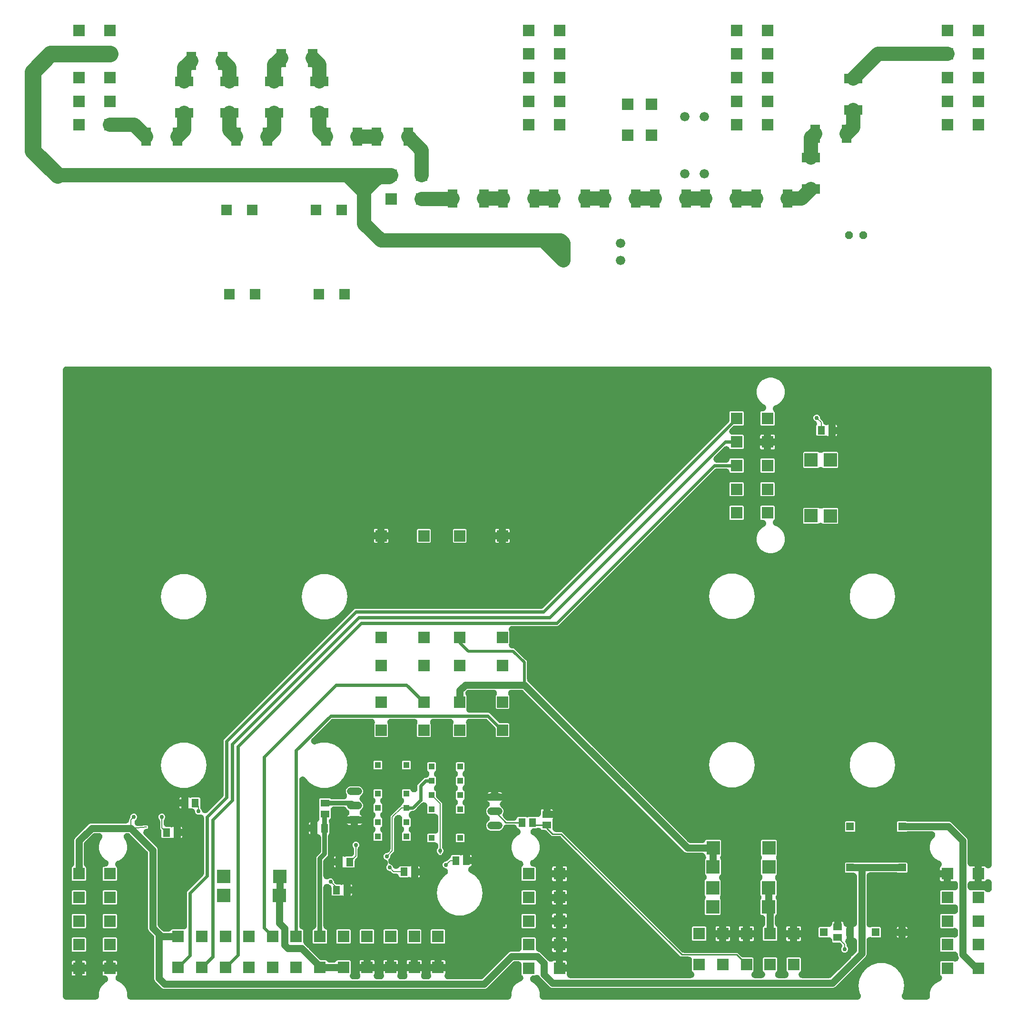
<source format=gbl>
G04 EAGLE Gerber RS-274X export*
G75*
%MOMM*%
%FSLAX34Y34*%
%LPD*%
%INBottom Copper*%
%IPPOS*%
%AMOC8*
5,1,8,0,0,1.08239X$1,22.5*%
G01*
%ADD10R,2.100000X2.100000*%
%ADD11R,1.300000X1.500000*%
%ADD12R,2.000000X2.000000*%
%ADD13R,1.108000X1.108000*%
%ADD14R,1.500000X1.300000*%
%ADD15R,2.400000X2.400000*%
%ADD16R,1.408000X1.408000*%
%ADD17R,1.300000X1.600000*%
%ADD18R,1.600000X1.300000*%
%ADD19C,1.320800*%
%ADD20R,1.800000X3.200000*%
%ADD21R,3.200000X1.800000*%
%ADD22R,1.950000X1.950000*%
%ADD23C,1.676400*%
%ADD24P,1.429621X8X22.500000*%
%ADD25C,0.609600*%
%ADD26C,0.200000*%
%ADD27C,0.756400*%
%ADD28C,1.270000*%
%ADD29C,0.812800*%
%ADD30C,0.508000*%
%ADD31C,2.540000*%
%ADD32C,3.000000*%
%ADD33C,0.254000*%

G36*
X401593Y10161D02*
X401593Y10161D01*
X401596Y10161D01*
X401943Y10181D01*
X402301Y10201D01*
X402304Y10201D01*
X402307Y10201D01*
X402647Y10260D01*
X403004Y10320D01*
X403006Y10321D01*
X403009Y10321D01*
X403354Y10421D01*
X403688Y10517D01*
X403691Y10519D01*
X403694Y10519D01*
X404018Y10654D01*
X404346Y10790D01*
X404349Y10792D01*
X404351Y10793D01*
X404663Y10965D01*
X404970Y11135D01*
X404972Y11137D01*
X404975Y11138D01*
X405272Y11349D01*
X405551Y11547D01*
X405553Y11549D01*
X405555Y11551D01*
X405823Y11791D01*
X406082Y12022D01*
X406084Y12025D01*
X406086Y12026D01*
X406324Y12294D01*
X406556Y12554D01*
X406558Y12556D01*
X406560Y12558D01*
X406758Y12839D01*
X406968Y13135D01*
X406970Y13138D01*
X406971Y13140D01*
X407134Y13436D01*
X407312Y13759D01*
X407313Y13762D01*
X407315Y13764D01*
X407446Y14082D01*
X407584Y14417D01*
X407585Y14420D01*
X407586Y14423D01*
X407681Y14752D01*
X407781Y15102D01*
X407782Y15105D01*
X407782Y15107D01*
X407837Y15434D01*
X407900Y15804D01*
X407900Y15807D01*
X407901Y15810D01*
X407939Y16510D01*
X407939Y22312D01*
X409654Y28712D01*
X412966Y34449D01*
X417651Y39134D01*
X421077Y41111D01*
X421177Y41177D01*
X421282Y41235D01*
X421474Y41372D01*
X421673Y41502D01*
X421765Y41578D01*
X421863Y41648D01*
X422039Y41805D01*
X422221Y41956D01*
X422304Y42043D01*
X422394Y42122D01*
X422551Y42299D01*
X422715Y42469D01*
X422788Y42565D01*
X422868Y42654D01*
X423005Y42847D01*
X423149Y43035D01*
X423211Y43137D01*
X423280Y43235D01*
X423395Y43443D01*
X423516Y43645D01*
X423566Y43754D01*
X423624Y43859D01*
X423715Y44077D01*
X423813Y44293D01*
X423851Y44407D01*
X423896Y44517D01*
X423962Y44745D01*
X424036Y44969D01*
X424060Y45087D01*
X424093Y45202D01*
X424133Y45435D01*
X424181Y45667D01*
X424192Y45786D01*
X424212Y45904D01*
X424225Y46141D01*
X424247Y46376D01*
X424245Y46496D01*
X424251Y46616D01*
X424238Y46852D01*
X424233Y47089D01*
X424217Y47207D01*
X424211Y47327D01*
X424171Y47560D01*
X424140Y47795D01*
X424111Y47911D01*
X424091Y48029D01*
X424025Y48257D01*
X423968Y48486D01*
X423926Y48598D01*
X423893Y48714D01*
X423802Y48932D01*
X423719Y49154D01*
X423665Y49261D01*
X423619Y49371D01*
X423505Y49579D01*
X423398Y49790D01*
X423332Y49890D01*
X423274Y49995D01*
X423137Y50187D01*
X423007Y50385D01*
X422930Y50478D01*
X422861Y50575D01*
X422703Y50751D01*
X422552Y50933D01*
X422465Y51017D01*
X422386Y51106D01*
X422209Y51263D01*
X422038Y51427D01*
X421943Y51500D01*
X421854Y51580D01*
X421660Y51716D01*
X421473Y51860D01*
X421370Y51922D01*
X421272Y51991D01*
X421065Y52105D01*
X420862Y52227D01*
X420753Y52277D01*
X420648Y52335D01*
X420429Y52425D01*
X420214Y52523D01*
X420100Y52561D01*
X419989Y52606D01*
X419762Y52671D01*
X419537Y52745D01*
X419420Y52769D01*
X419305Y52802D01*
X419071Y52842D01*
X418839Y52890D01*
X418720Y52901D01*
X418602Y52921D01*
X418360Y52934D01*
X418130Y52955D01*
X418017Y52953D01*
X417902Y52959D01*
X416750Y52959D01*
X416259Y53057D01*
X415796Y53248D01*
X415380Y53527D01*
X415027Y53880D01*
X414748Y54296D01*
X414557Y54759D01*
X414459Y55250D01*
X414459Y59651D01*
X427500Y59651D01*
X440541Y59651D01*
X440541Y55250D01*
X440443Y54759D01*
X440252Y54296D01*
X439973Y53880D01*
X439332Y53238D01*
X439172Y53060D01*
X439006Y52887D01*
X438935Y52794D01*
X438857Y52707D01*
X438718Y52512D01*
X438573Y52322D01*
X438512Y52222D01*
X438445Y52126D01*
X438329Y51916D01*
X438205Y51711D01*
X438157Y51605D01*
X438100Y51503D01*
X438009Y51281D01*
X437909Y51063D01*
X437872Y50952D01*
X437828Y50844D01*
X437761Y50614D01*
X437687Y50386D01*
X437663Y50272D01*
X437631Y50160D01*
X437591Y49923D01*
X437542Y49689D01*
X437531Y49573D01*
X437512Y49457D01*
X437498Y49218D01*
X437476Y48980D01*
X437478Y48863D01*
X437472Y48746D01*
X437485Y48507D01*
X437490Y48267D01*
X437506Y48151D01*
X437512Y48035D01*
X437552Y47798D01*
X437584Y47561D01*
X437612Y47448D01*
X437632Y47332D01*
X437698Y47102D01*
X437756Y46870D01*
X437797Y46760D01*
X437830Y46648D01*
X437921Y46427D01*
X438005Y46202D01*
X438058Y46098D01*
X438103Y45990D01*
X438219Y45780D01*
X438327Y45567D01*
X438391Y45469D01*
X438448Y45367D01*
X438587Y45171D01*
X438718Y44971D01*
X438793Y44881D01*
X438860Y44786D01*
X439020Y44608D01*
X439173Y44423D01*
X439258Y44342D01*
X439336Y44255D01*
X439514Y44096D01*
X439687Y43930D01*
X439780Y43859D01*
X439867Y43781D01*
X440063Y43642D01*
X440253Y43497D01*
X440353Y43437D01*
X440449Y43369D01*
X440659Y43254D01*
X440864Y43130D01*
X440970Y43082D01*
X441073Y43025D01*
X441294Y42934D01*
X441512Y42834D01*
X441624Y42798D01*
X441731Y42753D01*
X441951Y42690D01*
X442178Y42616D01*
X442812Y42446D01*
X448549Y39134D01*
X453234Y34449D01*
X456546Y28712D01*
X458261Y22312D01*
X458261Y16510D01*
X458261Y16507D01*
X458261Y16504D01*
X458281Y16157D01*
X458301Y15799D01*
X458301Y15796D01*
X458301Y15793D01*
X458360Y15451D01*
X458420Y15096D01*
X458421Y15094D01*
X458421Y15091D01*
X458521Y14746D01*
X458617Y14412D01*
X458619Y14409D01*
X458619Y14406D01*
X458754Y14082D01*
X458890Y13754D01*
X458892Y13751D01*
X458893Y13749D01*
X459065Y13437D01*
X459235Y13130D01*
X459237Y13128D01*
X459238Y13125D01*
X459449Y12828D01*
X459647Y12549D01*
X459649Y12547D01*
X459651Y12545D01*
X459891Y12277D01*
X460122Y12018D01*
X460125Y12016D01*
X460126Y12014D01*
X460394Y11776D01*
X460654Y11544D01*
X460656Y11542D01*
X460658Y11540D01*
X460939Y11342D01*
X461235Y11132D01*
X461238Y11130D01*
X461240Y11129D01*
X461536Y10966D01*
X461859Y10788D01*
X461862Y10787D01*
X461864Y10785D01*
X462182Y10654D01*
X462517Y10516D01*
X462520Y10515D01*
X462523Y10514D01*
X462852Y10419D01*
X463202Y10319D01*
X463205Y10318D01*
X463207Y10318D01*
X463561Y10258D01*
X463904Y10200D01*
X463907Y10200D01*
X463910Y10199D01*
X464610Y10161D01*
X1135390Y10161D01*
X1135393Y10161D01*
X1135396Y10161D01*
X1135743Y10181D01*
X1136101Y10201D01*
X1136104Y10201D01*
X1136107Y10201D01*
X1136447Y10260D01*
X1136804Y10320D01*
X1136806Y10321D01*
X1136809Y10321D01*
X1137154Y10421D01*
X1137488Y10517D01*
X1137491Y10519D01*
X1137494Y10519D01*
X1137818Y10654D01*
X1138146Y10790D01*
X1138149Y10792D01*
X1138151Y10793D01*
X1138463Y10965D01*
X1138770Y11135D01*
X1138772Y11137D01*
X1138775Y11138D01*
X1139072Y11349D01*
X1139351Y11547D01*
X1139353Y11549D01*
X1139355Y11551D01*
X1139623Y11791D01*
X1139882Y12022D01*
X1139884Y12025D01*
X1139886Y12026D01*
X1140124Y12294D01*
X1140356Y12554D01*
X1140358Y12556D01*
X1140360Y12558D01*
X1140558Y12839D01*
X1140768Y13135D01*
X1140770Y13138D01*
X1140771Y13140D01*
X1140934Y13436D01*
X1141112Y13759D01*
X1141113Y13762D01*
X1141115Y13764D01*
X1141246Y14082D01*
X1141384Y14417D01*
X1141385Y14420D01*
X1141386Y14423D01*
X1141481Y14752D01*
X1141581Y15102D01*
X1141582Y15105D01*
X1141582Y15107D01*
X1141637Y15434D01*
X1141700Y15804D01*
X1141700Y15807D01*
X1141701Y15810D01*
X1141739Y16510D01*
X1141739Y22312D01*
X1143454Y28712D01*
X1146766Y34449D01*
X1151451Y39134D01*
X1157188Y42446D01*
X1158313Y42747D01*
X1158540Y42822D01*
X1158771Y42889D01*
X1158879Y42934D01*
X1158990Y42970D01*
X1159207Y43070D01*
X1159429Y43162D01*
X1159531Y43218D01*
X1159637Y43267D01*
X1159842Y43391D01*
X1160052Y43507D01*
X1160147Y43575D01*
X1160247Y43635D01*
X1160437Y43781D01*
X1160633Y43920D01*
X1160719Y43997D01*
X1160812Y44069D01*
X1160985Y44235D01*
X1161163Y44395D01*
X1161241Y44482D01*
X1161325Y44563D01*
X1161478Y44748D01*
X1161638Y44926D01*
X1161705Y45022D01*
X1161780Y45112D01*
X1161911Y45312D01*
X1162049Y45508D01*
X1162106Y45610D01*
X1162170Y45708D01*
X1162277Y45922D01*
X1162393Y46132D01*
X1162438Y46240D01*
X1162490Y46344D01*
X1162574Y46569D01*
X1162665Y46790D01*
X1162697Y46903D01*
X1162738Y47012D01*
X1162795Y47245D01*
X1162861Y47475D01*
X1162881Y47590D01*
X1162909Y47704D01*
X1162940Y47941D01*
X1162980Y48178D01*
X1162986Y48295D01*
X1163001Y48410D01*
X1163006Y48649D01*
X1163019Y48889D01*
X1163012Y49006D01*
X1163014Y49122D01*
X1162992Y49361D01*
X1162978Y49600D01*
X1162958Y49715D01*
X1162947Y49832D01*
X1162898Y50066D01*
X1162858Y50302D01*
X1162825Y50415D01*
X1162801Y50529D01*
X1162726Y50757D01*
X1162659Y50987D01*
X1162614Y51094D01*
X1162578Y51206D01*
X1162478Y51424D01*
X1162386Y51644D01*
X1162329Y51747D01*
X1162280Y51853D01*
X1162156Y52058D01*
X1162040Y52267D01*
X1161972Y52362D01*
X1161912Y52463D01*
X1161765Y52653D01*
X1161627Y52848D01*
X1161548Y52936D01*
X1161477Y53027D01*
X1161319Y53192D01*
X1161159Y53370D01*
X1160219Y54310D01*
X1159899Y55082D01*
X1159899Y72050D01*
X1159899Y72053D01*
X1159899Y72056D01*
X1159879Y72402D01*
X1159859Y72761D01*
X1159859Y72764D01*
X1159859Y72767D01*
X1159800Y73107D01*
X1159740Y73464D01*
X1159739Y73466D01*
X1159739Y73469D01*
X1159640Y73811D01*
X1159543Y74148D01*
X1159541Y74151D01*
X1159541Y74154D01*
X1159408Y74473D01*
X1159270Y74806D01*
X1159268Y74809D01*
X1159267Y74811D01*
X1159102Y75109D01*
X1158925Y75430D01*
X1158923Y75432D01*
X1158922Y75435D01*
X1158711Y75732D01*
X1158513Y76011D01*
X1158511Y76013D01*
X1158509Y76015D01*
X1158274Y76277D01*
X1158038Y76542D01*
X1158035Y76544D01*
X1158034Y76546D01*
X1157766Y76784D01*
X1157506Y77016D01*
X1157504Y77018D01*
X1157502Y77020D01*
X1157228Y77213D01*
X1156925Y77428D01*
X1156922Y77430D01*
X1156920Y77431D01*
X1156624Y77594D01*
X1156301Y77772D01*
X1156298Y77773D01*
X1156296Y77775D01*
X1155978Y77906D01*
X1155643Y78044D01*
X1155640Y78045D01*
X1155637Y78046D01*
X1155308Y78141D01*
X1154958Y78241D01*
X1154955Y78242D01*
X1154953Y78242D01*
X1154599Y78302D01*
X1154256Y78360D01*
X1154253Y78360D01*
X1154250Y78361D01*
X1153550Y78399D01*
X1147980Y78399D01*
X1147976Y78399D01*
X1147972Y78399D01*
X1147619Y78379D01*
X1147269Y78359D01*
X1147265Y78359D01*
X1147261Y78358D01*
X1146910Y78298D01*
X1146567Y78240D01*
X1146563Y78239D01*
X1146558Y78238D01*
X1146206Y78136D01*
X1145882Y78043D01*
X1145878Y78041D01*
X1145874Y78040D01*
X1145548Y77904D01*
X1145224Y77770D01*
X1145220Y77768D01*
X1145216Y77766D01*
X1144910Y77596D01*
X1144601Y77425D01*
X1144597Y77423D01*
X1144593Y77420D01*
X1144293Y77206D01*
X1144020Y77013D01*
X1144017Y77010D01*
X1144013Y77007D01*
X1143491Y76540D01*
X1097567Y30616D01*
X1094461Y29329D01*
X523319Y29329D01*
X520213Y30616D01*
X507836Y42993D01*
X506549Y46099D01*
X506549Y120370D01*
X506549Y120374D01*
X506549Y120378D01*
X506529Y120723D01*
X506509Y121081D01*
X506509Y121085D01*
X506508Y121090D01*
X506450Y121431D01*
X506390Y121783D01*
X506389Y121787D01*
X506388Y121792D01*
X506290Y122128D01*
X506193Y122468D01*
X506191Y122472D01*
X506190Y122476D01*
X506058Y122792D01*
X505920Y123126D01*
X505918Y123130D01*
X505916Y123134D01*
X505750Y123434D01*
X505575Y123749D01*
X505573Y123753D01*
X505570Y123757D01*
X505358Y124055D01*
X505163Y124330D01*
X505160Y124333D01*
X505157Y124337D01*
X504690Y124859D01*
X496836Y132713D01*
X495549Y135819D01*
X495549Y269870D01*
X495549Y269874D01*
X495549Y269878D01*
X495529Y270224D01*
X495509Y270581D01*
X495509Y270585D01*
X495508Y270589D01*
X495451Y270925D01*
X495390Y271283D01*
X495389Y271287D01*
X495388Y271292D01*
X495287Y271641D01*
X495193Y271968D01*
X495191Y271972D01*
X495190Y271976D01*
X495058Y272293D01*
X494920Y272626D01*
X494918Y272630D01*
X494916Y272634D01*
X494746Y272940D01*
X494575Y273249D01*
X494573Y273253D01*
X494570Y273257D01*
X494359Y273554D01*
X494163Y273830D01*
X494160Y273833D01*
X494157Y273837D01*
X493690Y274359D01*
X463359Y304690D01*
X463356Y304692D01*
X463353Y304696D01*
X463090Y304930D01*
X462828Y305164D01*
X462824Y305167D01*
X462821Y305170D01*
X462537Y305371D01*
X462247Y305577D01*
X462243Y305579D01*
X462240Y305581D01*
X461929Y305752D01*
X461623Y305921D01*
X461619Y305923D01*
X461616Y305925D01*
X461292Y306058D01*
X460965Y306194D01*
X460961Y306195D01*
X460957Y306196D01*
X460618Y306293D01*
X460280Y306391D01*
X460276Y306391D01*
X460272Y306392D01*
X459916Y306452D01*
X459578Y306510D01*
X459574Y306510D01*
X459570Y306511D01*
X458870Y306549D01*
X458399Y306549D01*
X458160Y306536D01*
X457921Y306531D01*
X457805Y306516D01*
X457688Y306509D01*
X457452Y306469D01*
X457215Y306438D01*
X457101Y306409D01*
X456986Y306390D01*
X456756Y306324D01*
X456523Y306266D01*
X456413Y306225D01*
X456301Y306193D01*
X456080Y306101D01*
X455856Y306017D01*
X455751Y305965D01*
X455643Y305920D01*
X455433Y305804D01*
X455220Y305696D01*
X455122Y305632D01*
X455020Y305575D01*
X454825Y305437D01*
X454624Y305305D01*
X454534Y305230D01*
X454439Y305163D01*
X454261Y305003D01*
X454076Y304850D01*
X453995Y304766D01*
X453908Y304688D01*
X453748Y304509D01*
X453582Y304336D01*
X453511Y304243D01*
X453433Y304156D01*
X453295Y303961D01*
X453149Y303771D01*
X453089Y303670D01*
X453021Y303575D01*
X452906Y303365D01*
X452782Y303160D01*
X452734Y303053D01*
X452677Y302951D01*
X452586Y302730D01*
X452486Y302512D01*
X452450Y302401D01*
X452405Y302293D01*
X452339Y302062D01*
X452264Y301835D01*
X452241Y301721D01*
X452208Y301608D01*
X452168Y301372D01*
X452120Y301137D01*
X452109Y301021D01*
X452090Y300906D01*
X452076Y300667D01*
X452054Y300428D01*
X452057Y300311D01*
X452050Y300194D01*
X452064Y299955D01*
X452069Y299716D01*
X452084Y299600D01*
X452091Y299483D01*
X452131Y299247D01*
X452163Y299010D01*
X452191Y298896D01*
X452211Y298781D01*
X452277Y298551D01*
X452335Y298318D01*
X452376Y298209D01*
X452409Y298096D01*
X452501Y297875D01*
X452584Y297651D01*
X452638Y297545D01*
X452682Y297439D01*
X452793Y297239D01*
X452901Y297025D01*
X456546Y290712D01*
X458261Y284312D01*
X458261Y277688D01*
X456546Y271288D01*
X453234Y265551D01*
X448549Y260866D01*
X442812Y257554D01*
X441687Y257253D01*
X441459Y257178D01*
X441230Y257111D01*
X441122Y257067D01*
X441010Y257030D01*
X440793Y256930D01*
X440572Y256838D01*
X440469Y256782D01*
X440363Y256733D01*
X440158Y256609D01*
X439948Y256493D01*
X439853Y256425D01*
X439753Y256365D01*
X439563Y256219D01*
X439368Y256080D01*
X439280Y256002D01*
X439188Y255931D01*
X439015Y255765D01*
X438837Y255605D01*
X438759Y255518D01*
X438675Y255437D01*
X438522Y255253D01*
X438363Y255074D01*
X438295Y254978D01*
X438220Y254888D01*
X438089Y254688D01*
X437951Y254492D01*
X437894Y254390D01*
X437830Y254292D01*
X437723Y254078D01*
X437607Y253868D01*
X437562Y253760D01*
X437510Y253656D01*
X437426Y253431D01*
X437335Y253210D01*
X437303Y253097D01*
X437262Y252988D01*
X437205Y252755D01*
X437139Y252525D01*
X437119Y252410D01*
X437091Y252296D01*
X437060Y252059D01*
X437020Y251822D01*
X437014Y251705D01*
X436999Y251590D01*
X436994Y251351D01*
X436981Y251111D01*
X436988Y250994D01*
X436986Y250877D01*
X437008Y250639D01*
X437022Y250400D01*
X437042Y250285D01*
X437053Y250168D01*
X437102Y249934D01*
X437142Y249698D01*
X437175Y249585D01*
X437199Y249471D01*
X437274Y249244D01*
X437341Y249013D01*
X437386Y248905D01*
X437422Y248794D01*
X437522Y248577D01*
X437614Y248356D01*
X437671Y248254D01*
X437720Y248147D01*
X437844Y247942D01*
X437960Y247733D01*
X438028Y247637D01*
X438088Y247537D01*
X438234Y247348D01*
X438373Y247152D01*
X438452Y247064D01*
X438523Y246973D01*
X438681Y246808D01*
X438841Y246630D01*
X439781Y245690D01*
X440101Y244918D01*
X440101Y223082D01*
X439781Y222310D01*
X439190Y221719D01*
X438418Y221399D01*
X416582Y221399D01*
X415810Y221719D01*
X415219Y222310D01*
X414899Y223082D01*
X414899Y244918D01*
X415219Y245690D01*
X415810Y246281D01*
X416582Y246601D01*
X418664Y246601D01*
X418784Y246607D01*
X418904Y246605D01*
X419139Y246627D01*
X419375Y246641D01*
X419493Y246661D01*
X419613Y246672D01*
X419845Y246720D01*
X420078Y246760D01*
X420193Y246793D01*
X420310Y246818D01*
X420535Y246892D01*
X420762Y246957D01*
X420873Y247003D01*
X420987Y247041D01*
X421202Y247140D01*
X421420Y247230D01*
X421525Y247288D01*
X421634Y247338D01*
X421837Y247461D01*
X422044Y247575D01*
X422141Y247644D01*
X422244Y247706D01*
X422432Y247851D01*
X422625Y247987D01*
X422714Y248067D01*
X422809Y248140D01*
X422979Y248305D01*
X423156Y248462D01*
X423236Y248552D01*
X423322Y248635D01*
X423472Y248817D01*
X423630Y248994D01*
X423700Y249092D01*
X423776Y249184D01*
X423905Y249382D01*
X424042Y249575D01*
X424100Y249680D01*
X424166Y249780D01*
X424272Y249991D01*
X424386Y250199D01*
X424432Y250310D01*
X424486Y250417D01*
X424568Y250638D01*
X424659Y250857D01*
X424692Y250972D01*
X424733Y251085D01*
X424790Y251314D01*
X424855Y251542D01*
X424875Y251660D01*
X424904Y251776D01*
X424935Y252011D01*
X424974Y252244D01*
X424981Y252364D01*
X424996Y252483D01*
X425000Y252719D01*
X425013Y252956D01*
X425007Y253076D01*
X425009Y253195D01*
X424986Y253431D01*
X424973Y253667D01*
X424953Y253785D01*
X424941Y253904D01*
X424893Y254136D01*
X424853Y254369D01*
X424819Y254484D01*
X424795Y254602D01*
X424720Y254827D01*
X424655Y255054D01*
X424609Y255164D01*
X424571Y255278D01*
X424472Y255493D01*
X424381Y255711D01*
X424323Y255816D01*
X424273Y255925D01*
X424151Y256128D01*
X424036Y256335D01*
X423967Y256432D01*
X423905Y256535D01*
X423760Y256723D01*
X423623Y256915D01*
X423543Y257004D01*
X423470Y257099D01*
X423305Y257269D01*
X423148Y257446D01*
X423058Y257525D01*
X422975Y257612D01*
X422792Y257762D01*
X422616Y257920D01*
X422518Y257989D01*
X422426Y258065D01*
X422222Y258198D01*
X422034Y258331D01*
X421936Y258385D01*
X421839Y258449D01*
X417651Y260866D01*
X412966Y265551D01*
X409654Y271288D01*
X407939Y277688D01*
X407939Y284312D01*
X409654Y290712D01*
X413299Y297025D01*
X413407Y297239D01*
X413523Y297449D01*
X413568Y297557D01*
X413620Y297661D01*
X413703Y297886D01*
X413795Y298107D01*
X413827Y298220D01*
X413868Y298329D01*
X413926Y298562D01*
X413992Y298792D01*
X414011Y298907D01*
X414039Y299021D01*
X414071Y299259D01*
X414110Y299494D01*
X414117Y299611D01*
X414132Y299727D01*
X414137Y299967D01*
X414150Y300206D01*
X414143Y300322D01*
X414145Y300439D01*
X414123Y300678D01*
X414109Y300917D01*
X414090Y301032D01*
X414079Y301149D01*
X414030Y301383D01*
X413989Y301619D01*
X413957Y301731D01*
X413933Y301846D01*
X413858Y302074D01*
X413791Y302304D01*
X413746Y302412D01*
X413710Y302523D01*
X413610Y302740D01*
X413518Y302961D01*
X413461Y303064D01*
X413412Y303170D01*
X413288Y303375D01*
X413173Y303585D01*
X413105Y303680D01*
X413044Y303780D01*
X412898Y303970D01*
X412760Y304165D01*
X412682Y304252D01*
X412610Y304345D01*
X412444Y304517D01*
X412284Y304696D01*
X412197Y304773D01*
X412116Y304858D01*
X411931Y305010D01*
X411752Y305170D01*
X411657Y305237D01*
X411567Y305312D01*
X411366Y305443D01*
X411171Y305581D01*
X411068Y305637D01*
X410970Y305701D01*
X410757Y305809D01*
X410547Y305925D01*
X410438Y305969D01*
X410334Y306022D01*
X410109Y306105D01*
X409888Y306196D01*
X409776Y306228D01*
X409666Y306269D01*
X409433Y306327D01*
X409203Y306392D01*
X409088Y306412D01*
X408974Y306440D01*
X408737Y306471D01*
X408501Y306511D01*
X408382Y306517D01*
X408268Y306532D01*
X408040Y306536D01*
X407801Y306549D01*
X401130Y306549D01*
X401126Y306549D01*
X401122Y306549D01*
X400769Y306529D01*
X400419Y306509D01*
X400415Y306509D01*
X400411Y306508D01*
X400060Y306448D01*
X399717Y306390D01*
X399713Y306389D01*
X399708Y306388D01*
X399356Y306286D01*
X399032Y306193D01*
X399028Y306191D01*
X399024Y306190D01*
X398698Y306054D01*
X398374Y305920D01*
X398370Y305918D01*
X398366Y305916D01*
X398060Y305746D01*
X397751Y305575D01*
X397747Y305573D01*
X397743Y305570D01*
X397441Y305355D01*
X397170Y305163D01*
X397167Y305160D01*
X397163Y305157D01*
X396641Y304690D01*
X382810Y290859D01*
X382808Y290856D01*
X382804Y290853D01*
X382570Y290590D01*
X382336Y290328D01*
X382333Y290324D01*
X382330Y290321D01*
X382127Y290034D01*
X381923Y289747D01*
X381921Y289743D01*
X381919Y289740D01*
X381743Y289421D01*
X381579Y289123D01*
X381577Y289119D01*
X381575Y289116D01*
X381440Y288789D01*
X381306Y288465D01*
X381305Y288461D01*
X381304Y288457D01*
X381207Y288118D01*
X381109Y287780D01*
X381109Y287776D01*
X381108Y287772D01*
X381047Y287409D01*
X380990Y287078D01*
X380990Y287074D01*
X380989Y287070D01*
X380951Y286370D01*
X380951Y251865D01*
X380961Y251684D01*
X380961Y251502D01*
X380981Y251328D01*
X380991Y251154D01*
X381021Y250975D01*
X381042Y250794D01*
X381081Y250624D01*
X381110Y250451D01*
X381160Y250277D01*
X381201Y250099D01*
X381259Y249934D01*
X381307Y249767D01*
X381377Y249599D01*
X381437Y249427D01*
X381513Y249270D01*
X381580Y249109D01*
X381668Y248949D01*
X381747Y248786D01*
X381841Y248638D01*
X381925Y248485D01*
X382030Y248337D01*
X382127Y248183D01*
X382237Y248047D01*
X382337Y247904D01*
X382459Y247769D01*
X382572Y247627D01*
X382696Y247504D01*
X382812Y247373D01*
X382948Y247252D01*
X383077Y247124D01*
X383213Y247015D01*
X383344Y246899D01*
X383492Y246794D01*
X383635Y246681D01*
X383782Y246588D01*
X383925Y246487D01*
X384056Y246415D01*
X384781Y245690D01*
X385101Y244918D01*
X385101Y223082D01*
X384781Y222310D01*
X384190Y221719D01*
X383418Y221399D01*
X361582Y221399D01*
X360810Y221719D01*
X360219Y222310D01*
X359899Y223082D01*
X359899Y244918D01*
X360219Y245690D01*
X360945Y246416D01*
X361085Y246493D01*
X361227Y246594D01*
X361375Y246687D01*
X361517Y246801D01*
X361665Y246906D01*
X361795Y247023D01*
X361932Y247132D01*
X362060Y247260D01*
X362196Y247382D01*
X362312Y247512D01*
X362435Y247635D01*
X362549Y247778D01*
X362670Y247913D01*
X362771Y248056D01*
X362879Y248193D01*
X362976Y248347D01*
X363081Y248495D01*
X363165Y248648D01*
X363258Y248796D01*
X363337Y248960D01*
X363425Y249119D01*
X363491Y249280D01*
X363567Y249438D01*
X363627Y249610D01*
X363696Y249778D01*
X363744Y249946D01*
X363802Y250110D01*
X363842Y250288D01*
X363892Y250463D01*
X363921Y250635D01*
X363960Y250805D01*
X363980Y250985D01*
X364011Y251165D01*
X364020Y251343D01*
X364039Y251513D01*
X364039Y251686D01*
X364049Y251865D01*
X364049Y294181D01*
X365336Y297287D01*
X390213Y322164D01*
X393319Y323451D01*
X455550Y323451D01*
X455553Y323451D01*
X455556Y323451D01*
X455903Y323471D01*
X456261Y323491D01*
X456264Y323491D01*
X456267Y323491D01*
X456607Y323550D01*
X456964Y323610D01*
X456966Y323611D01*
X456969Y323611D01*
X457310Y323710D01*
X457648Y323807D01*
X457651Y323809D01*
X457654Y323809D01*
X457978Y323944D01*
X458306Y324080D01*
X458309Y324082D01*
X458311Y324083D01*
X458623Y324255D01*
X458930Y324425D01*
X458932Y324427D01*
X458935Y324428D01*
X459229Y324637D01*
X459511Y324837D01*
X459513Y324839D01*
X459515Y324841D01*
X459776Y325075D01*
X460042Y325312D01*
X460044Y325315D01*
X460046Y325316D01*
X460280Y325579D01*
X460516Y325844D01*
X460518Y325846D01*
X460520Y325848D01*
X460717Y326128D01*
X460928Y326425D01*
X460930Y326428D01*
X460931Y326430D01*
X461089Y326717D01*
X461272Y327049D01*
X461273Y327052D01*
X461275Y327054D01*
X461406Y327372D01*
X461544Y327707D01*
X461545Y327710D01*
X461546Y327713D01*
X461639Y328036D01*
X461741Y328392D01*
X461742Y328395D01*
X461742Y328397D01*
X461802Y328749D01*
X461860Y329094D01*
X461860Y329097D01*
X461861Y329100D01*
X461899Y329800D01*
X461899Y330617D01*
X462382Y331781D01*
X462495Y331909D01*
X462732Y332174D01*
X462735Y332177D01*
X462738Y332181D01*
X462939Y332465D01*
X463145Y332755D01*
X463147Y332759D01*
X463149Y332762D01*
X463314Y333061D01*
X463489Y333379D01*
X463491Y333382D01*
X463493Y333386D01*
X463626Y333709D01*
X463762Y334037D01*
X463763Y334041D01*
X463764Y334045D01*
X463861Y334381D01*
X463959Y334721D01*
X463959Y334726D01*
X463960Y334730D01*
X464020Y335084D01*
X464078Y335424D01*
X464078Y335428D01*
X464079Y335432D01*
X464117Y336132D01*
X464117Y336170D01*
X465013Y338332D01*
X466668Y339987D01*
X468830Y340883D01*
X471170Y340883D01*
X473332Y339987D01*
X474987Y338332D01*
X475883Y336170D01*
X475883Y333830D01*
X474987Y331668D01*
X473106Y329786D01*
X472938Y329598D01*
X472763Y329415D01*
X472700Y329332D01*
X472631Y329255D01*
X472485Y329049D01*
X472332Y328848D01*
X472279Y328759D01*
X472219Y328674D01*
X472097Y328453D01*
X471967Y328236D01*
X471925Y328141D01*
X471874Y328051D01*
X471778Y327817D01*
X471673Y327587D01*
X471642Y327488D01*
X471602Y327392D01*
X471532Y327150D01*
X471454Y326909D01*
X471433Y326807D01*
X471405Y326708D01*
X471363Y326459D01*
X471312Y326211D01*
X471303Y326107D01*
X471286Y326005D01*
X471272Y325753D01*
X471249Y325501D01*
X471252Y325397D01*
X471246Y325294D01*
X471260Y325042D01*
X471266Y324789D01*
X471281Y324686D01*
X471286Y324583D01*
X471329Y324333D01*
X471363Y324083D01*
X471389Y323983D01*
X471406Y323880D01*
X471476Y323637D01*
X471538Y323392D01*
X471575Y323295D01*
X471604Y323196D01*
X471701Y322962D01*
X471790Y322726D01*
X471837Y322634D01*
X471877Y322538D01*
X471999Y322317D01*
X472115Y322092D01*
X472172Y322005D01*
X472222Y321915D01*
X472368Y321708D01*
X472508Y321498D01*
X472575Y321418D01*
X472635Y321334D01*
X472803Y321145D01*
X472966Y320952D01*
X473041Y320880D01*
X473110Y320803D01*
X473299Y320635D01*
X473482Y320461D01*
X473564Y320398D01*
X473641Y320329D01*
X473848Y320183D01*
X474049Y320030D01*
X474138Y319977D01*
X474223Y319917D01*
X474445Y319795D01*
X474662Y319666D01*
X474756Y319623D01*
X474847Y319573D01*
X475081Y319477D01*
X475311Y319373D01*
X475409Y319341D01*
X475505Y319301D01*
X475749Y319232D01*
X475989Y319154D01*
X476090Y319134D01*
X476190Y319105D01*
X476439Y319063D01*
X476687Y319013D01*
X476791Y319004D01*
X476893Y318987D01*
X477145Y318973D01*
X477397Y318951D01*
X477502Y318953D01*
X477604Y318948D01*
X477844Y318961D01*
X478098Y318967D01*
X492870Y320140D01*
X494043Y319759D01*
X494981Y318959D01*
X495542Y317860D01*
X495640Y316630D01*
X495259Y315457D01*
X494459Y314519D01*
X493360Y313958D01*
X492841Y313917D01*
X492735Y313902D01*
X492629Y313896D01*
X492382Y313854D01*
X492135Y313820D01*
X492032Y313794D01*
X491927Y313776D01*
X491687Y313707D01*
X491444Y313646D01*
X491344Y313608D01*
X491242Y313579D01*
X491011Y313483D01*
X490777Y313395D01*
X490683Y313347D01*
X490584Y313306D01*
X490366Y313185D01*
X490143Y313071D01*
X490054Y313012D01*
X489961Y312961D01*
X489758Y312816D01*
X489549Y312678D01*
X489467Y312610D01*
X489380Y312548D01*
X489194Y312381D01*
X489002Y312221D01*
X488929Y312144D01*
X488849Y312073D01*
X488683Y311886D01*
X488511Y311705D01*
X488446Y311621D01*
X488375Y311541D01*
X488231Y311337D01*
X488080Y311138D01*
X488025Y311047D01*
X487964Y310960D01*
X487843Y310741D01*
X487715Y310526D01*
X487671Y310429D01*
X487620Y310336D01*
X487524Y310104D01*
X487421Y309877D01*
X487388Y309776D01*
X487348Y309677D01*
X487279Y309437D01*
X487202Y309199D01*
X487181Y309095D01*
X487151Y308993D01*
X487110Y308746D01*
X487060Y308501D01*
X487051Y308395D01*
X487033Y308290D01*
X487019Y308040D01*
X486997Y307791D01*
X487000Y307685D01*
X486994Y307579D01*
X487008Y307329D01*
X487014Y307079D01*
X487029Y306974D01*
X487035Y306867D01*
X487077Y306621D01*
X487111Y306373D01*
X487137Y306270D01*
X487155Y306165D01*
X487225Y305925D01*
X487286Y305683D01*
X487324Y305583D01*
X487353Y305481D01*
X487450Y305250D01*
X487538Y305016D01*
X487586Y304922D01*
X487627Y304823D01*
X487748Y304604D01*
X487862Y304382D01*
X487921Y304294D01*
X487973Y304200D01*
X488118Y303996D01*
X488256Y303788D01*
X488324Y303707D01*
X488386Y303620D01*
X488557Y303429D01*
X488713Y303242D01*
X488786Y303173D01*
X488853Y303098D01*
X507894Y284057D01*
X511164Y280787D01*
X512451Y277681D01*
X512451Y143630D01*
X512451Y143626D01*
X512451Y143622D01*
X512472Y143249D01*
X512491Y142919D01*
X512491Y142915D01*
X512492Y142911D01*
X512552Y142556D01*
X512610Y142217D01*
X512611Y142213D01*
X512612Y142208D01*
X512717Y141845D01*
X512807Y141532D01*
X512809Y141528D01*
X512810Y141524D01*
X512949Y141192D01*
X513080Y140874D01*
X513082Y140870D01*
X513084Y140866D01*
X513257Y140555D01*
X513425Y140251D01*
X513427Y140247D01*
X513430Y140243D01*
X513643Y139943D01*
X513837Y139670D01*
X513840Y139667D01*
X513843Y139663D01*
X514310Y139141D01*
X520641Y132810D01*
X520644Y132808D01*
X520647Y132804D01*
X520918Y132563D01*
X521172Y132336D01*
X521175Y132333D01*
X521179Y132330D01*
X521472Y132123D01*
X521753Y131923D01*
X521757Y131921D01*
X521760Y131919D01*
X522072Y131747D01*
X522377Y131579D01*
X522381Y131577D01*
X522384Y131575D01*
X522701Y131445D01*
X523035Y131306D01*
X523039Y131305D01*
X523043Y131304D01*
X523375Y131209D01*
X523719Y131109D01*
X523724Y131109D01*
X523728Y131108D01*
X524082Y131048D01*
X524422Y130990D01*
X524426Y130990D01*
X524430Y130989D01*
X525130Y130951D01*
X531135Y130951D01*
X531316Y130961D01*
X531498Y130961D01*
X531672Y130981D01*
X531846Y130991D01*
X532025Y131021D01*
X532206Y131042D01*
X532376Y131081D01*
X532549Y131110D01*
X532723Y131160D01*
X532901Y131201D01*
X533066Y131259D01*
X533233Y131307D01*
X533401Y131377D01*
X533573Y131437D01*
X533730Y131513D01*
X533891Y131580D01*
X534051Y131668D01*
X534214Y131747D01*
X534362Y131841D01*
X534515Y131925D01*
X534663Y132030D01*
X534817Y132127D01*
X534953Y132237D01*
X535096Y132337D01*
X535231Y132459D01*
X535373Y132572D01*
X535496Y132696D01*
X535627Y132812D01*
X535748Y132948D01*
X535876Y133077D01*
X535985Y133213D01*
X536101Y133344D01*
X536206Y133492D01*
X536319Y133635D01*
X536412Y133782D01*
X536513Y133925D01*
X536585Y134056D01*
X537310Y134781D01*
X538082Y135101D01*
X558502Y135101D01*
X558505Y135101D01*
X558508Y135101D01*
X558855Y135121D01*
X559213Y135141D01*
X559216Y135141D01*
X559219Y135141D01*
X559559Y135200D01*
X559916Y135260D01*
X559918Y135261D01*
X559921Y135261D01*
X560266Y135361D01*
X560600Y135457D01*
X560603Y135459D01*
X560606Y135459D01*
X560930Y135594D01*
X561258Y135730D01*
X561261Y135732D01*
X561263Y135733D01*
X561575Y135905D01*
X561882Y136075D01*
X561884Y136077D01*
X561887Y136078D01*
X562172Y136281D01*
X562463Y136487D01*
X562465Y136489D01*
X562467Y136491D01*
X562727Y136724D01*
X562994Y136962D01*
X562996Y136965D01*
X562998Y136966D01*
X563236Y137234D01*
X563468Y137494D01*
X563470Y137496D01*
X563472Y137498D01*
X563664Y137770D01*
X563880Y138075D01*
X563882Y138078D01*
X563883Y138080D01*
X564043Y138371D01*
X564224Y138699D01*
X564225Y138702D01*
X564227Y138704D01*
X564355Y139016D01*
X564496Y139357D01*
X564497Y139360D01*
X564498Y139363D01*
X564590Y139681D01*
X564693Y140042D01*
X564694Y140045D01*
X564694Y140047D01*
X564753Y140394D01*
X564812Y140744D01*
X564812Y140747D01*
X564813Y140750D01*
X564851Y141450D01*
X564851Y201024D01*
X565635Y202917D01*
X567976Y205258D01*
X567977Y205258D01*
X584266Y221548D01*
X590615Y227897D01*
X590616Y227897D01*
X592992Y230273D01*
X592994Y230276D01*
X592998Y230279D01*
X593232Y230542D01*
X593466Y230804D01*
X593469Y230808D01*
X593472Y230811D01*
X593673Y231096D01*
X593879Y231385D01*
X593881Y231389D01*
X593883Y231393D01*
X594051Y231697D01*
X594223Y232009D01*
X594225Y232013D01*
X594227Y232017D01*
X594361Y232341D01*
X594496Y232667D01*
X594497Y232671D01*
X594498Y232675D01*
X594592Y233003D01*
X594693Y233352D01*
X594693Y233356D01*
X594694Y233360D01*
X594752Y233703D01*
X594812Y234054D01*
X594812Y234058D01*
X594813Y234063D01*
X594851Y234763D01*
X594851Y333211D01*
X594841Y333391D01*
X594841Y333571D01*
X594821Y333746D01*
X594811Y333922D01*
X594781Y334100D01*
X594761Y334279D01*
X594721Y334451D01*
X594692Y334624D01*
X594642Y334798D01*
X594602Y334974D01*
X594543Y335140D01*
X594495Y335309D01*
X594425Y335476D01*
X594366Y335646D01*
X594289Y335804D01*
X594222Y335967D01*
X594134Y336125D01*
X594056Y336288D01*
X593962Y336436D01*
X593877Y336591D01*
X593773Y336737D01*
X593676Y336890D01*
X593566Y337028D01*
X593465Y337171D01*
X593344Y337306D01*
X593232Y337447D01*
X593107Y337571D01*
X592990Y337702D01*
X592855Y337823D01*
X592727Y337950D01*
X592590Y338060D01*
X592458Y338177D01*
X592311Y338281D01*
X592170Y338394D01*
X592021Y338487D01*
X591877Y338589D01*
X591719Y338676D01*
X591566Y338772D01*
X591407Y338848D01*
X591253Y338933D01*
X591087Y339002D01*
X590924Y339080D01*
X590757Y339138D01*
X590595Y339205D01*
X590421Y339255D01*
X590251Y339314D01*
X590079Y339353D01*
X589910Y339402D01*
X589732Y339432D01*
X589556Y339472D01*
X589381Y339491D01*
X589208Y339521D01*
X589028Y339531D01*
X588848Y339551D01*
X588672Y339550D01*
X588496Y339560D01*
X588316Y339550D01*
X588136Y339549D01*
X587960Y339529D01*
X587785Y339519D01*
X587607Y339489D01*
X587428Y339469D01*
X587256Y339429D01*
X587083Y339399D01*
X586909Y339349D01*
X586734Y339309D01*
X586565Y339250D01*
X586398Y339201D01*
X586240Y339136D01*
X586188Y339117D01*
X583830Y339117D01*
X581668Y340013D01*
X580013Y341668D01*
X579117Y343830D01*
X579117Y344050D01*
X579117Y344053D01*
X579117Y344056D01*
X579099Y344384D01*
X579077Y344761D01*
X579077Y344764D01*
X579077Y344767D01*
X579019Y345104D01*
X578958Y345464D01*
X578957Y345466D01*
X578957Y345469D01*
X578858Y345811D01*
X578761Y346148D01*
X578759Y346151D01*
X578759Y346154D01*
X578626Y346472D01*
X578488Y346806D01*
X578486Y346809D01*
X578485Y346811D01*
X578319Y347111D01*
X578143Y347430D01*
X578141Y347432D01*
X578140Y347435D01*
X577932Y347726D01*
X577731Y348011D01*
X577729Y348013D01*
X577727Y348015D01*
X577491Y348278D01*
X577256Y348542D01*
X577253Y348544D01*
X577252Y348546D01*
X576984Y348784D01*
X576724Y349016D01*
X576722Y349018D01*
X576720Y349020D01*
X576439Y349218D01*
X576143Y349428D01*
X576140Y349430D01*
X576138Y349431D01*
X575842Y349594D01*
X575519Y349772D01*
X575516Y349773D01*
X575514Y349775D01*
X575197Y349906D01*
X574861Y350044D01*
X574858Y350045D01*
X574855Y350046D01*
X574526Y350141D01*
X574176Y350241D01*
X574173Y350242D01*
X574171Y350242D01*
X573817Y350302D01*
X573474Y350360D01*
X573471Y350360D01*
X573468Y350361D01*
X572768Y350399D01*
X572505Y350399D01*
X572332Y350460D01*
X572328Y350461D01*
X572324Y350462D01*
X571984Y350539D01*
X571638Y350618D01*
X571633Y350618D01*
X571629Y350619D01*
X571278Y350659D01*
X570930Y350698D01*
X570925Y350698D01*
X570921Y350698D01*
X570564Y350698D01*
X570217Y350698D01*
X570213Y350697D01*
X570209Y350697D01*
X569849Y350656D01*
X569509Y350618D01*
X569505Y350617D01*
X569501Y350616D01*
X569154Y350536D01*
X568815Y350459D01*
X568811Y350457D01*
X568806Y350456D01*
X568145Y350224D01*
X567741Y350057D01*
X567250Y349959D01*
X566849Y349959D01*
X566849Y360000D01*
X566849Y370041D01*
X567250Y370041D01*
X567741Y369943D01*
X568145Y369776D01*
X568149Y369774D01*
X568153Y369772D01*
X568485Y369657D01*
X568817Y369540D01*
X568822Y369539D01*
X568826Y369538D01*
X569166Y369461D01*
X569512Y369382D01*
X569516Y369382D01*
X569521Y369381D01*
X569872Y369341D01*
X570220Y369302D01*
X570224Y369302D01*
X570229Y369302D01*
X570575Y369302D01*
X570932Y369302D01*
X570937Y369303D01*
X570941Y369303D01*
X571277Y369341D01*
X571640Y369382D01*
X571645Y369383D01*
X571649Y369384D01*
X571985Y369461D01*
X572335Y369541D01*
X572339Y369543D01*
X572343Y369544D01*
X572506Y369601D01*
X586418Y369601D01*
X587190Y369281D01*
X587781Y368690D01*
X588101Y367918D01*
X588101Y352849D01*
X588101Y352844D01*
X588101Y352840D01*
X588122Y352474D01*
X588141Y352137D01*
X588141Y352133D01*
X588142Y352129D01*
X588203Y351768D01*
X588260Y351435D01*
X588261Y351431D01*
X588262Y351427D01*
X588364Y351074D01*
X588457Y350750D01*
X588459Y350747D01*
X588460Y350742D01*
X588602Y350402D01*
X588730Y350092D01*
X588732Y350088D01*
X588734Y350085D01*
X588913Y349763D01*
X589075Y349469D01*
X589077Y349466D01*
X589080Y349462D01*
X589292Y349163D01*
X589487Y348888D01*
X589490Y348885D01*
X589493Y348881D01*
X589960Y348359D01*
X589987Y348332D01*
X591056Y345752D01*
X591134Y345590D01*
X591203Y345423D01*
X591288Y345269D01*
X591365Y345111D01*
X591461Y344958D01*
X591548Y344800D01*
X591650Y344657D01*
X591744Y344507D01*
X591857Y344366D01*
X591961Y344219D01*
X592078Y344088D01*
X592188Y343951D01*
X592316Y343823D01*
X592436Y343689D01*
X592568Y343571D01*
X592692Y343447D01*
X592833Y343334D01*
X592968Y343214D01*
X593112Y343113D01*
X593249Y343003D01*
X593402Y342907D01*
X593549Y342803D01*
X593704Y342718D01*
X593853Y342624D01*
X594015Y342546D01*
X594173Y342459D01*
X594336Y342391D01*
X594495Y342315D01*
X594665Y342256D01*
X594832Y342187D01*
X595001Y342138D01*
X595167Y342080D01*
X595343Y342040D01*
X595516Y341990D01*
X595690Y341961D01*
X595862Y341922D01*
X596041Y341902D01*
X596219Y341872D01*
X596395Y341862D01*
X596570Y341843D01*
X596750Y341843D01*
X596930Y341833D01*
X597106Y341843D01*
X597282Y341843D01*
X597461Y341864D01*
X597641Y341874D01*
X597815Y341904D01*
X597990Y341924D01*
X598166Y341964D01*
X598344Y341994D01*
X598513Y342043D01*
X598684Y342083D01*
X598854Y342142D01*
X599028Y342193D01*
X599191Y342260D01*
X599357Y342318D01*
X599519Y342397D01*
X599686Y342466D01*
X599840Y342552D01*
X599998Y342628D01*
X600151Y342724D01*
X600309Y342812D01*
X600452Y342914D01*
X600601Y343008D01*
X600742Y343120D01*
X600889Y343225D01*
X601022Y343345D01*
X601158Y343453D01*
X601279Y343574D01*
X601411Y343693D01*
X618950Y361231D01*
X625299Y367580D01*
X625299Y367581D01*
X627992Y370273D01*
X627994Y370276D01*
X627998Y370279D01*
X628224Y370533D01*
X628466Y370804D01*
X628469Y370808D01*
X628472Y370811D01*
X628672Y371094D01*
X628879Y371385D01*
X628881Y371389D01*
X628883Y371393D01*
X629052Y371699D01*
X629223Y372009D01*
X629225Y372013D01*
X629227Y372017D01*
X629359Y372336D01*
X629496Y372667D01*
X629497Y372671D01*
X629498Y372675D01*
X629592Y373001D01*
X629693Y373352D01*
X629693Y373356D01*
X629694Y373360D01*
X629750Y373694D01*
X629812Y374054D01*
X629812Y374058D01*
X629813Y374063D01*
X629851Y374763D01*
X629851Y471024D01*
X630635Y472917D01*
X862083Y704365D01*
X863976Y705149D01*
X1193737Y705149D01*
X1193742Y705149D01*
X1193746Y705149D01*
X1194099Y705169D01*
X1194449Y705189D01*
X1194453Y705189D01*
X1194457Y705190D01*
X1194808Y705250D01*
X1195151Y705308D01*
X1195155Y705309D01*
X1195159Y705310D01*
X1195512Y705412D01*
X1195836Y705505D01*
X1195839Y705507D01*
X1195844Y705508D01*
X1196170Y705644D01*
X1196494Y705778D01*
X1196498Y705780D01*
X1196501Y705782D01*
X1196808Y705952D01*
X1197117Y706123D01*
X1197120Y706125D01*
X1197124Y706128D01*
X1197423Y706340D01*
X1197698Y706535D01*
X1197701Y706538D01*
X1197705Y706541D01*
X1198227Y707008D01*
X1201658Y710440D01*
X1201659Y710440D01*
X1208008Y716789D01*
X1214357Y723138D01*
X1214357Y723139D01*
X1220706Y729487D01*
X1220706Y729488D01*
X1220707Y729488D01*
X1227055Y735837D01*
X1227056Y735837D01*
X1233405Y742186D01*
X1239754Y748535D01*
X1239754Y748536D01*
X1246103Y754884D01*
X1246103Y754885D01*
X1246104Y754885D01*
X1252452Y761234D01*
X1252453Y761234D01*
X1258802Y767583D01*
X1265151Y773932D01*
X1271500Y780282D01*
X1277849Y786631D01*
X1277850Y786631D01*
X1284199Y792980D01*
X1290548Y799329D01*
X1290548Y799330D01*
X1296897Y805678D01*
X1296897Y805679D01*
X1303246Y812028D01*
X1309596Y818377D01*
X1315945Y824726D01*
X1315945Y824727D01*
X1322294Y831076D01*
X1328643Y837425D01*
X1328644Y837425D01*
X1334993Y843774D01*
X1347691Y856473D01*
X1354040Y862822D01*
X1354041Y862822D01*
X1360390Y869171D01*
X1528040Y1036821D01*
X1528042Y1036824D01*
X1528046Y1036827D01*
X1528279Y1037089D01*
X1528514Y1037352D01*
X1528517Y1037356D01*
X1528520Y1037359D01*
X1528721Y1037644D01*
X1528927Y1037933D01*
X1528929Y1037937D01*
X1528931Y1037941D01*
X1529102Y1038251D01*
X1529271Y1038557D01*
X1529273Y1038561D01*
X1529275Y1038565D01*
X1529407Y1038884D01*
X1529544Y1039215D01*
X1529545Y1039219D01*
X1529546Y1039223D01*
X1529643Y1039562D01*
X1529741Y1039900D01*
X1529741Y1039904D01*
X1529742Y1039908D01*
X1529802Y1040264D01*
X1529860Y1040602D01*
X1529860Y1040606D01*
X1529861Y1040611D01*
X1529899Y1041311D01*
X1529899Y1054918D01*
X1530219Y1055690D01*
X1530810Y1056281D01*
X1531582Y1056601D01*
X1553418Y1056601D01*
X1554190Y1056281D01*
X1554781Y1055690D01*
X1555101Y1054918D01*
X1555101Y1033082D01*
X1554781Y1032310D01*
X1554190Y1031719D01*
X1553418Y1031399D01*
X1539811Y1031399D01*
X1539806Y1031399D01*
X1539802Y1031399D01*
X1539449Y1031379D01*
X1539099Y1031359D01*
X1539095Y1031359D01*
X1539091Y1031358D01*
X1538740Y1031298D01*
X1538397Y1031240D01*
X1538393Y1031239D01*
X1538389Y1031238D01*
X1538036Y1031136D01*
X1537712Y1031043D01*
X1537709Y1031041D01*
X1537704Y1031040D01*
X1537378Y1030904D01*
X1537054Y1030770D01*
X1537050Y1030768D01*
X1537047Y1030766D01*
X1536740Y1030596D01*
X1536431Y1030425D01*
X1536427Y1030423D01*
X1536424Y1030420D01*
X1536125Y1030208D01*
X1535850Y1030013D01*
X1535847Y1030010D01*
X1535843Y1030007D01*
X1535321Y1029540D01*
X1531221Y1025440D01*
X1531220Y1025439D01*
X1531219Y1025438D01*
X1530987Y1025177D01*
X1530746Y1024908D01*
X1530745Y1024907D01*
X1530744Y1024906D01*
X1530530Y1024603D01*
X1530334Y1024327D01*
X1530333Y1024326D01*
X1530333Y1024325D01*
X1530142Y1023979D01*
X1529990Y1023704D01*
X1529989Y1023703D01*
X1529988Y1023701D01*
X1529841Y1023345D01*
X1529717Y1023045D01*
X1529717Y1023044D01*
X1529716Y1023043D01*
X1529611Y1022678D01*
X1529520Y1022361D01*
X1529520Y1022360D01*
X1529519Y1022358D01*
X1529452Y1021957D01*
X1529401Y1021658D01*
X1529401Y1021657D01*
X1529401Y1021656D01*
X1529379Y1021270D01*
X1529361Y1020947D01*
X1529361Y1020946D01*
X1529361Y1020944D01*
X1529380Y1020611D01*
X1529402Y1020236D01*
X1529402Y1020234D01*
X1529402Y1020233D01*
X1529455Y1019922D01*
X1529521Y1019534D01*
X1529522Y1019532D01*
X1529522Y1019531D01*
X1529618Y1019200D01*
X1529719Y1018849D01*
X1529719Y1018848D01*
X1529720Y1018846D01*
X1529861Y1018506D01*
X1529992Y1018191D01*
X1529993Y1018190D01*
X1529993Y1018189D01*
X1530171Y1017867D01*
X1530337Y1017568D01*
X1530338Y1017567D01*
X1530339Y1017565D01*
X1530549Y1017270D01*
X1530750Y1016987D01*
X1530751Y1016986D01*
X1530752Y1016985D01*
X1531008Y1016699D01*
X1531225Y1016456D01*
X1531226Y1016455D01*
X1531227Y1016454D01*
X1531498Y1016213D01*
X1531757Y1015982D01*
X1531758Y1015981D01*
X1531759Y1015980D01*
X1532045Y1015778D01*
X1532338Y1015570D01*
X1532339Y1015570D01*
X1532341Y1015569D01*
X1532641Y1015403D01*
X1532962Y1015226D01*
X1532963Y1015226D01*
X1532965Y1015225D01*
X1533257Y1015105D01*
X1533620Y1014955D01*
X1533622Y1014954D01*
X1533623Y1014954D01*
X1533950Y1014860D01*
X1534305Y1014758D01*
X1534307Y1014758D01*
X1534308Y1014758D01*
X1534647Y1014701D01*
X1535008Y1014640D01*
X1535009Y1014640D01*
X1535011Y1014639D01*
X1535711Y1014601D01*
X1553418Y1014601D01*
X1554190Y1014281D01*
X1554781Y1013690D01*
X1555101Y1012918D01*
X1555101Y991082D01*
X1554781Y990310D01*
X1554190Y989719D01*
X1553418Y989399D01*
X1531582Y989399D01*
X1530810Y989719D01*
X1530219Y990310D01*
X1530157Y990460D01*
X1530079Y990623D01*
X1530010Y990789D01*
X1529924Y990943D01*
X1529848Y991102D01*
X1529752Y991255D01*
X1529664Y991413D01*
X1529562Y991556D01*
X1529469Y991705D01*
X1529356Y991846D01*
X1529252Y991993D01*
X1529134Y992125D01*
X1529025Y992262D01*
X1528897Y992390D01*
X1528777Y992524D01*
X1528645Y992641D01*
X1528521Y992766D01*
X1528380Y992878D01*
X1528245Y992998D01*
X1528101Y993100D01*
X1527964Y993210D01*
X1527811Y993306D01*
X1527663Y993410D01*
X1527509Y993495D01*
X1527360Y993589D01*
X1527197Y993667D01*
X1527040Y993754D01*
X1526877Y993821D01*
X1526718Y993897D01*
X1526548Y993957D01*
X1526381Y994026D01*
X1526212Y994074D01*
X1526046Y994132D01*
X1525870Y994172D01*
X1525696Y994222D01*
X1525522Y994252D01*
X1525351Y994291D01*
X1525172Y994311D01*
X1524994Y994341D01*
X1524817Y994350D01*
X1524643Y994370D01*
X1524463Y994370D01*
X1524282Y994380D01*
X1524106Y994370D01*
X1523931Y994369D01*
X1523751Y994349D01*
X1523571Y994339D01*
X1523398Y994309D01*
X1523223Y994289D01*
X1523047Y994249D01*
X1522869Y994218D01*
X1522700Y994169D01*
X1522528Y994130D01*
X1522358Y994070D01*
X1522185Y994020D01*
X1522022Y993952D01*
X1521856Y993894D01*
X1521694Y993816D01*
X1521527Y993746D01*
X1521373Y993661D01*
X1521214Y993584D01*
X1521062Y993488D01*
X1520904Y993401D01*
X1520761Y993299D01*
X1520612Y993205D01*
X1520471Y993092D01*
X1520324Y992988D01*
X1520191Y992868D01*
X1520055Y992760D01*
X1519933Y992638D01*
X1519801Y992520D01*
X1519714Y992433D01*
X1513365Y986084D01*
X1513365Y986083D01*
X1503269Y975988D01*
X1503268Y975987D01*
X1503267Y975986D01*
X1503019Y975708D01*
X1502794Y975456D01*
X1502794Y975455D01*
X1502792Y975454D01*
X1502565Y975133D01*
X1502382Y974875D01*
X1502381Y974874D01*
X1502381Y974873D01*
X1502197Y974541D01*
X1502038Y974252D01*
X1502037Y974250D01*
X1502036Y974249D01*
X1501905Y973931D01*
X1501765Y973593D01*
X1501765Y973592D01*
X1501764Y973591D01*
X1501659Y973225D01*
X1501568Y972909D01*
X1501568Y972908D01*
X1501567Y972906D01*
X1501498Y972496D01*
X1501449Y972206D01*
X1501449Y972205D01*
X1501449Y972204D01*
X1501428Y971835D01*
X1501409Y971495D01*
X1501409Y971494D01*
X1501409Y971492D01*
X1501430Y971127D01*
X1501450Y970784D01*
X1501450Y970782D01*
X1501450Y970781D01*
X1501511Y970421D01*
X1501569Y970082D01*
X1501570Y970080D01*
X1501570Y970079D01*
X1501667Y969743D01*
X1501767Y969397D01*
X1501767Y969396D01*
X1501768Y969394D01*
X1501909Y969054D01*
X1502040Y968739D01*
X1502041Y968738D01*
X1502041Y968737D01*
X1502208Y968436D01*
X1502385Y968116D01*
X1502386Y968115D01*
X1502387Y968113D01*
X1502565Y967863D01*
X1502798Y967535D01*
X1502799Y967534D01*
X1502800Y967533D01*
X1503013Y967294D01*
X1503273Y967004D01*
X1503274Y967003D01*
X1503275Y967002D01*
X1503557Y966751D01*
X1503805Y966530D01*
X1503806Y966529D01*
X1503807Y966528D01*
X1504115Y966310D01*
X1504386Y966118D01*
X1504387Y966118D01*
X1504389Y966117D01*
X1504707Y965942D01*
X1505010Y965775D01*
X1505011Y965774D01*
X1505013Y965773D01*
X1505336Y965640D01*
X1505668Y965503D01*
X1505670Y965502D01*
X1505671Y965502D01*
X1505998Y965408D01*
X1506353Y965306D01*
X1506355Y965306D01*
X1506356Y965306D01*
X1506695Y965249D01*
X1507056Y965188D01*
X1507057Y965188D01*
X1507059Y965187D01*
X1507759Y965149D01*
X1523550Y965149D01*
X1523553Y965149D01*
X1523556Y965149D01*
X1523903Y965169D01*
X1524261Y965189D01*
X1524264Y965189D01*
X1524267Y965189D01*
X1524607Y965248D01*
X1524964Y965308D01*
X1524966Y965309D01*
X1524969Y965309D01*
X1525314Y965409D01*
X1525648Y965505D01*
X1525651Y965507D01*
X1525654Y965507D01*
X1525978Y965642D01*
X1526306Y965778D01*
X1526309Y965780D01*
X1526311Y965781D01*
X1526623Y965953D01*
X1526930Y966123D01*
X1526932Y966125D01*
X1526935Y966126D01*
X1527232Y966337D01*
X1527511Y966535D01*
X1527513Y966537D01*
X1527515Y966539D01*
X1527783Y966779D01*
X1528042Y967010D01*
X1528044Y967013D01*
X1528046Y967014D01*
X1528284Y967282D01*
X1528516Y967542D01*
X1528518Y967544D01*
X1528520Y967546D01*
X1528718Y967827D01*
X1528928Y968123D01*
X1528930Y968126D01*
X1528931Y968128D01*
X1529094Y968424D01*
X1529272Y968747D01*
X1529273Y968750D01*
X1529275Y968752D01*
X1529400Y969057D01*
X1529544Y969405D01*
X1529545Y969408D01*
X1529546Y969411D01*
X1529641Y969740D01*
X1529741Y970090D01*
X1529742Y970093D01*
X1529742Y970095D01*
X1529802Y970449D01*
X1529860Y970792D01*
X1529860Y970795D01*
X1529861Y970798D01*
X1529862Y970829D01*
X1530219Y971690D01*
X1530810Y972281D01*
X1531582Y972601D01*
X1553418Y972601D01*
X1554190Y972281D01*
X1554781Y971690D01*
X1555101Y970918D01*
X1555101Y949082D01*
X1554781Y948310D01*
X1554190Y947719D01*
X1553418Y947399D01*
X1531582Y947399D01*
X1530810Y947719D01*
X1530219Y948310D01*
X1529862Y949173D01*
X1529859Y949213D01*
X1529859Y949216D01*
X1529859Y949219D01*
X1529801Y949556D01*
X1529740Y949916D01*
X1529739Y949918D01*
X1529739Y949921D01*
X1529642Y950256D01*
X1529543Y950600D01*
X1529541Y950603D01*
X1529541Y950606D01*
X1529406Y950930D01*
X1529270Y951258D01*
X1529268Y951261D01*
X1529267Y951263D01*
X1529105Y951556D01*
X1528925Y951882D01*
X1528923Y951884D01*
X1528922Y951887D01*
X1528711Y952184D01*
X1528513Y952463D01*
X1528511Y952465D01*
X1528509Y952467D01*
X1528269Y952735D01*
X1528038Y952994D01*
X1528035Y952996D01*
X1528034Y952998D01*
X1527771Y953232D01*
X1527506Y953468D01*
X1527504Y953470D01*
X1527502Y953472D01*
X1527221Y953670D01*
X1526925Y953880D01*
X1526922Y953882D01*
X1526920Y953883D01*
X1526625Y954046D01*
X1526301Y954224D01*
X1526298Y954225D01*
X1526296Y954227D01*
X1525978Y954358D01*
X1525643Y954496D01*
X1525640Y954497D01*
X1525637Y954498D01*
X1525308Y954593D01*
X1524958Y954693D01*
X1524955Y954694D01*
X1524953Y954694D01*
X1524599Y954754D01*
X1524256Y954812D01*
X1524253Y954812D01*
X1524250Y954813D01*
X1523550Y954851D01*
X1507263Y954851D01*
X1507258Y954851D01*
X1507254Y954851D01*
X1506901Y954831D01*
X1506551Y954811D01*
X1506547Y954811D01*
X1506543Y954810D01*
X1506192Y954750D01*
X1505849Y954692D01*
X1505845Y954691D01*
X1505841Y954690D01*
X1505488Y954588D01*
X1505164Y954495D01*
X1505161Y954493D01*
X1505156Y954492D01*
X1504830Y954356D01*
X1504506Y954222D01*
X1504502Y954220D01*
X1504499Y954218D01*
X1504192Y954048D01*
X1503883Y953877D01*
X1503880Y953875D01*
X1503876Y953872D01*
X1503577Y953660D01*
X1503302Y953465D01*
X1503299Y953462D01*
X1503295Y953459D01*
X1502773Y952992D01*
X1225417Y675635D01*
X1223524Y674851D01*
X1143488Y674851D01*
X1143308Y674841D01*
X1143128Y674841D01*
X1142953Y674821D01*
X1142777Y674811D01*
X1142600Y674781D01*
X1142420Y674761D01*
X1142248Y674721D01*
X1142075Y674692D01*
X1141902Y674642D01*
X1141726Y674602D01*
X1141559Y674543D01*
X1141390Y674495D01*
X1141224Y674425D01*
X1141053Y674366D01*
X1140895Y674289D01*
X1140732Y674222D01*
X1140574Y674134D01*
X1140412Y674056D01*
X1140263Y673962D01*
X1140109Y673877D01*
X1139962Y673773D01*
X1139809Y673676D01*
X1139671Y673566D01*
X1139528Y673465D01*
X1139394Y673345D01*
X1139252Y673232D01*
X1139128Y673107D01*
X1138997Y672990D01*
X1138877Y672855D01*
X1138749Y672727D01*
X1138640Y672590D01*
X1138522Y672458D01*
X1138418Y672311D01*
X1138306Y672170D01*
X1138213Y672021D01*
X1138110Y671877D01*
X1138023Y671719D01*
X1137927Y671566D01*
X1137851Y671407D01*
X1137766Y671253D01*
X1137697Y671086D01*
X1137619Y670924D01*
X1137561Y670758D01*
X1137494Y670595D01*
X1137444Y670421D01*
X1137385Y670251D01*
X1137346Y670080D01*
X1137297Y669910D01*
X1137267Y669732D01*
X1137227Y669556D01*
X1137208Y669381D01*
X1137179Y669208D01*
X1137169Y669028D01*
X1137149Y668848D01*
X1137149Y668672D01*
X1137139Y668496D01*
X1137150Y668316D01*
X1137150Y668136D01*
X1137170Y667960D01*
X1137180Y667785D01*
X1137210Y667608D01*
X1137231Y667428D01*
X1137270Y667256D01*
X1137300Y667083D01*
X1137350Y666910D01*
X1137390Y666734D01*
X1137450Y666565D01*
X1137498Y666398D01*
X1137564Y666240D01*
X1137623Y666072D01*
X1138101Y664918D01*
X1138101Y644082D01*
X1137826Y643420D01*
X1137767Y643249D01*
X1137698Y643083D01*
X1137649Y642914D01*
X1137591Y642747D01*
X1137551Y642571D01*
X1137501Y642398D01*
X1137472Y642224D01*
X1137433Y642053D01*
X1137412Y641874D01*
X1137382Y641696D01*
X1137373Y641520D01*
X1137353Y641345D01*
X1137353Y641165D01*
X1137343Y640984D01*
X1137353Y640808D01*
X1137353Y640632D01*
X1137373Y640453D01*
X1137384Y640273D01*
X1137413Y640100D01*
X1137433Y639924D01*
X1137473Y639748D01*
X1137504Y639571D01*
X1137553Y639402D01*
X1137592Y639230D01*
X1137652Y639060D01*
X1137702Y638886D01*
X1137769Y638724D01*
X1137827Y638558D01*
X1137906Y638395D01*
X1137975Y638229D01*
X1138060Y638074D01*
X1138137Y637916D01*
X1138233Y637763D01*
X1138320Y637605D01*
X1138422Y637462D01*
X1138516Y637313D01*
X1138629Y637172D01*
X1138733Y637025D01*
X1138851Y636894D01*
X1138961Y636756D01*
X1139088Y636629D01*
X1139209Y636494D01*
X1139340Y636377D01*
X1139465Y636253D01*
X1139606Y636140D01*
X1139741Y636020D01*
X1139885Y635919D01*
X1140022Y635809D01*
X1140175Y635713D01*
X1140322Y635609D01*
X1140477Y635524D01*
X1140626Y635430D01*
X1140788Y635352D01*
X1140946Y635265D01*
X1141109Y635198D01*
X1141268Y635122D01*
X1141438Y635062D01*
X1141605Y634994D01*
X1141774Y634945D01*
X1141940Y634887D01*
X1142116Y634847D01*
X1142290Y634798D01*
X1142463Y634768D01*
X1142635Y634729D01*
X1142814Y634709D01*
X1142992Y634679D01*
X1143171Y634670D01*
X1143343Y634650D01*
X1143515Y634651D01*
X1143692Y634641D01*
X1145923Y634641D01*
X1147629Y633934D01*
X1149827Y631736D01*
X1166736Y614827D01*
X1166741Y614822D01*
X1166742Y614821D01*
X1168934Y612629D01*
X1169641Y610923D01*
X1169641Y579940D01*
X1169641Y579936D01*
X1169641Y579932D01*
X1169661Y579579D01*
X1169681Y579229D01*
X1169681Y579225D01*
X1169682Y579221D01*
X1169742Y578870D01*
X1169800Y578527D01*
X1169801Y578523D01*
X1169802Y578518D01*
X1169904Y578166D01*
X1169997Y577842D01*
X1169999Y577838D01*
X1170000Y577834D01*
X1170136Y577508D01*
X1170270Y577184D01*
X1170272Y577180D01*
X1170274Y577176D01*
X1170444Y576870D01*
X1170615Y576561D01*
X1170617Y576557D01*
X1170620Y576553D01*
X1170832Y576255D01*
X1171027Y575980D01*
X1171030Y575977D01*
X1171033Y575973D01*
X1171500Y575451D01*
X1456641Y290310D01*
X1456644Y290308D01*
X1456647Y290304D01*
X1456910Y290070D01*
X1457172Y289836D01*
X1457176Y289833D01*
X1457179Y289830D01*
X1457463Y289629D01*
X1457753Y289423D01*
X1457757Y289421D01*
X1457760Y289419D01*
X1458072Y289247D01*
X1458377Y289079D01*
X1458381Y289077D01*
X1458384Y289075D01*
X1458710Y288941D01*
X1459035Y288806D01*
X1459039Y288805D01*
X1459043Y288804D01*
X1459382Y288707D01*
X1459720Y288609D01*
X1459724Y288609D01*
X1459728Y288608D01*
X1460084Y288548D01*
X1460422Y288490D01*
X1460426Y288490D01*
X1460430Y288489D01*
X1461130Y288451D01*
X1480814Y288451D01*
X1480995Y288461D01*
X1481177Y288461D01*
X1481351Y288481D01*
X1481525Y288491D01*
X1481704Y288521D01*
X1481885Y288542D01*
X1482055Y288581D01*
X1482227Y288610D01*
X1482402Y288660D01*
X1482579Y288701D01*
X1482744Y288759D01*
X1482912Y288807D01*
X1483080Y288877D01*
X1483251Y288937D01*
X1483408Y289013D01*
X1483570Y289080D01*
X1483729Y289168D01*
X1483893Y289247D01*
X1484040Y289340D01*
X1484193Y289425D01*
X1484342Y289530D01*
X1484495Y289627D01*
X1484632Y289736D01*
X1484774Y289837D01*
X1484910Y289959D01*
X1485052Y290072D01*
X1485175Y290196D01*
X1485305Y290312D01*
X1485426Y290448D01*
X1485555Y290577D01*
X1485663Y290714D01*
X1485780Y290844D01*
X1485885Y290992D01*
X1485998Y291135D01*
X1486091Y291283D01*
X1486192Y291425D01*
X1486279Y291584D01*
X1486376Y291738D01*
X1486453Y291898D01*
X1486536Y292049D01*
X1486602Y292209D01*
X1486680Y292370D01*
X1487019Y293190D01*
X1487610Y293781D01*
X1488382Y294101D01*
X1513218Y294101D01*
X1513990Y293781D01*
X1514581Y293190D01*
X1514901Y292418D01*
X1514901Y267582D01*
X1514482Y266571D01*
X1514274Y266277D01*
X1514272Y266274D01*
X1514270Y266272D01*
X1514092Y265948D01*
X1513929Y265654D01*
X1513928Y265651D01*
X1513926Y265648D01*
X1513789Y265314D01*
X1513657Y264995D01*
X1513656Y264992D01*
X1513654Y264989D01*
X1513555Y264641D01*
X1513460Y264311D01*
X1513459Y264308D01*
X1513458Y264304D01*
X1513396Y263935D01*
X1513340Y263608D01*
X1513340Y263605D01*
X1513340Y263602D01*
X1513319Y263225D01*
X1513301Y262897D01*
X1513301Y262894D01*
X1513301Y262891D01*
X1513321Y262538D01*
X1513341Y262186D01*
X1513342Y262183D01*
X1513342Y262179D01*
X1513402Y261828D01*
X1513461Y261484D01*
X1513462Y261480D01*
X1513462Y261477D01*
X1513563Y261128D01*
X1513658Y260799D01*
X1513660Y260796D01*
X1513661Y260793D01*
X1513799Y260460D01*
X1513932Y260141D01*
X1513933Y260138D01*
X1513934Y260135D01*
X1514105Y259828D01*
X1514152Y259744D01*
X1514701Y258418D01*
X1514701Y233582D01*
X1514381Y232810D01*
X1513260Y231690D01*
X1513259Y231687D01*
X1513256Y231685D01*
X1513018Y231418D01*
X1512786Y231158D01*
X1512784Y231156D01*
X1512782Y231154D01*
X1512586Y230877D01*
X1512374Y230577D01*
X1512372Y230575D01*
X1512371Y230572D01*
X1512198Y230260D01*
X1512029Y229954D01*
X1512028Y229951D01*
X1512027Y229948D01*
X1511886Y229607D01*
X1511757Y229295D01*
X1511756Y229293D01*
X1511755Y229290D01*
X1511651Y228929D01*
X1511560Y228611D01*
X1511559Y228608D01*
X1511558Y228605D01*
X1511494Y228225D01*
X1511440Y227908D01*
X1511440Y227906D01*
X1511440Y227903D01*
X1511420Y227536D01*
X1511401Y227197D01*
X1511401Y227194D01*
X1511401Y227191D01*
X1511421Y226834D01*
X1511441Y226486D01*
X1511442Y226483D01*
X1511442Y226480D01*
X1511500Y226139D01*
X1511561Y225784D01*
X1511562Y225781D01*
X1511562Y225778D01*
X1511660Y225439D01*
X1511758Y225099D01*
X1511760Y225097D01*
X1511760Y225094D01*
X1511900Y224759D01*
X1512032Y224441D01*
X1512033Y224438D01*
X1512034Y224436D01*
X1512210Y224119D01*
X1512377Y223818D01*
X1512378Y223815D01*
X1512380Y223813D01*
X1512592Y223515D01*
X1512789Y223237D01*
X1512791Y223235D01*
X1512793Y223233D01*
X1513261Y222710D01*
X1513781Y222190D01*
X1514101Y221418D01*
X1514101Y196582D01*
X1513641Y195473D01*
X1513574Y195378D01*
X1513572Y195375D01*
X1513571Y195372D01*
X1513391Y195046D01*
X1513229Y194754D01*
X1513228Y194751D01*
X1513227Y194749D01*
X1513087Y194410D01*
X1512957Y194096D01*
X1512956Y194093D01*
X1512955Y194090D01*
X1512857Y193749D01*
X1512760Y193411D01*
X1512759Y193408D01*
X1512758Y193405D01*
X1512696Y193038D01*
X1512641Y192709D01*
X1512640Y192706D01*
X1512640Y192703D01*
X1512620Y192347D01*
X1512601Y191998D01*
X1512601Y191995D01*
X1512601Y191991D01*
X1512622Y191631D01*
X1512641Y191286D01*
X1512642Y191283D01*
X1512642Y191280D01*
X1512706Y190907D01*
X1512761Y190584D01*
X1512762Y190581D01*
X1512762Y190578D01*
X1512871Y190203D01*
X1512958Y189900D01*
X1512959Y189897D01*
X1512960Y189894D01*
X1513100Y189559D01*
X1513231Y189242D01*
X1513233Y189239D01*
X1513234Y189236D01*
X1513416Y188908D01*
X1513576Y188618D01*
X1513578Y188616D01*
X1513580Y188613D01*
X1513642Y188526D01*
X1514101Y187418D01*
X1514101Y162582D01*
X1513781Y161810D01*
X1513190Y161219D01*
X1512418Y160899D01*
X1487582Y160899D01*
X1486810Y161219D01*
X1486219Y161810D01*
X1485899Y162582D01*
X1485899Y187418D01*
X1486359Y188527D01*
X1486426Y188623D01*
X1486428Y188625D01*
X1486430Y188628D01*
X1486597Y188931D01*
X1486771Y189246D01*
X1486772Y189249D01*
X1486774Y189252D01*
X1486911Y189585D01*
X1487043Y189905D01*
X1487044Y189907D01*
X1487045Y189910D01*
X1487140Y190242D01*
X1487240Y190589D01*
X1487241Y190592D01*
X1487242Y190595D01*
X1487301Y190944D01*
X1487360Y191292D01*
X1487360Y191295D01*
X1487360Y191298D01*
X1487379Y191637D01*
X1487399Y192003D01*
X1487399Y192006D01*
X1487399Y192009D01*
X1487379Y192354D01*
X1487359Y192714D01*
X1487358Y192717D01*
X1487358Y192720D01*
X1487301Y193054D01*
X1487239Y193416D01*
X1487238Y193419D01*
X1487238Y193422D01*
X1487137Y193769D01*
X1487042Y194101D01*
X1487040Y194104D01*
X1487039Y194107D01*
X1486900Y194442D01*
X1486768Y194759D01*
X1486767Y194762D01*
X1486766Y194764D01*
X1486600Y195064D01*
X1486423Y195382D01*
X1486422Y195385D01*
X1486420Y195387D01*
X1486358Y195474D01*
X1485899Y196582D01*
X1485899Y221418D01*
X1486219Y222190D01*
X1487339Y223310D01*
X1487341Y223312D01*
X1487344Y223314D01*
X1487580Y223579D01*
X1487814Y223842D01*
X1487816Y223844D01*
X1487818Y223846D01*
X1488022Y224135D01*
X1488226Y224423D01*
X1488228Y224425D01*
X1488229Y224428D01*
X1488393Y224724D01*
X1488571Y225046D01*
X1488572Y225049D01*
X1488573Y225051D01*
X1488705Y225370D01*
X1488843Y225704D01*
X1488844Y225707D01*
X1488845Y225710D01*
X1488944Y226053D01*
X1489040Y226389D01*
X1489041Y226392D01*
X1489042Y226395D01*
X1489100Y226740D01*
X1489160Y227091D01*
X1489160Y227094D01*
X1489160Y227097D01*
X1489179Y227443D01*
X1489199Y227803D01*
X1489199Y227806D01*
X1489199Y227809D01*
X1489180Y228148D01*
X1489159Y228514D01*
X1489158Y228517D01*
X1489158Y228520D01*
X1489099Y228867D01*
X1489039Y229216D01*
X1489038Y229219D01*
X1489038Y229222D01*
X1488939Y229563D01*
X1488842Y229901D01*
X1488840Y229903D01*
X1488840Y229906D01*
X1488709Y230221D01*
X1488568Y230559D01*
X1488567Y230562D01*
X1488566Y230564D01*
X1488407Y230851D01*
X1488223Y231182D01*
X1488222Y231184D01*
X1488220Y231187D01*
X1488027Y231459D01*
X1487811Y231763D01*
X1487809Y231765D01*
X1487807Y231767D01*
X1487340Y232290D01*
X1486819Y232810D01*
X1486499Y233582D01*
X1486499Y258418D01*
X1486918Y259429D01*
X1487126Y259722D01*
X1487128Y259725D01*
X1487129Y259728D01*
X1487293Y260024D01*
X1487471Y260346D01*
X1487472Y260349D01*
X1487473Y260351D01*
X1487612Y260686D01*
X1487743Y261004D01*
X1487744Y261007D01*
X1487745Y261010D01*
X1487845Y261357D01*
X1487940Y261689D01*
X1487941Y261692D01*
X1487942Y261695D01*
X1488000Y262038D01*
X1488059Y262391D01*
X1488060Y262394D01*
X1488060Y262397D01*
X1488080Y262758D01*
X1488099Y263103D01*
X1488099Y263105D01*
X1488099Y263109D01*
X1488080Y263445D01*
X1488059Y263814D01*
X1488058Y263817D01*
X1488058Y263820D01*
X1488000Y264160D01*
X1487939Y264516D01*
X1487938Y264519D01*
X1487938Y264522D01*
X1487847Y264836D01*
X1487742Y265201D01*
X1487740Y265203D01*
X1487740Y265206D01*
X1487607Y265525D01*
X1487469Y265859D01*
X1487467Y265861D01*
X1487466Y265864D01*
X1487299Y266164D01*
X1487249Y266256D01*
X1486680Y267630D01*
X1486601Y267794D01*
X1486531Y267961D01*
X1486446Y268114D01*
X1486370Y268272D01*
X1486274Y268426D01*
X1486186Y268585D01*
X1486084Y268727D01*
X1485991Y268875D01*
X1485878Y269017D01*
X1485773Y269165D01*
X1485656Y269295D01*
X1485547Y269432D01*
X1485418Y269560D01*
X1485297Y269696D01*
X1485167Y269812D01*
X1485043Y269935D01*
X1484901Y270049D01*
X1484765Y270170D01*
X1484622Y270271D01*
X1484486Y270379D01*
X1484332Y270476D01*
X1484184Y270581D01*
X1484031Y270665D01*
X1483883Y270758D01*
X1483719Y270837D01*
X1483560Y270925D01*
X1483398Y270991D01*
X1483241Y271067D01*
X1483069Y271127D01*
X1482901Y271196D01*
X1482733Y271244D01*
X1482568Y271302D01*
X1482391Y271342D01*
X1482216Y271392D01*
X1482044Y271421D01*
X1481874Y271460D01*
X1481693Y271480D01*
X1481514Y271511D01*
X1481336Y271520D01*
X1481166Y271540D01*
X1480992Y271539D01*
X1480814Y271549D01*
X1453319Y271549D01*
X1450213Y272836D01*
X1163359Y559690D01*
X1163356Y559692D01*
X1163353Y559696D01*
X1163090Y559930D01*
X1162828Y560164D01*
X1162824Y560167D01*
X1162821Y560170D01*
X1162537Y560371D01*
X1162247Y560577D01*
X1162243Y560579D01*
X1162240Y560581D01*
X1161929Y560752D01*
X1161623Y560921D01*
X1161619Y560923D01*
X1161616Y560925D01*
X1161291Y561059D01*
X1160965Y561194D01*
X1160961Y561195D01*
X1160957Y561196D01*
X1160618Y561293D01*
X1160280Y561391D01*
X1160276Y561391D01*
X1160272Y561392D01*
X1159916Y561452D01*
X1159578Y561510D01*
X1159574Y561510D01*
X1159570Y561511D01*
X1158870Y561549D01*
X1142250Y561549D01*
X1142249Y561549D01*
X1142247Y561549D01*
X1141902Y561530D01*
X1141539Y561509D01*
X1141537Y561509D01*
X1141536Y561509D01*
X1141186Y561449D01*
X1140836Y561390D01*
X1140835Y561389D01*
X1140834Y561389D01*
X1140477Y561286D01*
X1140152Y561193D01*
X1140151Y561192D01*
X1140149Y561192D01*
X1139843Y561065D01*
X1139494Y560920D01*
X1139492Y560919D01*
X1139491Y560918D01*
X1139185Y560749D01*
X1138870Y560575D01*
X1138869Y560574D01*
X1138868Y560573D01*
X1138539Y560339D01*
X1138289Y560163D01*
X1138288Y560162D01*
X1138287Y560161D01*
X1138004Y559907D01*
X1137758Y559688D01*
X1137757Y559686D01*
X1137756Y559685D01*
X1137517Y559418D01*
X1137284Y559156D01*
X1137283Y559155D01*
X1137282Y559154D01*
X1137089Y558881D01*
X1136872Y558575D01*
X1136871Y558573D01*
X1136870Y558572D01*
X1136714Y558289D01*
X1136528Y557951D01*
X1136527Y557950D01*
X1136527Y557948D01*
X1136389Y557615D01*
X1136256Y557293D01*
X1136255Y557291D01*
X1136255Y557290D01*
X1136162Y556966D01*
X1136059Y556608D01*
X1136059Y556607D01*
X1136058Y556605D01*
X1135996Y556235D01*
X1135940Y555906D01*
X1135940Y555904D01*
X1135940Y555903D01*
X1135919Y555531D01*
X1135901Y555194D01*
X1135901Y555193D01*
X1135901Y555191D01*
X1135923Y554805D01*
X1135941Y554483D01*
X1135942Y554482D01*
X1135942Y554480D01*
X1136008Y554093D01*
X1136061Y553781D01*
X1136062Y553779D01*
X1136062Y553778D01*
X1136162Y553435D01*
X1136259Y553096D01*
X1136260Y553095D01*
X1136260Y553094D01*
X1136394Y552773D01*
X1136533Y552439D01*
X1136533Y552437D01*
X1136534Y552436D01*
X1136707Y552124D01*
X1136878Y551815D01*
X1136879Y551814D01*
X1136880Y551813D01*
X1137103Y551499D01*
X1137291Y551235D01*
X1137292Y551234D01*
X1137293Y551233D01*
X1137761Y550710D01*
X1137781Y550690D01*
X1138101Y549918D01*
X1138101Y529082D01*
X1137781Y528310D01*
X1137190Y527719D01*
X1136418Y527399D01*
X1115582Y527399D01*
X1114810Y527719D01*
X1114219Y528310D01*
X1113899Y529082D01*
X1113899Y549918D01*
X1114219Y550690D01*
X1114239Y550710D01*
X1114241Y550712D01*
X1114242Y550712D01*
X1114465Y550962D01*
X1114714Y551242D01*
X1114715Y551243D01*
X1114716Y551244D01*
X1114939Y551559D01*
X1115126Y551823D01*
X1115127Y551824D01*
X1115128Y551825D01*
X1115304Y552144D01*
X1115471Y552446D01*
X1115472Y552448D01*
X1115472Y552449D01*
X1115598Y552754D01*
X1115743Y553104D01*
X1115744Y553106D01*
X1115744Y553107D01*
X1115837Y553429D01*
X1115940Y553789D01*
X1115941Y553791D01*
X1115941Y553792D01*
X1115994Y554103D01*
X1116060Y554491D01*
X1116060Y554493D01*
X1116060Y554494D01*
X1116078Y554817D01*
X1116099Y555203D01*
X1116099Y555204D01*
X1116099Y555206D01*
X1116079Y555552D01*
X1116059Y555914D01*
X1116059Y555916D01*
X1116059Y555917D01*
X1116010Y556202D01*
X1115939Y556616D01*
X1115939Y556618D01*
X1115939Y556619D01*
X1115854Y556913D01*
X1115742Y557301D01*
X1115741Y557302D01*
X1115741Y557304D01*
X1115596Y557651D01*
X1115469Y557959D01*
X1115468Y557960D01*
X1115467Y557961D01*
X1115286Y558289D01*
X1115123Y558582D01*
X1115123Y558583D01*
X1115122Y558585D01*
X1114923Y558864D01*
X1114711Y559163D01*
X1114710Y559164D01*
X1114709Y559165D01*
X1114485Y559415D01*
X1114236Y559694D01*
X1114234Y559695D01*
X1114233Y559696D01*
X1113961Y559938D01*
X1113704Y560168D01*
X1113703Y560169D01*
X1113702Y560170D01*
X1113399Y560384D01*
X1113123Y560579D01*
X1113121Y560580D01*
X1113120Y560581D01*
X1112810Y560752D01*
X1112499Y560923D01*
X1112497Y560924D01*
X1112496Y560925D01*
X1112186Y561053D01*
X1111840Y561195D01*
X1111839Y561196D01*
X1111837Y561196D01*
X1111501Y561293D01*
X1111155Y561392D01*
X1111154Y561392D01*
X1111152Y561392D01*
X1110780Y561455D01*
X1110453Y561510D01*
X1110452Y561510D01*
X1110450Y561511D01*
X1109750Y561549D01*
X1066250Y561549D01*
X1066249Y561549D01*
X1066247Y561549D01*
X1065902Y561530D01*
X1065539Y561509D01*
X1065537Y561509D01*
X1065536Y561509D01*
X1065186Y561449D01*
X1064836Y561390D01*
X1064835Y561389D01*
X1064834Y561389D01*
X1064477Y561286D01*
X1064152Y561193D01*
X1064151Y561192D01*
X1064149Y561192D01*
X1063843Y561065D01*
X1063494Y560920D01*
X1063492Y560919D01*
X1063491Y560918D01*
X1063185Y560749D01*
X1062870Y560575D01*
X1062869Y560574D01*
X1062868Y560573D01*
X1062539Y560339D01*
X1062289Y560163D01*
X1062288Y560162D01*
X1062287Y560161D01*
X1062004Y559907D01*
X1061758Y559688D01*
X1061757Y559686D01*
X1061756Y559685D01*
X1061517Y559418D01*
X1061284Y559156D01*
X1061283Y559155D01*
X1061282Y559154D01*
X1061089Y558881D01*
X1060872Y558575D01*
X1060871Y558573D01*
X1060870Y558572D01*
X1060714Y558289D01*
X1060528Y557951D01*
X1060527Y557950D01*
X1060527Y557948D01*
X1060389Y557615D01*
X1060256Y557293D01*
X1060255Y557291D01*
X1060255Y557290D01*
X1060162Y556966D01*
X1060059Y556608D01*
X1060059Y556607D01*
X1060058Y556605D01*
X1059996Y556235D01*
X1059940Y555906D01*
X1059940Y555904D01*
X1059940Y555903D01*
X1059919Y555531D01*
X1059901Y555194D01*
X1059901Y555193D01*
X1059901Y555191D01*
X1059923Y554805D01*
X1059941Y554483D01*
X1059942Y554482D01*
X1059942Y554480D01*
X1060008Y554093D01*
X1060061Y553781D01*
X1060062Y553779D01*
X1060062Y553778D01*
X1060162Y553435D01*
X1060259Y553096D01*
X1060260Y553095D01*
X1060260Y553094D01*
X1060394Y552773D01*
X1060533Y552439D01*
X1060533Y552437D01*
X1060534Y552436D01*
X1060707Y552124D01*
X1060878Y551815D01*
X1060879Y551814D01*
X1060880Y551813D01*
X1061103Y551499D01*
X1061291Y551235D01*
X1061292Y551234D01*
X1061293Y551233D01*
X1061761Y550710D01*
X1061781Y550690D01*
X1062101Y549918D01*
X1062101Y529082D01*
X1062037Y528928D01*
X1061977Y528758D01*
X1061908Y528591D01*
X1061860Y528421D01*
X1061802Y528255D01*
X1061761Y528080D01*
X1061712Y527906D01*
X1061682Y527732D01*
X1061643Y527561D01*
X1061623Y527381D01*
X1061593Y527204D01*
X1061583Y527028D01*
X1061563Y526853D01*
X1061563Y526673D01*
X1061553Y526492D01*
X1061563Y526317D01*
X1061564Y526140D01*
X1061584Y525961D01*
X1061594Y525781D01*
X1061624Y525608D01*
X1061643Y525433D01*
X1061684Y525256D01*
X1061714Y525079D01*
X1061763Y524910D01*
X1061802Y524738D01*
X1061862Y524568D01*
X1061912Y524394D01*
X1061980Y524232D01*
X1062038Y524066D01*
X1062116Y523903D01*
X1062185Y523737D01*
X1062271Y523583D01*
X1062347Y523424D01*
X1062443Y523271D01*
X1062531Y523113D01*
X1062633Y522970D01*
X1062727Y522821D01*
X1062839Y522680D01*
X1062944Y522533D01*
X1063061Y522402D01*
X1063171Y522264D01*
X1063299Y522137D01*
X1063419Y522002D01*
X1063551Y521885D01*
X1063675Y521761D01*
X1063816Y521648D01*
X1063951Y521528D01*
X1064095Y521427D01*
X1064232Y521317D01*
X1064385Y521221D01*
X1064533Y521117D01*
X1064687Y521032D01*
X1064836Y520938D01*
X1064999Y520860D01*
X1065157Y520773D01*
X1065319Y520706D01*
X1065478Y520630D01*
X1065649Y520570D01*
X1065815Y520502D01*
X1065984Y520453D01*
X1066151Y520395D01*
X1066327Y520355D01*
X1066500Y520306D01*
X1066674Y520276D01*
X1066845Y520237D01*
X1067025Y520217D01*
X1067203Y520187D01*
X1067381Y520178D01*
X1067554Y520158D01*
X1067726Y520159D01*
X1067903Y520149D01*
X1101024Y520149D01*
X1102917Y519365D01*
X1118821Y503460D01*
X1118824Y503458D01*
X1118827Y503454D01*
X1119090Y503220D01*
X1119352Y502986D01*
X1119356Y502983D01*
X1119359Y502980D01*
X1119644Y502779D01*
X1119933Y502573D01*
X1119937Y502571D01*
X1119941Y502569D01*
X1120251Y502398D01*
X1120557Y502229D01*
X1120561Y502227D01*
X1120565Y502225D01*
X1120890Y502091D01*
X1121215Y501956D01*
X1121219Y501955D01*
X1121223Y501954D01*
X1121562Y501857D01*
X1121900Y501759D01*
X1121904Y501759D01*
X1121908Y501758D01*
X1122264Y501698D01*
X1122602Y501640D01*
X1122606Y501640D01*
X1122611Y501639D01*
X1123311Y501601D01*
X1136418Y501601D01*
X1137190Y501281D01*
X1137781Y500690D01*
X1138101Y499918D01*
X1138101Y479082D01*
X1137781Y478310D01*
X1137190Y477719D01*
X1136418Y477399D01*
X1115582Y477399D01*
X1114810Y477719D01*
X1114219Y478310D01*
X1113899Y479082D01*
X1113899Y491189D01*
X1113899Y491194D01*
X1113899Y491198D01*
X1113879Y491551D01*
X1113859Y491901D01*
X1113859Y491905D01*
X1113858Y491909D01*
X1113798Y492260D01*
X1113740Y492603D01*
X1113739Y492607D01*
X1113738Y492611D01*
X1113636Y492964D01*
X1113543Y493288D01*
X1113541Y493291D01*
X1113540Y493296D01*
X1113404Y493622D01*
X1113270Y493946D01*
X1113268Y493950D01*
X1113266Y493953D01*
X1113096Y494260D01*
X1112925Y494569D01*
X1112923Y494572D01*
X1112920Y494576D01*
X1112708Y494875D01*
X1112513Y495150D01*
X1112510Y495153D01*
X1112507Y495157D01*
X1112040Y495679D01*
X1099727Y507992D01*
X1099724Y507994D01*
X1099721Y507998D01*
X1099460Y508230D01*
X1099196Y508466D01*
X1099192Y508469D01*
X1099189Y508472D01*
X1098904Y508673D01*
X1098615Y508879D01*
X1098611Y508881D01*
X1098607Y508883D01*
X1098297Y509054D01*
X1097991Y509223D01*
X1097987Y509225D01*
X1097983Y509227D01*
X1097659Y509361D01*
X1097333Y509496D01*
X1097329Y509497D01*
X1097325Y509498D01*
X1096986Y509595D01*
X1096648Y509693D01*
X1096644Y509693D01*
X1096640Y509694D01*
X1096284Y509754D01*
X1095946Y509812D01*
X1095942Y509812D01*
X1095937Y509813D01*
X1095237Y509851D01*
X1067488Y509851D01*
X1067308Y509841D01*
X1067128Y509841D01*
X1066953Y509821D01*
X1066777Y509811D01*
X1066600Y509781D01*
X1066420Y509761D01*
X1066248Y509721D01*
X1066075Y509692D01*
X1065902Y509642D01*
X1065726Y509602D01*
X1065559Y509543D01*
X1065390Y509495D01*
X1065224Y509425D01*
X1065053Y509366D01*
X1064895Y509289D01*
X1064732Y509222D01*
X1064574Y509134D01*
X1064412Y509056D01*
X1064263Y508962D01*
X1064109Y508877D01*
X1063962Y508773D01*
X1063809Y508676D01*
X1063671Y508566D01*
X1063528Y508465D01*
X1063394Y508345D01*
X1063252Y508232D01*
X1063128Y508107D01*
X1062997Y507990D01*
X1062877Y507855D01*
X1062749Y507727D01*
X1062640Y507590D01*
X1062522Y507458D01*
X1062418Y507311D01*
X1062306Y507170D01*
X1062213Y507021D01*
X1062110Y506877D01*
X1062023Y506719D01*
X1061927Y506566D01*
X1061851Y506407D01*
X1061766Y506253D01*
X1061697Y506086D01*
X1061619Y505924D01*
X1061561Y505758D01*
X1061494Y505595D01*
X1061444Y505421D01*
X1061385Y505251D01*
X1061346Y505080D01*
X1061297Y504910D01*
X1061267Y504732D01*
X1061227Y504556D01*
X1061208Y504381D01*
X1061179Y504208D01*
X1061169Y504028D01*
X1061149Y503848D01*
X1061149Y503672D01*
X1061139Y503496D01*
X1061150Y503316D01*
X1061150Y503136D01*
X1061170Y502960D01*
X1061180Y502785D01*
X1061210Y502608D01*
X1061231Y502428D01*
X1061270Y502256D01*
X1061300Y502083D01*
X1061350Y501910D01*
X1061390Y501734D01*
X1061450Y501565D01*
X1061498Y501398D01*
X1061564Y501240D01*
X1061623Y501072D01*
X1062101Y499918D01*
X1062101Y479082D01*
X1061781Y478310D01*
X1061190Y477719D01*
X1060418Y477399D01*
X1039582Y477399D01*
X1038810Y477719D01*
X1038219Y478310D01*
X1037899Y479082D01*
X1037899Y499918D01*
X1038377Y501072D01*
X1038437Y501242D01*
X1038506Y501409D01*
X1038555Y501579D01*
X1038613Y501745D01*
X1038653Y501920D01*
X1038703Y502094D01*
X1038732Y502268D01*
X1038771Y502439D01*
X1038791Y502618D01*
X1038821Y502796D01*
X1038831Y502972D01*
X1038851Y503147D01*
X1038851Y503327D01*
X1038861Y503508D01*
X1038851Y503683D01*
X1038851Y503860D01*
X1038830Y504039D01*
X1038820Y504219D01*
X1038791Y504392D01*
X1038771Y504567D01*
X1038730Y504744D01*
X1038700Y504921D01*
X1038651Y505090D01*
X1038612Y505262D01*
X1038552Y505432D01*
X1038502Y505606D01*
X1038435Y505768D01*
X1038376Y505934D01*
X1038298Y506097D01*
X1038229Y506263D01*
X1038143Y506418D01*
X1038067Y506576D01*
X1037971Y506729D01*
X1037883Y506887D01*
X1037781Y507030D01*
X1037688Y507179D01*
X1037575Y507320D01*
X1037470Y507467D01*
X1037353Y507598D01*
X1037243Y507736D01*
X1037115Y507863D01*
X1036995Y507998D01*
X1036864Y508115D01*
X1036739Y508239D01*
X1036598Y508352D01*
X1036463Y508472D01*
X1036319Y508573D01*
X1036182Y508683D01*
X1036029Y508779D01*
X1035882Y508883D01*
X1035727Y508968D01*
X1035578Y509062D01*
X1035416Y509140D01*
X1035258Y509227D01*
X1035095Y509294D01*
X1034936Y509370D01*
X1034766Y509430D01*
X1034599Y509498D01*
X1034430Y509547D01*
X1034263Y509605D01*
X1034087Y509645D01*
X1033914Y509694D01*
X1033740Y509724D01*
X1033569Y509763D01*
X1033389Y509783D01*
X1033211Y509813D01*
X1033033Y509822D01*
X1032861Y509842D01*
X1032689Y509841D01*
X1032512Y509851D01*
X1003488Y509851D01*
X1003308Y509841D01*
X1003128Y509841D01*
X1002953Y509821D01*
X1002777Y509811D01*
X1002600Y509781D01*
X1002420Y509761D01*
X1002248Y509721D01*
X1002075Y509692D01*
X1001902Y509642D01*
X1001726Y509602D01*
X1001559Y509543D01*
X1001390Y509495D01*
X1001224Y509425D01*
X1001053Y509366D01*
X1000895Y509289D01*
X1000732Y509222D01*
X1000574Y509134D01*
X1000412Y509056D01*
X1000263Y508962D01*
X1000109Y508877D01*
X999962Y508773D01*
X999809Y508676D01*
X999671Y508566D01*
X999528Y508465D01*
X999394Y508345D01*
X999252Y508232D01*
X999128Y508107D01*
X998997Y507990D01*
X998877Y507855D01*
X998749Y507727D01*
X998640Y507590D01*
X998522Y507458D01*
X998418Y507311D01*
X998306Y507170D01*
X998213Y507021D01*
X998110Y506877D01*
X998023Y506719D01*
X997927Y506566D01*
X997851Y506407D01*
X997766Y506253D01*
X997697Y506086D01*
X997619Y505924D01*
X997561Y505758D01*
X997494Y505595D01*
X997444Y505421D01*
X997385Y505251D01*
X997346Y505080D01*
X997297Y504910D01*
X997267Y504732D01*
X997227Y504556D01*
X997208Y504381D01*
X997179Y504208D01*
X997169Y504028D01*
X997149Y503848D01*
X997149Y503672D01*
X997139Y503496D01*
X997150Y503316D01*
X997150Y503136D01*
X997170Y502960D01*
X997180Y502785D01*
X997210Y502608D01*
X997231Y502428D01*
X997270Y502256D01*
X997300Y502083D01*
X997350Y501910D01*
X997390Y501734D01*
X997450Y501565D01*
X997498Y501398D01*
X997564Y501240D01*
X997623Y501072D01*
X998101Y499918D01*
X998101Y479082D01*
X997781Y478310D01*
X997190Y477719D01*
X996418Y477399D01*
X975582Y477399D01*
X974810Y477719D01*
X974219Y478310D01*
X973899Y479082D01*
X973899Y499918D01*
X974377Y501072D01*
X974437Y501242D01*
X974506Y501409D01*
X974555Y501579D01*
X974613Y501745D01*
X974653Y501920D01*
X974703Y502094D01*
X974732Y502268D01*
X974771Y502439D01*
X974791Y502618D01*
X974821Y502796D01*
X974831Y502972D01*
X974851Y503147D01*
X974851Y503327D01*
X974861Y503508D01*
X974851Y503683D01*
X974851Y503860D01*
X974830Y504039D01*
X974820Y504219D01*
X974791Y504392D01*
X974771Y504567D01*
X974730Y504744D01*
X974700Y504921D01*
X974651Y505090D01*
X974612Y505262D01*
X974552Y505432D01*
X974502Y505606D01*
X974435Y505768D01*
X974376Y505934D01*
X974298Y506097D01*
X974229Y506263D01*
X974143Y506418D01*
X974067Y506576D01*
X973971Y506729D01*
X973883Y506887D01*
X973781Y507030D01*
X973688Y507179D01*
X973575Y507320D01*
X973470Y507467D01*
X973353Y507598D01*
X973243Y507736D01*
X973115Y507863D01*
X972995Y507998D01*
X972864Y508115D01*
X972739Y508239D01*
X972598Y508352D01*
X972463Y508472D01*
X972319Y508573D01*
X972182Y508683D01*
X972029Y508779D01*
X971882Y508883D01*
X971727Y508968D01*
X971578Y509062D01*
X971416Y509140D01*
X971258Y509227D01*
X971095Y509294D01*
X970936Y509370D01*
X970766Y509430D01*
X970599Y509498D01*
X970430Y509547D01*
X970263Y509605D01*
X970087Y509645D01*
X969914Y509694D01*
X969740Y509724D01*
X969569Y509763D01*
X969389Y509783D01*
X969211Y509813D01*
X969033Y509822D01*
X968861Y509842D01*
X968689Y509841D01*
X968512Y509851D01*
X927488Y509851D01*
X927308Y509841D01*
X927128Y509841D01*
X926953Y509821D01*
X926777Y509811D01*
X926600Y509781D01*
X926420Y509761D01*
X926248Y509721D01*
X926075Y509692D01*
X925902Y509642D01*
X925726Y509602D01*
X925559Y509543D01*
X925390Y509495D01*
X925224Y509425D01*
X925053Y509366D01*
X924895Y509289D01*
X924732Y509222D01*
X924574Y509134D01*
X924412Y509056D01*
X924263Y508962D01*
X924109Y508877D01*
X923962Y508773D01*
X923809Y508676D01*
X923671Y508566D01*
X923528Y508465D01*
X923394Y508345D01*
X923252Y508232D01*
X923128Y508107D01*
X922997Y507990D01*
X922877Y507855D01*
X922749Y507727D01*
X922640Y507590D01*
X922522Y507458D01*
X922418Y507311D01*
X922306Y507170D01*
X922213Y507021D01*
X922110Y506877D01*
X922023Y506719D01*
X921927Y506566D01*
X921851Y506407D01*
X921766Y506253D01*
X921697Y506086D01*
X921619Y505924D01*
X921561Y505758D01*
X921494Y505595D01*
X921444Y505421D01*
X921385Y505251D01*
X921346Y505080D01*
X921297Y504910D01*
X921267Y504732D01*
X921227Y504556D01*
X921208Y504381D01*
X921179Y504208D01*
X921169Y504028D01*
X921149Y503848D01*
X921149Y503672D01*
X921139Y503496D01*
X921150Y503316D01*
X921150Y503136D01*
X921170Y502960D01*
X921180Y502785D01*
X921210Y502608D01*
X921231Y502428D01*
X921270Y502256D01*
X921300Y502083D01*
X921350Y501910D01*
X921390Y501734D01*
X921450Y501565D01*
X921498Y501398D01*
X921564Y501240D01*
X921623Y501072D01*
X922101Y499918D01*
X922101Y479082D01*
X921781Y478310D01*
X921190Y477719D01*
X920418Y477399D01*
X899582Y477399D01*
X898810Y477719D01*
X898219Y478310D01*
X897899Y479082D01*
X897899Y499918D01*
X898377Y501072D01*
X898437Y501242D01*
X898506Y501409D01*
X898555Y501579D01*
X898613Y501745D01*
X898653Y501920D01*
X898703Y502094D01*
X898732Y502268D01*
X898771Y502439D01*
X898791Y502618D01*
X898821Y502796D01*
X898831Y502972D01*
X898851Y503147D01*
X898851Y503327D01*
X898861Y503508D01*
X898851Y503683D01*
X898851Y503860D01*
X898830Y504039D01*
X898820Y504219D01*
X898791Y504392D01*
X898771Y504567D01*
X898730Y504744D01*
X898700Y504921D01*
X898651Y505090D01*
X898612Y505262D01*
X898552Y505432D01*
X898502Y505606D01*
X898435Y505768D01*
X898376Y505934D01*
X898298Y506097D01*
X898229Y506263D01*
X898143Y506418D01*
X898067Y506576D01*
X897971Y506729D01*
X897883Y506887D01*
X897781Y507030D01*
X897688Y507179D01*
X897575Y507320D01*
X897470Y507467D01*
X897353Y507598D01*
X897243Y507736D01*
X897115Y507863D01*
X896995Y507998D01*
X896864Y508115D01*
X896739Y508239D01*
X896598Y508352D01*
X896463Y508472D01*
X896319Y508573D01*
X896182Y508683D01*
X896029Y508779D01*
X895882Y508883D01*
X895727Y508968D01*
X895578Y509062D01*
X895416Y509140D01*
X895258Y509227D01*
X895095Y509294D01*
X894936Y509370D01*
X894766Y509430D01*
X894599Y509498D01*
X894430Y509547D01*
X894263Y509605D01*
X894087Y509645D01*
X893914Y509694D01*
X893740Y509724D01*
X893569Y509763D01*
X893389Y509783D01*
X893211Y509813D01*
X893033Y509822D01*
X892861Y509842D01*
X892689Y509841D01*
X892512Y509851D01*
X824763Y509851D01*
X824758Y509851D01*
X824754Y509851D01*
X824401Y509831D01*
X824051Y509811D01*
X824047Y509811D01*
X824043Y509810D01*
X823692Y509750D01*
X823349Y509692D01*
X823345Y509691D01*
X823341Y509690D01*
X822988Y509588D01*
X822664Y509495D01*
X822661Y509493D01*
X822656Y509492D01*
X822330Y509356D01*
X822006Y509222D01*
X822002Y509220D01*
X821999Y509218D01*
X821692Y509048D01*
X821383Y508877D01*
X821380Y508875D01*
X821376Y508872D01*
X821071Y508656D01*
X820802Y508465D01*
X820799Y508462D01*
X820795Y508459D01*
X820273Y507992D01*
X787107Y474825D01*
X786977Y474680D01*
X786839Y474541D01*
X786739Y474414D01*
X786632Y474294D01*
X786519Y474135D01*
X786398Y473981D01*
X786313Y473845D01*
X786220Y473713D01*
X786125Y473542D01*
X786022Y473376D01*
X785953Y473230D01*
X785875Y473089D01*
X785801Y472909D01*
X785717Y472733D01*
X785664Y472580D01*
X785603Y472431D01*
X785549Y472244D01*
X785485Y472059D01*
X785450Y471901D01*
X785406Y471747D01*
X785373Y471554D01*
X785331Y471363D01*
X785314Y471203D01*
X785287Y471044D01*
X785276Y470849D01*
X785255Y470655D01*
X785256Y470494D01*
X785247Y470333D01*
X785258Y470138D01*
X785259Y469942D01*
X785278Y469783D01*
X785287Y469622D01*
X785320Y469429D01*
X785343Y469235D01*
X785380Y469078D01*
X785407Y468919D01*
X785461Y468731D01*
X785506Y468541D01*
X785560Y468390D01*
X785605Y468235D01*
X785680Y468054D01*
X785745Y467870D01*
X785816Y467726D01*
X785878Y467577D01*
X785973Y467406D01*
X786058Y467230D01*
X786145Y467095D01*
X786223Y466954D01*
X786336Y466794D01*
X786441Y466630D01*
X786542Y466504D01*
X786636Y466373D01*
X786766Y466227D01*
X786889Y466075D01*
X787003Y465962D01*
X787111Y465842D01*
X787257Y465712D01*
X787396Y465575D01*
X787522Y465475D01*
X787642Y465368D01*
X787802Y465255D01*
X787955Y465134D01*
X788092Y465049D01*
X788224Y464956D01*
X788395Y464862D01*
X788561Y464759D01*
X788707Y464690D01*
X788848Y464612D01*
X789028Y464538D01*
X789205Y464454D01*
X789357Y464402D01*
X789506Y464340D01*
X789694Y464286D01*
X789879Y464223D01*
X790036Y464188D01*
X790191Y464144D01*
X790384Y464111D01*
X790574Y464069D01*
X790734Y464052D01*
X790894Y464025D01*
X791089Y464015D01*
X791283Y463994D01*
X791444Y463995D01*
X791605Y463986D01*
X791800Y463998D01*
X791995Y463999D01*
X792155Y464018D01*
X792316Y464027D01*
X792509Y464060D01*
X792703Y464084D01*
X792862Y464121D01*
X793018Y464148D01*
X793197Y464200D01*
X793385Y464244D01*
X803326Y467162D01*
X814875Y467162D01*
X825956Y463909D01*
X835671Y457665D01*
X843234Y448937D01*
X848032Y438431D01*
X849675Y427000D01*
X848032Y415569D01*
X843234Y405063D01*
X835671Y396335D01*
X825956Y390091D01*
X814875Y386838D01*
X803325Y386838D01*
X792244Y390091D01*
X782529Y396335D01*
X775296Y404682D01*
X775137Y404846D01*
X774986Y405015D01*
X774890Y405101D01*
X774800Y405193D01*
X774624Y405338D01*
X774454Y405490D01*
X774349Y405564D01*
X774250Y405646D01*
X774059Y405770D01*
X773873Y405902D01*
X773760Y405964D01*
X773653Y406034D01*
X773449Y406136D01*
X773249Y406246D01*
X773130Y406295D01*
X773016Y406353D01*
X772802Y406431D01*
X772591Y406518D01*
X772467Y406554D01*
X772347Y406598D01*
X772125Y406652D01*
X771906Y406715D01*
X771779Y406736D01*
X771655Y406767D01*
X771429Y406796D01*
X771204Y406834D01*
X771076Y406841D01*
X770948Y406857D01*
X770720Y406860D01*
X770492Y406873D01*
X770364Y406866D01*
X770236Y406868D01*
X770008Y406845D01*
X769781Y406832D01*
X769655Y406811D01*
X769527Y406798D01*
X769303Y406751D01*
X769079Y406712D01*
X768956Y406677D01*
X768830Y406650D01*
X768613Y406578D01*
X768394Y406514D01*
X768276Y406465D01*
X768154Y406425D01*
X767947Y406329D01*
X767737Y406241D01*
X767624Y406179D01*
X767508Y406125D01*
X767313Y406006D01*
X767113Y405896D01*
X767009Y405821D01*
X766899Y405755D01*
X766718Y405615D01*
X766533Y405483D01*
X766438Y405397D01*
X766336Y405319D01*
X766172Y405159D01*
X766002Y405007D01*
X765917Y404912D01*
X765825Y404822D01*
X765680Y404646D01*
X765528Y404475D01*
X765454Y404371D01*
X765373Y404271D01*
X765249Y404080D01*
X765117Y403894D01*
X765055Y403781D01*
X764985Y403674D01*
X764883Y403469D01*
X764773Y403270D01*
X764724Y403151D01*
X764667Y403036D01*
X764589Y402822D01*
X764502Y402611D01*
X764466Y402488D01*
X764422Y402367D01*
X764368Y402145D01*
X764306Y401926D01*
X764284Y401800D01*
X764254Y401675D01*
X764225Y401449D01*
X764187Y401224D01*
X764180Y401094D01*
X764164Y400968D01*
X764161Y400751D01*
X764149Y400524D01*
X764149Y141450D01*
X764149Y141447D01*
X764149Y141444D01*
X764169Y141094D01*
X764189Y140739D01*
X764189Y140736D01*
X764189Y140733D01*
X764249Y140386D01*
X764308Y140036D01*
X764309Y140034D01*
X764309Y140031D01*
X764411Y139681D01*
X764505Y139352D01*
X764507Y139349D01*
X764507Y139346D01*
X764647Y139011D01*
X764778Y138694D01*
X764780Y138691D01*
X764781Y138689D01*
X764957Y138371D01*
X765123Y138070D01*
X765125Y138068D01*
X765126Y138065D01*
X765338Y137768D01*
X765535Y137489D01*
X765537Y137487D01*
X765539Y137485D01*
X765781Y137215D01*
X766010Y136958D01*
X766013Y136956D01*
X766014Y136954D01*
X766287Y136712D01*
X766542Y136484D01*
X766544Y136482D01*
X766546Y136480D01*
X766828Y136281D01*
X767123Y136072D01*
X767126Y136070D01*
X767128Y136069D01*
X767424Y135906D01*
X767747Y135728D01*
X767750Y135727D01*
X767752Y135725D01*
X768081Y135590D01*
X768405Y135456D01*
X768408Y135455D01*
X768411Y135454D01*
X768742Y135359D01*
X769090Y135259D01*
X769093Y135258D01*
X769095Y135258D01*
X769449Y135198D01*
X769792Y135140D01*
X769795Y135140D01*
X769798Y135139D01*
X769829Y135138D01*
X770690Y134781D01*
X771281Y134190D01*
X771601Y133418D01*
X771601Y112980D01*
X771601Y112976D01*
X771601Y112972D01*
X771621Y112618D01*
X771641Y112269D01*
X771641Y112265D01*
X771642Y112261D01*
X771702Y111908D01*
X771760Y111567D01*
X771761Y111563D01*
X771762Y111558D01*
X771867Y111197D01*
X771957Y110882D01*
X771959Y110878D01*
X771960Y110874D01*
X772097Y110545D01*
X772230Y110224D01*
X772232Y110220D01*
X772234Y110216D01*
X772407Y109904D01*
X772575Y109601D01*
X772577Y109597D01*
X772580Y109593D01*
X772792Y109295D01*
X772987Y109020D01*
X772990Y109017D01*
X772993Y109013D01*
X773460Y108491D01*
X778578Y103373D01*
X778711Y103254D01*
X778838Y103127D01*
X778977Y103017D01*
X779109Y102899D01*
X779255Y102795D01*
X779395Y102683D01*
X779545Y102589D01*
X779690Y102486D01*
X779847Y102400D01*
X779998Y102305D01*
X780159Y102228D01*
X780314Y102142D01*
X780479Y102073D01*
X780542Y102043D01*
X780578Y101969D01*
X780647Y101803D01*
X780733Y101648D01*
X780810Y101488D01*
X780906Y101337D01*
X780992Y101180D01*
X781095Y101036D01*
X781190Y100886D01*
X781302Y100746D01*
X781406Y100600D01*
X781526Y100466D01*
X781635Y100329D01*
X781756Y100209D01*
X781873Y100078D01*
X799991Y81960D01*
X799994Y81958D01*
X799997Y81954D01*
X800268Y81713D01*
X800522Y81486D01*
X800525Y81483D01*
X800529Y81480D01*
X800815Y81278D01*
X801103Y81073D01*
X801107Y81071D01*
X801110Y81069D01*
X801427Y80894D01*
X801727Y80729D01*
X801731Y80727D01*
X801734Y80725D01*
X802059Y80591D01*
X802385Y80456D01*
X802389Y80455D01*
X802393Y80454D01*
X802733Y80356D01*
X803069Y80259D01*
X803074Y80259D01*
X803078Y80258D01*
X803434Y80198D01*
X803772Y80140D01*
X803776Y80140D01*
X803780Y80139D01*
X804480Y80101D01*
X811918Y80101D01*
X812690Y79781D01*
X813416Y79055D01*
X813493Y78915D01*
X813594Y78773D01*
X813687Y78625D01*
X813801Y78483D01*
X813906Y78335D01*
X814023Y78205D01*
X814132Y78068D01*
X814260Y77940D01*
X814382Y77804D01*
X814512Y77688D01*
X814635Y77565D01*
X814778Y77451D01*
X814913Y77330D01*
X815056Y77229D01*
X815193Y77121D01*
X815347Y77024D01*
X815495Y76919D01*
X815648Y76835D01*
X815796Y76742D01*
X815960Y76663D01*
X816119Y76575D01*
X816280Y76509D01*
X816438Y76433D01*
X816610Y76373D01*
X816778Y76304D01*
X816946Y76256D01*
X817110Y76198D01*
X817288Y76158D01*
X817463Y76108D01*
X817635Y76079D01*
X817805Y76040D01*
X817985Y76020D01*
X818165Y75989D01*
X818343Y75980D01*
X818513Y75961D01*
X818686Y75961D01*
X818865Y75951D01*
X825135Y75951D01*
X825316Y75961D01*
X825498Y75961D01*
X825672Y75981D01*
X825846Y75991D01*
X826025Y76021D01*
X826206Y76042D01*
X826376Y76081D01*
X826549Y76110D01*
X826723Y76160D01*
X826901Y76201D01*
X827066Y76259D01*
X827233Y76307D01*
X827401Y76377D01*
X827573Y76437D01*
X827730Y76513D01*
X827891Y76580D01*
X828051Y76668D01*
X828214Y76747D01*
X828362Y76841D01*
X828515Y76925D01*
X828663Y77030D01*
X828817Y77127D01*
X828953Y77237D01*
X829096Y77337D01*
X829231Y77459D01*
X829373Y77572D01*
X829496Y77696D01*
X829627Y77812D01*
X829748Y77948D01*
X829876Y78077D01*
X829985Y78213D01*
X830101Y78344D01*
X830206Y78492D01*
X830319Y78635D01*
X830412Y78782D01*
X830513Y78925D01*
X830585Y79056D01*
X831310Y79781D01*
X832082Y80101D01*
X853918Y80101D01*
X854690Y79781D01*
X855281Y79190D01*
X855601Y78418D01*
X855601Y56582D01*
X854949Y55010D01*
X854890Y54839D01*
X854821Y54673D01*
X854772Y54504D01*
X854714Y54337D01*
X854674Y54161D01*
X854624Y53988D01*
X854595Y53815D01*
X854556Y53643D01*
X854535Y53463D01*
X854505Y53286D01*
X854496Y53110D01*
X854476Y52935D01*
X854476Y52754D01*
X854466Y52574D01*
X854476Y52398D01*
X854476Y52222D01*
X854496Y52043D01*
X854507Y51863D01*
X854536Y51690D01*
X854556Y51514D01*
X854596Y51338D01*
X854627Y51161D01*
X854676Y50992D01*
X854715Y50820D01*
X854775Y50649D01*
X854825Y50476D01*
X854892Y50314D01*
X854950Y50148D01*
X855029Y49985D01*
X855098Y49819D01*
X855184Y49664D01*
X855260Y49506D01*
X855356Y49353D01*
X855443Y49195D01*
X855545Y49052D01*
X855639Y48903D01*
X855752Y48762D01*
X855856Y48615D01*
X855974Y48484D01*
X856084Y48346D01*
X856211Y48219D01*
X856332Y48084D01*
X856463Y47967D01*
X856588Y47843D01*
X856729Y47730D01*
X856864Y47610D01*
X857007Y47509D01*
X857145Y47399D01*
X857298Y47303D01*
X857445Y47199D01*
X857600Y47114D01*
X857749Y47020D01*
X857911Y46942D01*
X858069Y46855D01*
X858232Y46788D01*
X858391Y46712D01*
X858561Y46652D01*
X858728Y46584D01*
X858897Y46535D01*
X859064Y46477D01*
X859239Y46437D01*
X859413Y46388D01*
X859587Y46358D01*
X859758Y46319D01*
X859937Y46299D01*
X860115Y46269D01*
X860294Y46260D01*
X860466Y46240D01*
X860638Y46241D01*
X860815Y46231D01*
X866761Y46231D01*
X866853Y46236D01*
X866944Y46233D01*
X867208Y46256D01*
X867473Y46271D01*
X867563Y46286D01*
X867653Y46294D01*
X867914Y46346D01*
X868175Y46390D01*
X868263Y46415D01*
X868352Y46433D01*
X868605Y46514D01*
X868860Y46587D01*
X868944Y46622D01*
X869031Y46650D01*
X869272Y46759D01*
X869518Y46860D01*
X869598Y46904D01*
X869681Y46942D01*
X869909Y47076D01*
X870141Y47205D01*
X870216Y47258D01*
X870294Y47304D01*
X870506Y47464D01*
X870722Y47617D01*
X870790Y47678D01*
X870863Y47733D01*
X871056Y47916D01*
X871253Y48092D01*
X871314Y48160D01*
X871380Y48223D01*
X871551Y48426D01*
X871728Y48624D01*
X871780Y48698D01*
X871839Y48768D01*
X871986Y48988D01*
X872140Y49205D01*
X872184Y49285D01*
X872234Y49361D01*
X872355Y49596D01*
X872484Y49829D01*
X872519Y49913D01*
X872560Y49994D01*
X872654Y50242D01*
X872756Y50487D01*
X872781Y50575D01*
X872813Y50660D01*
X872879Y50917D01*
X872953Y51172D01*
X872968Y51262D01*
X872990Y51350D01*
X873027Y51613D01*
X873071Y51874D01*
X873076Y51965D01*
X873089Y52056D01*
X873096Y52321D01*
X873111Y52586D01*
X873106Y52677D01*
X873108Y52768D01*
X873085Y53032D01*
X873070Y53297D01*
X873055Y53387D01*
X873047Y53478D01*
X872995Y53738D01*
X872950Y53999D01*
X872925Y54087D01*
X872907Y54176D01*
X872826Y54429D01*
X872752Y54684D01*
X872717Y54768D01*
X872689Y54855D01*
X872581Y55096D01*
X872479Y55341D01*
X872435Y55421D01*
X872397Y55504D01*
X872305Y55661D01*
X872057Y56259D01*
X871959Y56750D01*
X871959Y61151D01*
X885000Y61151D01*
X898041Y61151D01*
X898041Y56750D01*
X897943Y56259D01*
X897694Y55658D01*
X897598Y55494D01*
X897560Y55411D01*
X897516Y55331D01*
X897415Y55086D01*
X897307Y54844D01*
X897279Y54757D01*
X897244Y54673D01*
X897171Y54418D01*
X897090Y54165D01*
X897073Y54076D01*
X897047Y53988D01*
X897003Y53727D01*
X896951Y53466D01*
X896944Y53375D01*
X896929Y53286D01*
X896914Y53021D01*
X896892Y52756D01*
X896894Y52665D01*
X896889Y52574D01*
X896904Y52309D01*
X896912Y52044D01*
X896925Y51954D01*
X896930Y51863D01*
X896975Y51602D01*
X897012Y51339D01*
X897035Y51251D01*
X897050Y51161D01*
X897124Y50906D01*
X897190Y50649D01*
X897223Y50564D01*
X897248Y50476D01*
X897350Y50231D01*
X897444Y49984D01*
X897486Y49903D01*
X897521Y49819D01*
X897650Y49587D01*
X897772Y49351D01*
X897822Y49275D01*
X897867Y49195D01*
X898020Y48979D01*
X898168Y48759D01*
X898227Y48689D01*
X898280Y48615D01*
X898456Y48418D01*
X898628Y48215D01*
X898694Y48152D01*
X898755Y48084D01*
X898953Y47908D01*
X899146Y47726D01*
X899219Y47671D01*
X899287Y47610D01*
X899504Y47457D01*
X899716Y47298D01*
X899794Y47252D01*
X899868Y47199D01*
X900101Y47071D01*
X900329Y46936D01*
X900413Y46899D01*
X900493Y46855D01*
X900738Y46754D01*
X900980Y46646D01*
X901067Y46618D01*
X901151Y46584D01*
X901406Y46511D01*
X901659Y46430D01*
X901749Y46413D01*
X901836Y46388D01*
X902097Y46344D01*
X902358Y46292D01*
X902449Y46285D01*
X902539Y46269D01*
X902812Y46254D01*
X903068Y46233D01*
X903152Y46235D01*
X903239Y46231D01*
X908762Y46231D01*
X908853Y46236D01*
X908944Y46233D01*
X909208Y46256D01*
X909473Y46271D01*
X909563Y46286D01*
X909654Y46294D01*
X909914Y46346D01*
X910175Y46390D01*
X910263Y46415D01*
X910353Y46433D01*
X910605Y46514D01*
X910860Y46587D01*
X910944Y46622D01*
X911031Y46650D01*
X911273Y46759D01*
X911518Y46860D01*
X911598Y46905D01*
X911681Y46942D01*
X911910Y47077D01*
X912141Y47205D01*
X912216Y47258D01*
X912295Y47305D01*
X912507Y47464D01*
X912722Y47617D01*
X912790Y47678D01*
X912863Y47734D01*
X913056Y47916D01*
X913253Y48092D01*
X913314Y48161D01*
X913380Y48224D01*
X913551Y48426D01*
X913728Y48624D01*
X913781Y48699D01*
X913839Y48768D01*
X913986Y48988D01*
X914140Y49205D01*
X914184Y49285D01*
X914234Y49361D01*
X914356Y49597D01*
X914484Y49829D01*
X914519Y49913D01*
X914561Y49995D01*
X914654Y50242D01*
X914756Y50487D01*
X914781Y50575D01*
X914814Y50661D01*
X914879Y50917D01*
X914953Y51172D01*
X914968Y51262D01*
X914991Y51351D01*
X915027Y51614D01*
X915071Y51874D01*
X915076Y51965D01*
X915089Y52056D01*
X915096Y52321D01*
X915111Y52586D01*
X915106Y52677D01*
X915108Y52768D01*
X915085Y53032D01*
X915070Y53297D01*
X915055Y53387D01*
X915047Y53478D01*
X914995Y53738D01*
X914950Y53999D01*
X914925Y54087D01*
X914907Y54177D01*
X914826Y54429D01*
X914752Y54684D01*
X914717Y54768D01*
X914689Y54855D01*
X914580Y55097D01*
X914479Y55341D01*
X914434Y55421D01*
X914397Y55505D01*
X914304Y55661D01*
X914057Y56259D01*
X913959Y56750D01*
X913959Y61151D01*
X927000Y61151D01*
X940041Y61151D01*
X940041Y56750D01*
X939943Y56259D01*
X939694Y55658D01*
X939598Y55495D01*
X939560Y55411D01*
X939516Y55331D01*
X939415Y55086D01*
X939307Y54844D01*
X939279Y54757D01*
X939244Y54673D01*
X939171Y54418D01*
X939090Y54166D01*
X939073Y54076D01*
X939047Y53988D01*
X939003Y53727D01*
X938951Y53467D01*
X938944Y53376D01*
X938929Y53286D01*
X938914Y53021D01*
X938892Y52757D01*
X938894Y52666D01*
X938889Y52574D01*
X938904Y52310D01*
X938912Y52045D01*
X938925Y51954D01*
X938930Y51863D01*
X938974Y51602D01*
X939012Y51340D01*
X939035Y51251D01*
X939050Y51161D01*
X939123Y50906D01*
X939190Y50650D01*
X939222Y50564D01*
X939248Y50476D01*
X939349Y50232D01*
X939444Y49984D01*
X939486Y49903D01*
X939521Y49819D01*
X939650Y49587D01*
X939771Y49351D01*
X939822Y49276D01*
X939867Y49195D01*
X940020Y48980D01*
X940167Y48759D01*
X940227Y48689D01*
X940280Y48615D01*
X940456Y48418D01*
X940627Y48215D01*
X940694Y48152D01*
X940755Y48084D01*
X940952Y47908D01*
X941145Y47726D01*
X941219Y47671D01*
X941287Y47610D01*
X941503Y47457D01*
X941715Y47298D01*
X941794Y47252D01*
X941868Y47199D01*
X942100Y47071D01*
X942329Y46937D01*
X942412Y46899D01*
X942492Y46855D01*
X942737Y46754D01*
X942979Y46646D01*
X943067Y46619D01*
X943151Y46584D01*
X943406Y46511D01*
X943658Y46431D01*
X943748Y46413D01*
X943836Y46388D01*
X944098Y46344D01*
X944357Y46292D01*
X944448Y46285D01*
X944539Y46269D01*
X944812Y46254D01*
X945067Y46233D01*
X945152Y46236D01*
X945238Y46231D01*
X950761Y46231D01*
X950853Y46236D01*
X950944Y46233D01*
X951208Y46256D01*
X951473Y46271D01*
X951563Y46286D01*
X951653Y46294D01*
X951914Y46346D01*
X952175Y46390D01*
X952263Y46415D01*
X952352Y46433D01*
X952605Y46514D01*
X952860Y46587D01*
X952944Y46622D01*
X953031Y46650D01*
X953272Y46759D01*
X953518Y46860D01*
X953598Y46904D01*
X953681Y46942D01*
X953909Y47076D01*
X954141Y47205D01*
X954216Y47258D01*
X954294Y47304D01*
X954506Y47464D01*
X954722Y47617D01*
X954790Y47678D01*
X954863Y47733D01*
X955056Y47916D01*
X955253Y48092D01*
X955314Y48160D01*
X955380Y48223D01*
X955551Y48426D01*
X955728Y48624D01*
X955780Y48698D01*
X955839Y48768D01*
X955986Y48988D01*
X956140Y49205D01*
X956184Y49285D01*
X956234Y49361D01*
X956355Y49596D01*
X956484Y49829D01*
X956519Y49913D01*
X956560Y49994D01*
X956654Y50242D01*
X956756Y50487D01*
X956781Y50575D01*
X956813Y50660D01*
X956879Y50917D01*
X956953Y51172D01*
X956968Y51262D01*
X956990Y51350D01*
X957027Y51613D01*
X957071Y51874D01*
X957076Y51965D01*
X957089Y52056D01*
X957096Y52321D01*
X957111Y52586D01*
X957106Y52677D01*
X957108Y52768D01*
X957085Y53032D01*
X957070Y53297D01*
X957055Y53387D01*
X957047Y53478D01*
X956995Y53738D01*
X956950Y53999D01*
X956925Y54087D01*
X956907Y54176D01*
X956826Y54429D01*
X956752Y54684D01*
X956717Y54768D01*
X956689Y54855D01*
X956581Y55096D01*
X956479Y55341D01*
X956435Y55421D01*
X956397Y55504D01*
X956305Y55661D01*
X956057Y56259D01*
X955959Y56750D01*
X955959Y61151D01*
X969000Y61151D01*
X982041Y61151D01*
X982041Y56750D01*
X981943Y56259D01*
X981694Y55658D01*
X981598Y55494D01*
X981560Y55411D01*
X981516Y55331D01*
X981415Y55086D01*
X981307Y54844D01*
X981279Y54757D01*
X981244Y54673D01*
X981171Y54418D01*
X981090Y54165D01*
X981073Y54076D01*
X981047Y53988D01*
X981003Y53727D01*
X980951Y53466D01*
X980944Y53375D01*
X980929Y53286D01*
X980914Y53021D01*
X980892Y52756D01*
X980894Y52665D01*
X980889Y52574D01*
X980904Y52309D01*
X980912Y52044D01*
X980925Y51954D01*
X980930Y51863D01*
X980975Y51602D01*
X981012Y51339D01*
X981035Y51251D01*
X981050Y51161D01*
X981124Y50906D01*
X981190Y50649D01*
X981223Y50564D01*
X981248Y50476D01*
X981350Y50231D01*
X981444Y49984D01*
X981486Y49903D01*
X981521Y49819D01*
X981650Y49587D01*
X981772Y49351D01*
X981822Y49275D01*
X981867Y49195D01*
X982020Y48979D01*
X982168Y48759D01*
X982227Y48689D01*
X982280Y48615D01*
X982456Y48418D01*
X982628Y48215D01*
X982694Y48152D01*
X982755Y48084D01*
X982953Y47908D01*
X983146Y47726D01*
X983219Y47671D01*
X983287Y47610D01*
X983504Y47457D01*
X983716Y47298D01*
X983794Y47252D01*
X983868Y47199D01*
X984101Y47071D01*
X984329Y46936D01*
X984413Y46899D01*
X984493Y46855D01*
X984738Y46754D01*
X984980Y46646D01*
X985067Y46618D01*
X985151Y46584D01*
X985406Y46511D01*
X985659Y46430D01*
X985749Y46413D01*
X985836Y46388D01*
X986097Y46344D01*
X986358Y46292D01*
X986449Y46285D01*
X986539Y46269D01*
X986812Y46254D01*
X987068Y46233D01*
X987152Y46235D01*
X987239Y46231D01*
X992761Y46231D01*
X992853Y46236D01*
X992944Y46233D01*
X993208Y46256D01*
X993473Y46271D01*
X993563Y46286D01*
X993653Y46294D01*
X993914Y46346D01*
X994175Y46390D01*
X994263Y46415D01*
X994352Y46433D01*
X994605Y46514D01*
X994860Y46587D01*
X994944Y46622D01*
X995031Y46650D01*
X995272Y46759D01*
X995518Y46860D01*
X995598Y46904D01*
X995681Y46942D01*
X995909Y47076D01*
X996141Y47205D01*
X996216Y47258D01*
X996294Y47304D01*
X996506Y47464D01*
X996722Y47617D01*
X996790Y47678D01*
X996863Y47733D01*
X997056Y47916D01*
X997253Y48092D01*
X997314Y48160D01*
X997380Y48223D01*
X997551Y48426D01*
X997728Y48624D01*
X997780Y48698D01*
X997839Y48768D01*
X997986Y48988D01*
X998140Y49205D01*
X998184Y49285D01*
X998234Y49361D01*
X998355Y49596D01*
X998484Y49829D01*
X998519Y49913D01*
X998560Y49994D01*
X998654Y50242D01*
X998756Y50487D01*
X998781Y50575D01*
X998813Y50660D01*
X998879Y50917D01*
X998953Y51172D01*
X998968Y51262D01*
X998990Y51350D01*
X999027Y51613D01*
X999071Y51874D01*
X999076Y51965D01*
X999089Y52056D01*
X999096Y52321D01*
X999111Y52586D01*
X999106Y52677D01*
X999108Y52768D01*
X999085Y53032D01*
X999070Y53297D01*
X999055Y53387D01*
X999047Y53478D01*
X998995Y53738D01*
X998950Y53999D01*
X998925Y54087D01*
X998907Y54176D01*
X998826Y54429D01*
X998752Y54684D01*
X998717Y54768D01*
X998689Y54855D01*
X998581Y55096D01*
X998479Y55341D01*
X998435Y55421D01*
X998397Y55504D01*
X998305Y55661D01*
X998057Y56259D01*
X997959Y56750D01*
X997959Y61151D01*
X1011000Y61151D01*
X1024041Y61151D01*
X1024041Y56750D01*
X1023943Y56259D01*
X1023694Y55658D01*
X1023598Y55494D01*
X1023560Y55411D01*
X1023516Y55331D01*
X1023415Y55086D01*
X1023307Y54844D01*
X1023279Y54757D01*
X1023244Y54673D01*
X1023171Y54418D01*
X1023090Y54165D01*
X1023073Y54076D01*
X1023047Y53988D01*
X1023003Y53727D01*
X1022951Y53466D01*
X1022944Y53375D01*
X1022929Y53286D01*
X1022914Y53021D01*
X1022892Y52756D01*
X1022894Y52665D01*
X1022889Y52574D01*
X1022904Y52309D01*
X1022912Y52044D01*
X1022925Y51954D01*
X1022930Y51863D01*
X1022975Y51602D01*
X1023012Y51339D01*
X1023035Y51251D01*
X1023050Y51161D01*
X1023124Y50906D01*
X1023190Y50649D01*
X1023223Y50564D01*
X1023248Y50476D01*
X1023350Y50231D01*
X1023444Y49984D01*
X1023486Y49903D01*
X1023521Y49819D01*
X1023650Y49587D01*
X1023772Y49351D01*
X1023822Y49275D01*
X1023867Y49195D01*
X1024020Y48979D01*
X1024168Y48759D01*
X1024227Y48689D01*
X1024280Y48615D01*
X1024456Y48418D01*
X1024628Y48215D01*
X1024694Y48152D01*
X1024755Y48084D01*
X1024953Y47908D01*
X1025146Y47726D01*
X1025219Y47671D01*
X1025287Y47610D01*
X1025504Y47457D01*
X1025716Y47298D01*
X1025794Y47252D01*
X1025868Y47199D01*
X1026101Y47071D01*
X1026329Y46936D01*
X1026413Y46899D01*
X1026493Y46855D01*
X1026738Y46754D01*
X1026980Y46646D01*
X1027067Y46618D01*
X1027151Y46584D01*
X1027406Y46511D01*
X1027659Y46430D01*
X1027749Y46413D01*
X1027836Y46388D01*
X1028097Y46344D01*
X1028358Y46292D01*
X1028449Y46285D01*
X1028539Y46269D01*
X1028812Y46254D01*
X1029068Y46233D01*
X1029152Y46235D01*
X1029239Y46231D01*
X1086650Y46231D01*
X1086654Y46231D01*
X1086658Y46231D01*
X1087011Y46251D01*
X1087361Y46271D01*
X1087365Y46271D01*
X1087369Y46272D01*
X1087720Y46332D01*
X1088063Y46390D01*
X1088067Y46391D01*
X1088072Y46392D01*
X1088423Y46494D01*
X1088748Y46587D01*
X1088752Y46589D01*
X1088756Y46590D01*
X1089082Y46726D01*
X1089406Y46860D01*
X1089410Y46862D01*
X1089414Y46864D01*
X1089720Y47034D01*
X1090029Y47205D01*
X1090033Y47207D01*
X1090037Y47210D01*
X1090335Y47422D01*
X1090610Y47617D01*
X1090613Y47620D01*
X1090617Y47623D01*
X1091139Y48090D01*
X1137063Y94014D01*
X1140169Y95301D01*
X1153550Y95301D01*
X1153553Y95301D01*
X1153556Y95301D01*
X1153903Y95321D01*
X1154261Y95341D01*
X1154264Y95341D01*
X1154267Y95341D01*
X1154606Y95399D01*
X1154964Y95460D01*
X1154966Y95461D01*
X1154969Y95461D01*
X1155314Y95561D01*
X1155648Y95657D01*
X1155651Y95659D01*
X1155654Y95659D01*
X1155978Y95794D01*
X1156306Y95930D01*
X1156309Y95932D01*
X1156311Y95933D01*
X1156623Y96105D01*
X1156930Y96275D01*
X1156932Y96277D01*
X1156935Y96278D01*
X1157230Y96488D01*
X1157511Y96687D01*
X1157513Y96689D01*
X1157515Y96691D01*
X1157779Y96928D01*
X1158042Y97162D01*
X1158044Y97165D01*
X1158046Y97166D01*
X1158284Y97434D01*
X1158516Y97694D01*
X1158518Y97696D01*
X1158520Y97698D01*
X1158717Y97978D01*
X1158928Y98275D01*
X1158930Y98278D01*
X1158931Y98280D01*
X1159088Y98565D01*
X1159272Y98899D01*
X1159273Y98901D01*
X1159275Y98904D01*
X1159401Y99211D01*
X1159544Y99557D01*
X1159545Y99560D01*
X1159546Y99563D01*
X1159637Y99880D01*
X1159741Y100242D01*
X1159742Y100245D01*
X1159742Y100247D01*
X1159801Y100598D01*
X1159860Y100944D01*
X1159860Y100947D01*
X1159861Y100950D01*
X1159899Y101650D01*
X1159899Y118918D01*
X1160219Y119690D01*
X1160810Y120281D01*
X1161582Y120601D01*
X1183418Y120601D01*
X1184190Y120281D01*
X1184781Y119690D01*
X1185101Y118918D01*
X1185101Y101502D01*
X1185111Y101321D01*
X1185111Y101139D01*
X1185131Y100966D01*
X1185141Y100791D01*
X1185171Y100612D01*
X1185192Y100431D01*
X1185231Y100261D01*
X1185260Y100089D01*
X1185310Y99914D01*
X1185351Y99737D01*
X1185409Y99572D01*
X1185457Y99404D01*
X1185527Y99237D01*
X1185587Y99065D01*
X1185663Y98908D01*
X1185730Y98746D01*
X1185818Y98587D01*
X1185897Y98423D01*
X1185991Y98276D01*
X1186075Y98123D01*
X1186180Y97975D01*
X1186277Y97821D01*
X1186387Y97684D01*
X1186487Y97542D01*
X1186608Y97407D01*
X1186722Y97264D01*
X1186846Y97141D01*
X1186962Y97011D01*
X1187098Y96890D01*
X1187227Y96761D01*
X1187364Y96653D01*
X1187494Y96536D01*
X1187642Y96431D01*
X1187785Y96318D01*
X1187932Y96226D01*
X1188075Y96124D01*
X1188234Y96036D01*
X1188388Y95940D01*
X1188548Y95863D01*
X1188699Y95780D01*
X1188859Y95714D01*
X1189020Y95637D01*
X1192937Y94014D01*
X1196207Y90744D01*
X1203894Y83057D01*
X1207558Y79393D01*
X1207627Y79332D01*
X1207690Y79265D01*
X1207892Y79095D01*
X1208089Y78918D01*
X1208165Y78865D01*
X1208235Y78805D01*
X1208455Y78659D01*
X1208670Y78506D01*
X1208751Y78462D01*
X1208828Y78410D01*
X1209063Y78289D01*
X1209294Y78162D01*
X1209379Y78126D01*
X1209461Y78084D01*
X1209708Y77990D01*
X1209952Y77889D01*
X1210041Y77864D01*
X1210127Y77831D01*
X1210383Y77765D01*
X1210637Y77692D01*
X1210728Y77677D01*
X1210817Y77654D01*
X1211079Y77617D01*
X1211339Y77573D01*
X1211431Y77568D01*
X1211523Y77555D01*
X1211787Y77548D01*
X1212050Y77534D01*
X1212143Y77539D01*
X1212235Y77536D01*
X1212498Y77559D01*
X1212762Y77574D01*
X1212853Y77589D01*
X1212945Y77597D01*
X1213204Y77649D01*
X1213464Y77694D01*
X1213553Y77719D01*
X1213643Y77737D01*
X1213894Y77818D01*
X1214148Y77891D01*
X1214234Y77927D01*
X1214322Y77955D01*
X1214562Y78063D01*
X1214806Y78164D01*
X1214887Y78209D01*
X1214972Y78247D01*
X1215206Y78385D01*
X1215430Y78509D01*
X1215500Y78559D01*
X1215575Y78604D01*
X1215796Y78752D01*
X1216259Y78943D01*
X1216750Y79041D01*
X1221151Y79041D01*
X1221151Y66000D01*
X1221151Y65997D01*
X1221151Y65995D01*
X1221170Y65647D01*
X1221191Y65289D01*
X1221191Y65286D01*
X1221191Y65283D01*
X1221249Y64943D01*
X1221310Y64587D01*
X1221311Y64584D01*
X1221311Y64581D01*
X1221411Y64236D01*
X1221507Y63902D01*
X1221508Y63900D01*
X1221509Y63897D01*
X1221648Y63563D01*
X1221780Y63244D01*
X1221781Y63241D01*
X1221783Y63239D01*
X1221955Y62927D01*
X1222125Y62621D01*
X1222126Y62618D01*
X1222128Y62616D01*
X1222339Y62319D01*
X1222537Y62040D01*
X1222539Y62038D01*
X1222541Y62035D01*
X1222786Y61762D01*
X1223012Y61509D01*
X1223013Y61508D01*
X1223015Y61507D01*
X1223016Y61505D01*
X1223017Y61504D01*
X1223284Y61266D01*
X1223544Y61034D01*
X1223547Y61032D01*
X1223549Y61030D01*
X1223829Y60832D01*
X1224125Y60622D01*
X1224128Y60620D01*
X1224130Y60619D01*
X1224427Y60456D01*
X1224749Y60278D01*
X1224752Y60276D01*
X1224754Y60275D01*
X1225073Y60144D01*
X1225408Y60005D01*
X1225410Y60005D01*
X1225413Y60004D01*
X1225742Y59909D01*
X1226092Y59809D01*
X1226095Y59808D01*
X1226098Y59807D01*
X1226452Y59748D01*
X1226795Y59690D01*
X1226797Y59690D01*
X1226800Y59689D01*
X1227500Y59651D01*
X1240541Y59651D01*
X1240541Y54800D01*
X1240541Y54797D01*
X1240541Y54794D01*
X1240561Y54441D01*
X1240581Y54089D01*
X1240581Y54086D01*
X1240581Y54083D01*
X1240642Y53725D01*
X1240700Y53386D01*
X1240701Y53384D01*
X1240701Y53381D01*
X1240804Y53027D01*
X1240897Y52702D01*
X1240899Y52699D01*
X1240899Y52696D01*
X1241034Y52372D01*
X1241170Y52044D01*
X1241172Y52041D01*
X1241173Y52039D01*
X1241345Y51727D01*
X1241515Y51420D01*
X1241517Y51418D01*
X1241518Y51415D01*
X1241735Y51111D01*
X1241927Y50839D01*
X1241929Y50837D01*
X1241931Y50835D01*
X1242173Y50565D01*
X1242402Y50308D01*
X1242405Y50306D01*
X1242406Y50304D01*
X1242679Y50062D01*
X1242934Y49834D01*
X1242936Y49832D01*
X1242938Y49830D01*
X1243219Y49632D01*
X1243515Y49422D01*
X1243518Y49420D01*
X1243520Y49419D01*
X1243822Y49252D01*
X1244139Y49078D01*
X1244142Y49077D01*
X1244144Y49075D01*
X1244468Y48942D01*
X1244797Y48806D01*
X1244800Y48805D01*
X1244803Y48804D01*
X1245132Y48709D01*
X1245482Y48609D01*
X1245485Y48608D01*
X1245487Y48608D01*
X1245841Y48548D01*
X1246184Y48490D01*
X1246187Y48490D01*
X1246190Y48489D01*
X1246890Y48451D01*
X1460802Y48451D01*
X1460981Y48461D01*
X1461160Y48461D01*
X1461336Y48481D01*
X1461513Y48491D01*
X1461690Y48521D01*
X1461868Y48541D01*
X1462041Y48580D01*
X1462215Y48610D01*
X1462388Y48660D01*
X1462563Y48700D01*
X1462730Y48758D01*
X1462900Y48807D01*
X1463066Y48876D01*
X1463235Y48936D01*
X1463394Y49012D01*
X1463558Y49080D01*
X1463715Y49167D01*
X1463877Y49245D01*
X1464027Y49340D01*
X1464181Y49425D01*
X1464327Y49529D01*
X1464480Y49625D01*
X1464618Y49735D01*
X1464762Y49837D01*
X1464896Y49957D01*
X1465036Y50069D01*
X1465162Y50195D01*
X1465293Y50312D01*
X1465413Y50446D01*
X1465540Y50573D01*
X1465650Y50712D01*
X1465768Y50844D01*
X1465871Y50990D01*
X1465983Y51131D01*
X1466077Y51281D01*
X1466180Y51425D01*
X1466267Y51583D01*
X1466362Y51735D01*
X1466438Y51894D01*
X1466524Y52049D01*
X1466592Y52215D01*
X1466670Y52377D01*
X1466728Y52544D01*
X1466796Y52707D01*
X1466846Y52880D01*
X1466905Y53049D01*
X1466944Y53222D01*
X1466993Y53392D01*
X1467023Y53569D01*
X1467062Y53744D01*
X1467082Y53920D01*
X1467111Y54094D01*
X1467121Y54274D01*
X1467141Y54452D01*
X1467141Y54629D01*
X1467151Y54806D01*
X1467141Y54985D01*
X1467140Y55165D01*
X1467120Y55341D01*
X1467110Y55517D01*
X1467080Y55694D01*
X1467060Y55872D01*
X1467020Y56045D01*
X1466990Y56219D01*
X1466940Y56392D01*
X1466900Y56567D01*
X1466841Y56734D01*
X1466792Y56904D01*
X1466723Y57069D01*
X1466664Y57239D01*
X1466587Y57398D01*
X1466519Y57561D01*
X1466432Y57719D01*
X1466354Y57880D01*
X1466259Y58030D01*
X1466173Y58185D01*
X1466069Y58331D01*
X1465974Y58483D01*
X1465863Y58621D01*
X1465760Y58765D01*
X1465641Y58899D01*
X1465528Y59039D01*
X1465403Y59164D01*
X1465285Y59296D01*
X1465151Y59415D01*
X1465024Y59542D01*
X1464885Y59652D01*
X1464811Y59718D01*
X1463719Y60810D01*
X1463399Y61582D01*
X1463399Y80280D01*
X1463399Y80283D01*
X1463399Y80286D01*
X1463380Y80627D01*
X1463359Y80991D01*
X1463359Y80994D01*
X1463359Y80997D01*
X1463301Y81334D01*
X1463240Y81694D01*
X1463239Y81696D01*
X1463239Y81699D01*
X1463139Y82044D01*
X1463043Y82378D01*
X1463041Y82381D01*
X1463041Y82384D01*
X1462910Y82697D01*
X1462770Y83036D01*
X1462768Y83039D01*
X1462767Y83041D01*
X1462595Y83353D01*
X1462425Y83660D01*
X1462423Y83662D01*
X1462422Y83665D01*
X1462212Y83960D01*
X1462013Y84241D01*
X1462011Y84243D01*
X1462009Y84245D01*
X1461782Y84498D01*
X1461538Y84772D01*
X1461535Y84774D01*
X1461534Y84776D01*
X1461269Y85011D01*
X1461006Y85246D01*
X1461004Y85248D01*
X1461002Y85250D01*
X1460724Y85446D01*
X1460425Y85658D01*
X1460422Y85660D01*
X1460420Y85661D01*
X1460124Y85824D01*
X1459801Y86002D01*
X1459798Y86003D01*
X1459796Y86005D01*
X1459482Y86134D01*
X1459143Y86274D01*
X1459140Y86275D01*
X1459137Y86276D01*
X1458813Y86369D01*
X1458458Y86471D01*
X1458455Y86472D01*
X1458453Y86472D01*
X1458099Y86532D01*
X1457756Y86590D01*
X1457753Y86590D01*
X1457750Y86591D01*
X1457050Y86629D01*
X1444330Y86629D01*
X1443091Y87142D01*
X1230463Y299770D01*
X1230460Y299772D01*
X1230457Y299776D01*
X1230195Y300010D01*
X1229932Y300244D01*
X1229929Y300247D01*
X1229926Y300250D01*
X1229641Y300451D01*
X1229351Y300657D01*
X1229347Y300659D01*
X1229344Y300661D01*
X1229033Y300832D01*
X1228728Y301001D01*
X1228724Y301003D01*
X1228720Y301005D01*
X1228395Y301139D01*
X1228069Y301274D01*
X1228065Y301275D01*
X1228061Y301276D01*
X1227723Y301373D01*
X1227385Y301471D01*
X1227381Y301471D01*
X1227376Y301472D01*
X1227020Y301532D01*
X1226682Y301590D01*
X1226678Y301590D01*
X1226674Y301591D01*
X1225974Y301629D01*
X1214330Y301629D01*
X1213091Y302142D01*
X1205193Y310040D01*
X1205190Y310042D01*
X1205187Y310046D01*
X1204925Y310280D01*
X1204662Y310514D01*
X1204659Y310517D01*
X1204656Y310520D01*
X1204379Y310715D01*
X1204081Y310927D01*
X1204077Y310929D01*
X1204074Y310931D01*
X1203765Y311101D01*
X1203458Y311271D01*
X1203454Y311273D01*
X1203450Y311275D01*
X1203125Y311409D01*
X1202799Y311544D01*
X1202795Y311545D01*
X1202791Y311546D01*
X1202454Y311643D01*
X1202115Y311741D01*
X1202111Y311741D01*
X1202106Y311742D01*
X1201750Y311802D01*
X1201412Y311860D01*
X1201408Y311860D01*
X1201404Y311861D01*
X1200704Y311899D01*
X1196582Y311899D01*
X1195810Y312219D01*
X1194888Y313141D01*
X1194715Y313358D01*
X1194489Y313641D01*
X1194487Y313643D01*
X1194485Y313645D01*
X1194244Y313885D01*
X1193985Y314145D01*
X1193983Y314146D01*
X1193981Y314149D01*
X1193710Y314364D01*
X1193428Y314589D01*
X1193425Y314590D01*
X1193423Y314592D01*
X1193117Y314784D01*
X1192825Y314967D01*
X1192822Y314969D01*
X1192819Y314970D01*
X1192491Y315128D01*
X1192183Y315276D01*
X1192180Y315277D01*
X1192177Y315279D01*
X1191848Y315393D01*
X1191510Y315511D01*
X1191507Y315512D01*
X1191504Y315513D01*
X1191167Y315589D01*
X1190815Y315669D01*
X1190812Y315670D01*
X1190810Y315670D01*
X1190454Y315710D01*
X1190108Y315749D01*
X1190105Y315749D01*
X1190101Y315749D01*
X1189741Y315749D01*
X1189395Y315748D01*
X1189392Y315748D01*
X1189389Y315748D01*
X1189024Y315706D01*
X1188687Y315668D01*
X1188684Y315667D01*
X1188681Y315667D01*
X1188316Y315583D01*
X1187993Y315509D01*
X1187990Y315508D01*
X1187987Y315507D01*
X1187326Y315275D01*
X1187321Y315273D01*
X1187320Y315273D01*
X1186418Y314899D01*
X1182202Y314899D01*
X1182082Y314893D01*
X1181962Y314895D01*
X1181727Y314873D01*
X1181491Y314859D01*
X1181373Y314839D01*
X1181253Y314828D01*
X1181021Y314780D01*
X1180788Y314740D01*
X1180673Y314707D01*
X1180556Y314682D01*
X1180331Y314608D01*
X1180104Y314543D01*
X1179993Y314497D01*
X1179879Y314459D01*
X1179664Y314360D01*
X1179446Y314270D01*
X1179341Y314212D01*
X1179232Y314162D01*
X1179029Y314039D01*
X1178822Y313925D01*
X1178725Y313856D01*
X1178622Y313794D01*
X1178434Y313649D01*
X1178241Y313513D01*
X1178152Y313433D01*
X1178057Y313360D01*
X1177887Y313195D01*
X1177710Y313038D01*
X1177630Y312948D01*
X1177544Y312865D01*
X1177394Y312683D01*
X1177236Y312506D01*
X1177166Y312408D01*
X1177090Y312316D01*
X1176961Y312118D01*
X1176824Y311925D01*
X1176766Y311820D01*
X1176700Y311720D01*
X1176594Y311509D01*
X1176480Y311301D01*
X1176434Y311190D01*
X1176380Y311083D01*
X1176298Y310862D01*
X1176207Y310643D01*
X1176174Y310528D01*
X1176133Y310415D01*
X1176076Y310186D01*
X1176011Y309958D01*
X1175991Y309840D01*
X1175962Y309724D01*
X1175931Y309489D01*
X1175892Y309256D01*
X1175885Y309136D01*
X1175870Y309017D01*
X1175866Y308781D01*
X1175853Y308544D01*
X1175860Y308424D01*
X1175857Y308305D01*
X1175880Y308069D01*
X1175893Y307833D01*
X1175913Y307715D01*
X1175925Y307596D01*
X1175974Y307363D01*
X1176013Y307131D01*
X1176047Y307016D01*
X1176071Y306898D01*
X1176146Y306673D01*
X1176211Y306446D01*
X1176257Y306336D01*
X1176295Y306222D01*
X1176394Y306007D01*
X1176485Y305789D01*
X1176543Y305684D01*
X1176593Y305575D01*
X1176715Y305372D01*
X1176830Y305165D01*
X1176899Y305068D01*
X1176961Y304965D01*
X1177106Y304777D01*
X1177243Y304585D01*
X1177323Y304496D01*
X1177396Y304401D01*
X1177561Y304230D01*
X1177718Y304054D01*
X1177808Y303975D01*
X1177891Y303888D01*
X1178074Y303738D01*
X1178250Y303580D01*
X1178348Y303511D01*
X1178440Y303435D01*
X1178644Y303302D01*
X1178832Y303169D01*
X1178930Y303115D01*
X1179027Y303051D01*
X1182349Y301134D01*
X1187034Y296449D01*
X1190346Y290712D01*
X1192061Y284312D01*
X1192061Y277688D01*
X1190346Y271288D01*
X1187034Y265551D01*
X1182349Y260866D01*
X1178161Y258449D01*
X1178061Y258383D01*
X1177956Y258325D01*
X1177763Y258188D01*
X1177565Y258058D01*
X1177473Y257982D01*
X1177375Y257912D01*
X1177199Y257755D01*
X1177017Y257604D01*
X1176933Y257517D01*
X1176844Y257438D01*
X1176687Y257261D01*
X1176523Y257091D01*
X1176450Y256995D01*
X1176370Y256906D01*
X1176233Y256713D01*
X1176089Y256525D01*
X1176027Y256423D01*
X1175958Y256325D01*
X1175843Y256117D01*
X1175721Y255915D01*
X1175672Y255806D01*
X1175614Y255701D01*
X1175523Y255482D01*
X1175425Y255267D01*
X1175387Y255153D01*
X1175341Y255043D01*
X1175276Y254815D01*
X1175202Y254591D01*
X1175178Y254473D01*
X1175145Y254358D01*
X1175105Y254125D01*
X1175057Y253893D01*
X1175046Y253774D01*
X1175026Y253656D01*
X1175013Y253419D01*
X1174991Y253184D01*
X1174993Y253064D01*
X1174987Y252944D01*
X1175000Y252708D01*
X1175005Y252471D01*
X1175020Y252353D01*
X1175027Y252233D01*
X1175067Y252000D01*
X1175098Y251765D01*
X1175127Y251649D01*
X1175147Y251531D01*
X1175213Y251303D01*
X1175270Y251074D01*
X1175312Y250962D01*
X1175345Y250846D01*
X1175436Y250628D01*
X1175519Y250406D01*
X1175573Y250299D01*
X1175619Y250189D01*
X1175733Y249981D01*
X1175840Y249770D01*
X1175906Y249670D01*
X1175964Y249565D01*
X1176101Y249373D01*
X1176231Y249175D01*
X1176308Y249082D01*
X1176377Y248985D01*
X1176535Y248809D01*
X1176686Y248627D01*
X1176773Y248543D01*
X1176852Y248454D01*
X1177029Y248297D01*
X1177200Y248133D01*
X1177295Y248060D01*
X1177384Y247980D01*
X1177578Y247844D01*
X1177765Y247700D01*
X1177868Y247638D01*
X1177966Y247569D01*
X1178173Y247455D01*
X1178376Y247333D01*
X1178485Y247283D01*
X1178590Y247225D01*
X1178808Y247135D01*
X1179024Y247037D01*
X1179138Y246999D01*
X1179249Y246954D01*
X1179476Y246889D01*
X1179701Y246815D01*
X1179818Y246791D01*
X1179933Y246758D01*
X1180167Y246718D01*
X1180398Y246670D01*
X1180518Y246659D01*
X1180636Y246639D01*
X1180878Y246626D01*
X1181108Y246605D01*
X1181221Y246607D01*
X1181336Y246601D01*
X1183418Y246601D01*
X1184190Y246281D01*
X1184781Y245690D01*
X1185101Y244918D01*
X1185101Y223082D01*
X1184781Y222310D01*
X1184190Y221719D01*
X1183418Y221399D01*
X1161582Y221399D01*
X1160810Y221719D01*
X1160219Y222310D01*
X1159899Y223082D01*
X1159899Y244918D01*
X1160219Y245690D01*
X1161159Y246630D01*
X1161319Y246809D01*
X1161485Y246981D01*
X1161556Y247074D01*
X1161634Y247161D01*
X1161773Y247357D01*
X1161918Y247547D01*
X1161978Y247647D01*
X1162046Y247742D01*
X1162162Y247952D01*
X1162285Y248157D01*
X1162334Y248264D01*
X1162391Y248366D01*
X1162482Y248587D01*
X1162582Y248805D01*
X1162618Y248916D01*
X1162663Y249024D01*
X1162729Y249254D01*
X1162804Y249482D01*
X1162828Y249597D01*
X1162860Y249709D01*
X1162900Y249945D01*
X1162949Y250180D01*
X1162960Y250296D01*
X1162979Y250411D01*
X1162993Y250650D01*
X1163015Y250889D01*
X1163012Y251006D01*
X1163019Y251123D01*
X1163005Y251362D01*
X1163001Y251601D01*
X1162985Y251717D01*
X1162979Y251834D01*
X1162938Y252070D01*
X1162907Y252307D01*
X1162879Y252421D01*
X1162859Y252536D01*
X1162792Y252767D01*
X1162734Y252999D01*
X1162694Y253108D01*
X1162661Y253221D01*
X1162570Y253442D01*
X1162486Y253666D01*
X1162433Y253771D01*
X1162388Y253879D01*
X1162272Y254088D01*
X1162164Y254302D01*
X1162100Y254399D01*
X1162043Y254502D01*
X1161904Y254697D01*
X1161773Y254897D01*
X1161698Y254987D01*
X1161630Y255083D01*
X1161471Y255261D01*
X1161317Y255445D01*
X1161233Y255526D01*
X1161155Y255613D01*
X1160976Y255773D01*
X1160804Y255939D01*
X1160711Y256010D01*
X1160624Y256088D01*
X1160428Y256226D01*
X1160238Y256371D01*
X1160137Y256432D01*
X1160042Y256499D01*
X1159832Y256615D01*
X1159627Y256738D01*
X1159521Y256787D01*
X1159418Y256843D01*
X1159197Y256935D01*
X1158979Y257034D01*
X1158867Y257071D01*
X1158760Y257115D01*
X1158540Y257178D01*
X1158313Y257253D01*
X1157188Y257554D01*
X1151451Y260866D01*
X1146766Y265551D01*
X1143454Y271288D01*
X1141739Y277688D01*
X1141739Y284312D01*
X1143454Y290712D01*
X1146766Y296449D01*
X1151451Y301134D01*
X1155074Y303225D01*
X1155324Y303389D01*
X1155576Y303548D01*
X1155621Y303584D01*
X1155670Y303616D01*
X1155900Y303806D01*
X1156133Y303992D01*
X1156174Y304033D01*
X1156218Y304070D01*
X1156426Y304285D01*
X1156637Y304496D01*
X1156673Y304542D01*
X1156713Y304583D01*
X1156895Y304821D01*
X1157080Y305054D01*
X1157111Y305103D01*
X1157146Y305149D01*
X1157301Y305405D01*
X1157459Y305657D01*
X1157484Y305709D01*
X1157514Y305759D01*
X1157638Y306030D01*
X1157767Y306299D01*
X1157786Y306354D01*
X1157811Y306407D01*
X1157904Y306690D01*
X1158002Y306972D01*
X1158015Y307028D01*
X1158033Y307083D01*
X1158094Y307375D01*
X1158160Y307667D01*
X1158166Y307724D01*
X1158178Y307781D01*
X1158206Y308078D01*
X1158239Y308375D01*
X1158239Y308433D01*
X1158244Y308490D01*
X1158239Y308788D01*
X1158238Y309087D01*
X1158232Y309145D01*
X1158231Y309202D01*
X1158191Y309498D01*
X1158158Y309795D01*
X1158145Y309852D01*
X1158137Y309909D01*
X1158065Y310197D01*
X1157998Y310489D01*
X1157979Y310544D01*
X1157965Y310600D01*
X1157861Y310879D01*
X1157762Y311162D01*
X1157737Y311214D01*
X1157717Y311268D01*
X1157582Y311535D01*
X1157452Y311803D01*
X1157421Y311852D01*
X1157395Y311903D01*
X1157231Y312154D01*
X1157072Y312406D01*
X1157036Y312451D01*
X1157004Y312499D01*
X1156814Y312729D01*
X1156627Y312962D01*
X1156586Y313003D01*
X1156549Y313047D01*
X1156334Y313254D01*
X1156123Y313465D01*
X1156077Y313501D01*
X1156036Y313541D01*
X1155799Y313722D01*
X1155565Y313908D01*
X1155516Y313939D01*
X1155470Y313974D01*
X1155214Y314128D01*
X1154961Y314286D01*
X1154908Y314312D01*
X1154859Y314341D01*
X1154606Y314457D01*
X1154329Y314590D01*
X1152810Y315219D01*
X1152219Y315810D01*
X1151432Y317710D01*
X1151353Y317874D01*
X1151284Y318041D01*
X1151199Y318194D01*
X1151123Y318352D01*
X1151026Y318506D01*
X1150938Y318665D01*
X1150837Y318807D01*
X1150744Y318955D01*
X1150630Y319097D01*
X1150525Y319245D01*
X1150409Y319375D01*
X1150300Y319512D01*
X1150171Y319640D01*
X1150050Y319776D01*
X1149919Y319892D01*
X1149796Y320015D01*
X1149654Y320129D01*
X1149518Y320250D01*
X1149375Y320351D01*
X1149239Y320459D01*
X1149085Y320556D01*
X1148936Y320661D01*
X1148783Y320745D01*
X1148635Y320838D01*
X1148471Y320917D01*
X1148312Y321005D01*
X1148151Y321071D01*
X1147993Y321147D01*
X1147822Y321207D01*
X1147654Y321276D01*
X1147486Y321324D01*
X1147321Y321382D01*
X1147144Y321422D01*
X1146969Y321472D01*
X1146796Y321501D01*
X1146626Y321540D01*
X1146446Y321560D01*
X1146266Y321591D01*
X1146089Y321600D01*
X1145918Y321620D01*
X1145745Y321619D01*
X1145566Y321629D01*
X1133409Y321629D01*
X1133227Y321619D01*
X1133046Y321619D01*
X1132872Y321599D01*
X1132698Y321589D01*
X1132518Y321559D01*
X1132338Y321538D01*
X1132167Y321499D01*
X1131995Y321470D01*
X1131821Y321420D01*
X1131643Y321379D01*
X1131478Y321321D01*
X1131311Y321273D01*
X1131143Y321203D01*
X1130971Y321143D01*
X1130814Y321067D01*
X1130653Y321000D01*
X1130493Y320912D01*
X1130330Y320833D01*
X1130182Y320739D01*
X1130029Y320655D01*
X1129881Y320550D01*
X1129727Y320453D01*
X1129590Y320343D01*
X1129448Y320243D01*
X1129313Y320122D01*
X1129171Y320008D01*
X1129047Y319884D01*
X1128917Y319768D01*
X1128796Y319632D01*
X1128668Y319503D01*
X1128559Y319366D01*
X1128443Y319236D01*
X1128338Y319088D01*
X1128225Y318945D01*
X1128132Y318798D01*
X1128031Y318655D01*
X1127943Y318495D01*
X1127847Y318342D01*
X1127770Y318182D01*
X1127687Y318031D01*
X1127620Y317871D01*
X1127543Y317710D01*
X1126284Y314669D01*
X1123835Y312220D01*
X1120635Y310895D01*
X1103965Y310895D01*
X1100765Y312220D01*
X1098316Y314669D01*
X1096991Y317869D01*
X1096991Y321331D01*
X1098316Y324531D01*
X1101596Y327810D01*
X1101598Y327813D01*
X1101600Y327814D01*
X1101830Y328072D01*
X1102071Y328342D01*
X1102072Y328344D01*
X1102074Y328346D01*
X1102270Y328623D01*
X1102483Y328923D01*
X1102484Y328925D01*
X1102486Y328928D01*
X1102652Y329229D01*
X1102827Y329546D01*
X1102829Y329549D01*
X1102830Y329551D01*
X1102970Y329889D01*
X1103100Y330204D01*
X1103101Y330207D01*
X1103102Y330210D01*
X1103199Y330550D01*
X1103297Y330889D01*
X1103297Y330892D01*
X1103298Y330895D01*
X1103358Y331249D01*
X1103416Y331592D01*
X1103416Y331594D01*
X1103417Y331597D01*
X1103436Y331953D01*
X1103456Y332303D01*
X1103456Y332306D01*
X1103456Y332309D01*
X1103436Y332657D01*
X1103415Y333014D01*
X1103415Y333017D01*
X1103415Y333020D01*
X1103359Y333347D01*
X1103296Y333716D01*
X1103295Y333719D01*
X1103294Y333722D01*
X1103194Y334068D01*
X1103098Y334401D01*
X1103097Y334403D01*
X1103096Y334406D01*
X1102956Y334744D01*
X1102825Y335059D01*
X1102824Y335061D01*
X1102823Y335064D01*
X1102656Y335365D01*
X1102480Y335682D01*
X1102478Y335684D01*
X1102477Y335687D01*
X1102268Y335980D01*
X1102067Y336263D01*
X1102065Y336265D01*
X1102064Y336267D01*
X1101596Y336790D01*
X1098316Y340069D01*
X1096991Y343269D01*
X1096991Y346731D01*
X1098316Y349931D01*
X1101474Y353088D01*
X1101571Y353197D01*
X1101674Y353298D01*
X1101808Y353462D01*
X1101949Y353619D01*
X1102033Y353738D01*
X1102124Y353850D01*
X1102238Y354028D01*
X1102361Y354200D01*
X1102431Y354328D01*
X1102510Y354450D01*
X1102603Y354639D01*
X1102705Y354824D01*
X1102761Y354958D01*
X1102825Y355088D01*
X1102897Y355287D01*
X1102978Y355482D01*
X1103018Y355622D01*
X1103067Y355758D01*
X1103116Y355964D01*
X1103175Y356167D01*
X1103199Y356310D01*
X1103233Y356451D01*
X1103259Y356661D01*
X1103294Y356869D01*
X1103302Y357014D01*
X1103320Y357158D01*
X1103322Y357370D01*
X1103334Y357581D01*
X1103325Y357725D01*
X1103327Y357871D01*
X1103305Y358081D01*
X1103293Y358292D01*
X1103269Y358435D01*
X1103254Y358579D01*
X1103209Y358786D01*
X1103174Y358994D01*
X1103133Y359134D01*
X1103102Y359276D01*
X1103034Y359476D01*
X1102976Y359679D01*
X1102920Y359812D01*
X1102874Y359950D01*
X1102784Y360142D01*
X1102703Y360337D01*
X1102633Y360464D01*
X1102571Y360595D01*
X1102460Y360775D01*
X1102358Y360960D01*
X1102274Y361078D01*
X1102198Y361202D01*
X1102067Y361368D01*
X1101945Y361541D01*
X1101848Y361649D01*
X1101759Y361763D01*
X1101611Y361914D01*
X1101470Y362071D01*
X1101362Y362168D01*
X1101260Y362272D01*
X1101093Y362408D01*
X1100938Y362546D01*
X1100826Y362625D01*
X1100716Y362714D01*
X1099739Y363425D01*
X1099113Y364051D01*
X1112300Y364051D01*
X1125487Y364051D01*
X1124861Y363425D01*
X1123884Y362714D01*
X1123771Y362623D01*
X1123653Y362539D01*
X1123495Y362398D01*
X1123332Y362264D01*
X1123230Y362160D01*
X1123122Y362063D01*
X1122981Y361906D01*
X1122834Y361755D01*
X1122745Y361640D01*
X1122648Y361532D01*
X1122526Y361359D01*
X1122396Y361193D01*
X1122320Y361069D01*
X1122236Y360950D01*
X1122134Y360765D01*
X1122024Y360585D01*
X1121962Y360454D01*
X1121892Y360326D01*
X1121812Y360131D01*
X1121722Y359940D01*
X1121676Y359802D01*
X1121620Y359668D01*
X1121562Y359465D01*
X1121495Y359265D01*
X1121464Y359123D01*
X1121424Y358983D01*
X1121389Y358775D01*
X1121344Y358568D01*
X1121330Y358424D01*
X1121305Y358281D01*
X1121294Y358069D01*
X1121273Y357859D01*
X1121274Y357714D01*
X1121266Y357569D01*
X1121279Y357358D01*
X1121281Y357147D01*
X1121299Y357003D01*
X1121307Y356858D01*
X1121343Y356649D01*
X1121369Y356440D01*
X1121403Y356299D01*
X1121428Y356156D01*
X1121487Y355952D01*
X1121536Y355747D01*
X1121586Y355611D01*
X1121626Y355471D01*
X1121707Y355276D01*
X1121779Y355078D01*
X1121844Y354948D01*
X1121900Y354814D01*
X1122002Y354629D01*
X1122096Y354440D01*
X1122175Y354318D01*
X1122245Y354191D01*
X1122368Y354018D01*
X1122482Y353841D01*
X1122574Y353729D01*
X1122659Y353610D01*
X1122803Y353449D01*
X1122933Y353290D01*
X1123032Y353194D01*
X1123126Y353088D01*
X1126284Y349931D01*
X1127609Y346731D01*
X1127609Y343269D01*
X1126652Y340958D01*
X1126592Y340786D01*
X1126522Y340618D01*
X1126474Y340451D01*
X1126416Y340286D01*
X1126376Y340108D01*
X1126326Y339934D01*
X1126297Y339761D01*
X1126258Y339591D01*
X1126238Y339411D01*
X1126207Y339231D01*
X1126198Y339056D01*
X1126178Y338883D01*
X1126178Y338702D01*
X1126168Y338520D01*
X1126178Y338346D01*
X1126178Y338171D01*
X1126199Y337990D01*
X1126209Y337809D01*
X1126239Y337637D01*
X1126258Y337463D01*
X1126299Y337286D01*
X1126330Y337106D01*
X1126378Y336939D01*
X1126417Y336768D01*
X1126477Y336597D01*
X1126528Y336422D01*
X1126595Y336261D01*
X1126653Y336096D01*
X1126732Y335932D01*
X1126802Y335764D01*
X1126887Y335611D01*
X1126962Y335454D01*
X1127059Y335301D01*
X1127147Y335141D01*
X1127249Y334999D01*
X1127342Y334851D01*
X1127455Y334709D01*
X1127561Y334561D01*
X1127679Y334429D01*
X1127786Y334295D01*
X1127908Y334173D01*
X1128028Y334039D01*
X1131837Y330230D01*
X1131840Y330227D01*
X1131843Y330224D01*
X1132105Y329991D01*
X1132368Y329756D01*
X1132371Y329753D01*
X1132374Y329750D01*
X1132670Y329541D01*
X1132949Y329343D01*
X1132953Y329341D01*
X1132956Y329339D01*
X1133267Y329168D01*
X1133572Y328999D01*
X1133577Y328997D01*
X1133580Y328995D01*
X1133895Y328865D01*
X1134231Y328726D01*
X1134235Y328725D01*
X1134239Y328724D01*
X1134570Y328629D01*
X1134915Y328529D01*
X1134920Y328529D01*
X1134924Y328528D01*
X1135273Y328469D01*
X1135618Y328410D01*
X1135622Y328410D01*
X1135626Y328409D01*
X1136326Y328371D01*
X1145566Y328371D01*
X1145748Y328381D01*
X1145930Y328381D01*
X1146103Y328401D01*
X1146278Y328411D01*
X1146457Y328441D01*
X1146637Y328462D01*
X1146808Y328501D01*
X1146980Y328530D01*
X1147154Y328580D01*
X1147332Y328621D01*
X1147497Y328679D01*
X1147664Y328727D01*
X1147832Y328797D01*
X1148004Y328857D01*
X1148161Y328933D01*
X1148323Y329000D01*
X1148482Y329088D01*
X1148645Y329167D01*
X1148793Y329260D01*
X1148946Y329345D01*
X1149094Y329450D01*
X1149248Y329547D01*
X1149385Y329657D01*
X1149527Y329757D01*
X1149662Y329878D01*
X1149804Y329992D01*
X1149928Y330116D01*
X1150058Y330232D01*
X1150179Y330368D01*
X1150307Y330497D01*
X1150416Y330634D01*
X1150532Y330764D01*
X1150637Y330912D01*
X1150751Y331055D01*
X1150843Y331202D01*
X1150944Y331345D01*
X1151032Y331504D01*
X1151129Y331658D01*
X1151205Y331818D01*
X1151288Y331969D01*
X1151355Y332129D01*
X1151432Y332290D01*
X1152219Y334190D01*
X1152810Y334781D01*
X1153582Y335101D01*
X1167418Y335101D01*
X1167570Y335038D01*
X1167575Y335036D01*
X1167578Y335034D01*
X1167900Y334922D01*
X1168243Y334802D01*
X1168247Y334801D01*
X1168251Y334800D01*
X1168600Y334721D01*
X1168937Y334644D01*
X1168941Y334643D01*
X1168946Y334642D01*
X1169307Y334602D01*
X1169645Y334564D01*
X1169649Y334564D01*
X1169654Y334564D01*
X1170011Y334564D01*
X1170358Y334564D01*
X1170362Y334565D01*
X1170366Y334565D01*
X1170717Y334605D01*
X1171066Y334644D01*
X1171070Y334645D01*
X1171074Y334646D01*
X1171417Y334725D01*
X1171760Y334803D01*
X1171764Y334805D01*
X1171768Y334806D01*
X1172430Y335038D01*
X1172582Y335101D01*
X1186633Y335101D01*
X1186702Y335081D01*
X1186876Y335052D01*
X1187047Y335013D01*
X1187226Y334992D01*
X1187404Y334962D01*
X1187580Y334953D01*
X1187755Y334933D01*
X1187935Y334933D01*
X1188116Y334923D01*
X1188291Y334933D01*
X1188468Y334933D01*
X1188647Y334953D01*
X1188827Y334964D01*
X1189000Y334993D01*
X1189175Y335013D01*
X1189352Y335053D01*
X1189529Y335084D01*
X1189698Y335133D01*
X1189870Y335172D01*
X1190040Y335231D01*
X1190214Y335282D01*
X1190376Y335349D01*
X1190542Y335407D01*
X1190705Y335486D01*
X1190871Y335555D01*
X1191026Y335640D01*
X1191184Y335717D01*
X1191337Y335813D01*
X1191495Y335900D01*
X1191638Y336002D01*
X1191787Y336096D01*
X1191928Y336209D01*
X1192075Y336313D01*
X1192206Y336431D01*
X1192344Y336541D01*
X1192471Y336668D01*
X1192606Y336789D01*
X1192723Y336920D01*
X1192847Y337045D01*
X1192960Y337186D01*
X1193080Y337321D01*
X1193181Y337464D01*
X1193291Y337602D01*
X1193387Y337755D01*
X1193491Y337902D01*
X1193576Y338057D01*
X1193670Y338206D01*
X1193748Y338368D01*
X1193835Y338526D01*
X1193902Y338689D01*
X1193978Y338848D01*
X1194038Y339018D01*
X1194106Y339185D01*
X1194155Y339354D01*
X1194213Y339520D01*
X1194253Y339696D01*
X1194302Y339870D01*
X1194332Y340043D01*
X1194371Y340215D01*
X1194391Y340394D01*
X1194421Y340572D01*
X1194430Y340751D01*
X1194450Y340923D01*
X1194449Y341095D01*
X1194459Y341272D01*
X1194459Y346250D01*
X1194557Y346741D01*
X1194748Y347204D01*
X1195027Y347620D01*
X1195380Y347973D01*
X1195796Y348252D01*
X1196259Y348443D01*
X1196750Y348541D01*
X1198651Y348541D01*
X1198651Y339500D01*
X1198651Y339497D01*
X1198651Y339495D01*
X1198671Y339139D01*
X1198691Y338789D01*
X1198691Y338786D01*
X1198691Y338783D01*
X1198752Y338430D01*
X1198810Y338087D01*
X1198811Y338084D01*
X1198811Y338081D01*
X1198914Y337725D01*
X1199007Y337402D01*
X1199008Y337400D01*
X1199009Y337397D01*
X1199151Y337056D01*
X1199280Y336744D01*
X1199281Y336741D01*
X1199283Y336739D01*
X1199458Y336422D01*
X1199625Y336121D01*
X1199626Y336118D01*
X1199628Y336116D01*
X1199840Y335817D01*
X1200037Y335540D01*
X1200039Y335538D01*
X1200041Y335535D01*
X1200287Y335260D01*
X1200512Y335009D01*
X1200513Y335008D01*
X1200515Y335007D01*
X1200516Y335005D01*
X1200517Y335004D01*
X1200795Y334756D01*
X1201044Y334534D01*
X1201047Y334532D01*
X1201049Y334530D01*
X1201336Y334327D01*
X1201625Y334122D01*
X1201628Y334120D01*
X1201630Y334119D01*
X1201927Y333956D01*
X1202249Y333778D01*
X1202252Y333776D01*
X1202254Y333775D01*
X1202578Y333641D01*
X1202908Y333505D01*
X1202910Y333505D01*
X1202913Y333504D01*
X1203245Y333409D01*
X1203592Y333309D01*
X1203595Y333308D01*
X1203598Y333307D01*
X1203952Y333248D01*
X1204295Y333190D01*
X1204297Y333190D01*
X1204300Y333189D01*
X1205000Y333151D01*
X1215541Y333151D01*
X1215541Y332750D01*
X1215443Y332259D01*
X1215276Y331855D01*
X1215274Y331851D01*
X1215272Y331847D01*
X1215155Y331510D01*
X1215040Y331183D01*
X1215039Y331178D01*
X1215038Y331174D01*
X1214961Y330834D01*
X1214882Y330488D01*
X1214882Y330484D01*
X1214881Y330479D01*
X1214841Y330128D01*
X1214802Y329780D01*
X1214802Y329776D01*
X1214802Y329771D01*
X1214802Y329415D01*
X1214802Y329068D01*
X1214803Y329063D01*
X1214803Y329059D01*
X1214841Y328723D01*
X1214882Y328360D01*
X1214883Y328355D01*
X1214884Y328351D01*
X1214961Y328015D01*
X1215041Y327665D01*
X1215043Y327661D01*
X1215044Y327657D01*
X1215101Y327494D01*
X1215101Y314720D01*
X1215101Y314717D01*
X1215101Y314714D01*
X1215121Y314357D01*
X1215141Y314009D01*
X1215141Y314006D01*
X1215141Y314003D01*
X1215202Y313645D01*
X1215260Y313306D01*
X1215261Y313304D01*
X1215261Y313301D01*
X1215362Y312952D01*
X1215457Y312622D01*
X1215459Y312619D01*
X1215459Y312616D01*
X1215602Y312273D01*
X1215730Y311964D01*
X1215732Y311961D01*
X1215733Y311959D01*
X1215915Y311630D01*
X1216075Y311340D01*
X1216077Y311338D01*
X1216078Y311335D01*
X1216290Y311038D01*
X1216487Y310759D01*
X1216489Y310757D01*
X1216491Y310755D01*
X1216736Y310482D01*
X1216962Y310228D01*
X1216965Y310226D01*
X1216966Y310224D01*
X1217237Y309984D01*
X1217494Y309754D01*
X1217496Y309752D01*
X1217498Y309750D01*
X1217787Y309546D01*
X1218075Y309342D01*
X1218078Y309340D01*
X1218080Y309339D01*
X1218376Y309176D01*
X1218699Y308998D01*
X1218702Y308997D01*
X1218704Y308995D01*
X1219022Y308864D01*
X1219357Y308726D01*
X1219360Y308725D01*
X1219363Y308724D01*
X1219692Y308629D01*
X1220042Y308529D01*
X1220045Y308528D01*
X1220047Y308528D01*
X1220401Y308468D01*
X1220744Y308410D01*
X1220747Y308410D01*
X1220750Y308409D01*
X1221450Y308371D01*
X1230670Y308371D01*
X1231909Y307858D01*
X1444537Y95230D01*
X1444540Y95228D01*
X1444543Y95224D01*
X1444814Y94982D01*
X1445068Y94756D01*
X1445071Y94753D01*
X1445074Y94750D01*
X1445359Y94549D01*
X1445649Y94343D01*
X1445653Y94341D01*
X1445656Y94339D01*
X1445967Y94168D01*
X1446272Y93999D01*
X1446276Y93997D01*
X1446280Y93995D01*
X1446605Y93861D01*
X1446931Y93726D01*
X1446935Y93725D01*
X1446939Y93724D01*
X1447277Y93627D01*
X1447615Y93529D01*
X1447619Y93529D01*
X1447624Y93528D01*
X1447980Y93468D01*
X1448318Y93410D01*
X1448322Y93410D01*
X1448326Y93409D01*
X1449026Y93371D01*
X1543170Y93371D01*
X1544409Y92858D01*
X1550307Y86960D01*
X1550310Y86958D01*
X1550313Y86954D01*
X1550579Y86717D01*
X1550838Y86486D01*
X1550841Y86483D01*
X1550844Y86480D01*
X1551133Y86276D01*
X1551419Y86073D01*
X1551423Y86071D01*
X1551426Y86069D01*
X1551745Y85893D01*
X1552042Y85729D01*
X1552046Y85727D01*
X1552050Y85725D01*
X1552375Y85591D01*
X1552701Y85456D01*
X1552705Y85455D01*
X1552709Y85454D01*
X1553047Y85357D01*
X1553385Y85259D01*
X1553389Y85259D01*
X1553394Y85258D01*
X1553750Y85198D01*
X1554088Y85140D01*
X1554092Y85140D01*
X1554096Y85139D01*
X1554796Y85101D01*
X1570918Y85101D01*
X1571690Y84781D01*
X1572281Y84190D01*
X1572601Y83418D01*
X1572601Y61582D01*
X1572281Y60810D01*
X1571196Y59725D01*
X1571106Y59645D01*
X1570968Y59534D01*
X1570841Y59407D01*
X1570707Y59288D01*
X1570589Y59156D01*
X1570464Y59031D01*
X1570352Y58890D01*
X1570232Y58756D01*
X1570130Y58611D01*
X1570020Y58473D01*
X1569925Y58322D01*
X1569820Y58175D01*
X1569735Y58020D01*
X1569641Y57870D01*
X1569563Y57709D01*
X1569476Y57551D01*
X1569409Y57387D01*
X1569332Y57228D01*
X1569273Y57059D01*
X1569204Y56893D01*
X1569155Y56723D01*
X1569097Y56556D01*
X1569057Y56381D01*
X1569007Y56208D01*
X1568978Y56034D01*
X1568939Y55861D01*
X1568918Y55683D01*
X1568889Y55506D01*
X1568879Y55329D01*
X1568859Y55153D01*
X1568859Y54974D01*
X1568849Y54794D01*
X1568859Y54618D01*
X1568859Y54441D01*
X1568880Y54262D01*
X1568890Y54083D01*
X1568920Y53909D01*
X1568940Y53733D01*
X1568980Y53558D01*
X1569010Y53381D01*
X1569059Y53211D01*
X1569098Y53038D01*
X1569158Y52869D01*
X1569208Y52696D01*
X1569276Y52533D01*
X1569334Y52366D01*
X1569412Y52204D01*
X1569481Y52039D01*
X1569567Y51884D01*
X1569644Y51724D01*
X1569739Y51573D01*
X1569827Y51415D01*
X1569929Y51271D01*
X1570023Y51122D01*
X1570136Y50981D01*
X1570240Y50835D01*
X1570357Y50703D01*
X1570468Y50565D01*
X1570595Y50438D01*
X1570715Y50304D01*
X1570847Y50187D01*
X1570972Y50062D01*
X1571113Y49950D01*
X1571247Y49830D01*
X1571391Y49728D01*
X1571530Y49618D01*
X1571682Y49523D01*
X1571828Y49419D01*
X1571983Y49334D01*
X1572133Y49240D01*
X1572295Y49162D01*
X1572452Y49075D01*
X1572616Y49008D01*
X1572775Y48931D01*
X1572945Y48872D01*
X1573111Y48804D01*
X1573281Y48755D01*
X1573448Y48697D01*
X1573623Y48657D01*
X1573796Y48608D01*
X1573970Y48578D01*
X1574143Y48539D01*
X1574321Y48519D01*
X1574499Y48489D01*
X1574678Y48479D01*
X1574851Y48460D01*
X1575022Y48460D01*
X1575198Y48451D01*
X1586802Y48451D01*
X1586981Y48461D01*
X1587160Y48461D01*
X1587336Y48481D01*
X1587513Y48491D01*
X1587690Y48521D01*
X1587868Y48541D01*
X1588041Y48580D01*
X1588215Y48610D01*
X1588388Y48660D01*
X1588563Y48700D01*
X1588730Y48758D01*
X1588900Y48807D01*
X1589066Y48876D01*
X1589235Y48936D01*
X1589394Y49012D01*
X1589558Y49080D01*
X1589715Y49167D01*
X1589877Y49245D01*
X1590027Y49340D01*
X1590181Y49425D01*
X1590327Y49529D01*
X1590480Y49625D01*
X1590618Y49735D01*
X1590762Y49837D01*
X1590896Y49957D01*
X1591036Y50069D01*
X1591162Y50195D01*
X1591293Y50312D01*
X1591413Y50446D01*
X1591540Y50573D01*
X1591650Y50712D01*
X1591768Y50844D01*
X1591871Y50990D01*
X1591983Y51131D01*
X1592077Y51281D01*
X1592180Y51425D01*
X1592267Y51583D01*
X1592362Y51735D01*
X1592438Y51894D01*
X1592524Y52049D01*
X1592592Y52215D01*
X1592670Y52377D01*
X1592728Y52544D01*
X1592796Y52707D01*
X1592846Y52880D01*
X1592905Y53049D01*
X1592944Y53222D01*
X1592993Y53392D01*
X1593023Y53569D01*
X1593062Y53744D01*
X1593082Y53920D01*
X1593111Y54094D01*
X1593121Y54274D01*
X1593141Y54452D01*
X1593141Y54629D01*
X1593151Y54806D01*
X1593141Y54985D01*
X1593140Y55165D01*
X1593120Y55341D01*
X1593110Y55517D01*
X1593080Y55694D01*
X1593060Y55872D01*
X1593020Y56045D01*
X1592990Y56219D01*
X1592940Y56392D01*
X1592900Y56567D01*
X1592841Y56734D01*
X1592792Y56904D01*
X1592723Y57069D01*
X1592664Y57239D01*
X1592587Y57398D01*
X1592519Y57561D01*
X1592432Y57719D01*
X1592354Y57880D01*
X1592259Y58030D01*
X1592173Y58185D01*
X1592069Y58331D01*
X1591974Y58483D01*
X1591863Y58621D01*
X1591760Y58765D01*
X1591641Y58899D01*
X1591528Y59039D01*
X1591403Y59164D01*
X1591285Y59296D01*
X1591151Y59415D01*
X1591024Y59542D01*
X1590885Y59652D01*
X1590811Y59718D01*
X1589719Y60810D01*
X1589399Y61582D01*
X1589399Y83418D01*
X1589719Y84190D01*
X1590310Y84781D01*
X1591082Y85101D01*
X1612918Y85101D01*
X1613690Y84781D01*
X1614281Y84190D01*
X1614601Y83418D01*
X1614601Y61582D01*
X1614281Y60810D01*
X1613196Y59725D01*
X1613106Y59645D01*
X1612968Y59534D01*
X1612841Y59407D01*
X1612707Y59288D01*
X1612589Y59156D01*
X1612464Y59031D01*
X1612352Y58890D01*
X1612232Y58756D01*
X1612130Y58611D01*
X1612020Y58473D01*
X1611925Y58322D01*
X1611820Y58175D01*
X1611735Y58020D01*
X1611641Y57870D01*
X1611563Y57709D01*
X1611476Y57551D01*
X1611409Y57387D01*
X1611332Y57228D01*
X1611273Y57059D01*
X1611204Y56893D01*
X1611155Y56723D01*
X1611097Y56556D01*
X1611057Y56381D01*
X1611007Y56208D01*
X1610978Y56034D01*
X1610939Y55861D01*
X1610918Y55683D01*
X1610889Y55506D01*
X1610879Y55329D01*
X1610859Y55153D01*
X1610859Y54974D01*
X1610849Y54794D01*
X1610859Y54618D01*
X1610859Y54441D01*
X1610880Y54262D01*
X1610890Y54083D01*
X1610920Y53909D01*
X1610940Y53733D01*
X1610980Y53558D01*
X1611010Y53381D01*
X1611059Y53211D01*
X1611098Y53038D01*
X1611158Y52869D01*
X1611208Y52696D01*
X1611276Y52533D01*
X1611334Y52366D01*
X1611412Y52204D01*
X1611481Y52039D01*
X1611567Y51884D01*
X1611644Y51724D01*
X1611739Y51573D01*
X1611827Y51415D01*
X1611929Y51271D01*
X1612023Y51122D01*
X1612136Y50981D01*
X1612240Y50835D01*
X1612357Y50703D01*
X1612468Y50565D01*
X1612595Y50438D01*
X1612715Y50304D01*
X1612847Y50187D01*
X1612972Y50062D01*
X1613113Y49950D01*
X1613247Y49830D01*
X1613391Y49728D01*
X1613530Y49618D01*
X1613682Y49523D01*
X1613828Y49419D01*
X1613983Y49334D01*
X1614133Y49240D01*
X1614295Y49162D01*
X1614452Y49075D01*
X1614616Y49008D01*
X1614775Y48931D01*
X1614945Y48872D01*
X1615111Y48804D01*
X1615281Y48755D01*
X1615448Y48697D01*
X1615623Y48657D01*
X1615796Y48608D01*
X1615970Y48578D01*
X1616143Y48539D01*
X1616321Y48519D01*
X1616499Y48489D01*
X1616678Y48479D01*
X1616851Y48460D01*
X1617022Y48460D01*
X1617198Y48451D01*
X1628802Y48451D01*
X1628981Y48461D01*
X1629160Y48461D01*
X1629336Y48481D01*
X1629513Y48491D01*
X1629690Y48521D01*
X1629868Y48541D01*
X1630041Y48580D01*
X1630215Y48610D01*
X1630388Y48660D01*
X1630563Y48700D01*
X1630730Y48758D01*
X1630900Y48807D01*
X1631066Y48876D01*
X1631235Y48936D01*
X1631394Y49012D01*
X1631558Y49080D01*
X1631715Y49167D01*
X1631877Y49245D01*
X1632027Y49340D01*
X1632181Y49425D01*
X1632327Y49529D01*
X1632480Y49625D01*
X1632618Y49735D01*
X1632762Y49837D01*
X1632896Y49957D01*
X1633036Y50069D01*
X1633162Y50195D01*
X1633293Y50312D01*
X1633413Y50446D01*
X1633540Y50573D01*
X1633650Y50712D01*
X1633768Y50844D01*
X1633871Y50990D01*
X1633983Y51131D01*
X1634077Y51281D01*
X1634180Y51425D01*
X1634267Y51583D01*
X1634362Y51735D01*
X1634438Y51894D01*
X1634524Y52049D01*
X1634592Y52215D01*
X1634670Y52377D01*
X1634728Y52544D01*
X1634796Y52707D01*
X1634846Y52880D01*
X1634905Y53049D01*
X1634944Y53222D01*
X1634993Y53392D01*
X1635023Y53569D01*
X1635062Y53744D01*
X1635082Y53920D01*
X1635111Y54094D01*
X1635121Y54274D01*
X1635141Y54452D01*
X1635141Y54629D01*
X1635151Y54806D01*
X1635141Y54985D01*
X1635140Y55165D01*
X1635120Y55341D01*
X1635110Y55517D01*
X1635080Y55694D01*
X1635060Y55872D01*
X1635020Y56045D01*
X1634990Y56219D01*
X1634940Y56392D01*
X1634900Y56567D01*
X1634841Y56734D01*
X1634792Y56904D01*
X1634723Y57069D01*
X1634664Y57239D01*
X1634587Y57398D01*
X1634519Y57561D01*
X1634432Y57719D01*
X1634354Y57880D01*
X1634259Y58030D01*
X1634173Y58185D01*
X1634069Y58331D01*
X1633974Y58483D01*
X1633863Y58621D01*
X1633760Y58765D01*
X1633641Y58899D01*
X1633528Y59039D01*
X1633403Y59164D01*
X1633285Y59296D01*
X1633151Y59415D01*
X1633024Y59542D01*
X1632885Y59652D01*
X1632811Y59718D01*
X1631719Y60810D01*
X1631399Y61582D01*
X1631399Y83418D01*
X1631719Y84190D01*
X1632310Y84781D01*
X1633082Y85101D01*
X1654918Y85101D01*
X1655690Y84781D01*
X1656281Y84190D01*
X1656601Y83418D01*
X1656601Y61582D01*
X1656281Y60810D01*
X1655196Y59725D01*
X1655106Y59645D01*
X1654968Y59534D01*
X1654841Y59407D01*
X1654707Y59288D01*
X1654589Y59156D01*
X1654464Y59031D01*
X1654352Y58890D01*
X1654232Y58756D01*
X1654130Y58611D01*
X1654020Y58473D01*
X1653925Y58322D01*
X1653820Y58175D01*
X1653735Y58020D01*
X1653641Y57870D01*
X1653563Y57709D01*
X1653476Y57551D01*
X1653409Y57387D01*
X1653332Y57228D01*
X1653273Y57059D01*
X1653204Y56893D01*
X1653155Y56723D01*
X1653097Y56556D01*
X1653057Y56381D01*
X1653007Y56208D01*
X1652978Y56034D01*
X1652939Y55861D01*
X1652918Y55683D01*
X1652889Y55506D01*
X1652879Y55329D01*
X1652859Y55153D01*
X1652859Y54974D01*
X1652849Y54794D01*
X1652859Y54618D01*
X1652859Y54441D01*
X1652880Y54262D01*
X1652890Y54083D01*
X1652920Y53909D01*
X1652940Y53733D01*
X1652980Y53558D01*
X1653010Y53381D01*
X1653059Y53211D01*
X1653098Y53038D01*
X1653158Y52869D01*
X1653208Y52696D01*
X1653276Y52533D01*
X1653334Y52366D01*
X1653412Y52204D01*
X1653481Y52039D01*
X1653567Y51884D01*
X1653644Y51724D01*
X1653739Y51573D01*
X1653827Y51415D01*
X1653929Y51271D01*
X1654023Y51122D01*
X1654136Y50981D01*
X1654240Y50835D01*
X1654357Y50703D01*
X1654468Y50565D01*
X1654595Y50438D01*
X1654715Y50304D01*
X1654847Y50187D01*
X1654972Y50062D01*
X1655113Y49950D01*
X1655247Y49830D01*
X1655391Y49728D01*
X1655530Y49618D01*
X1655682Y49523D01*
X1655828Y49419D01*
X1655983Y49334D01*
X1656133Y49240D01*
X1656295Y49162D01*
X1656452Y49075D01*
X1656616Y49008D01*
X1656775Y48931D01*
X1656945Y48872D01*
X1657111Y48804D01*
X1657281Y48755D01*
X1657448Y48697D01*
X1657623Y48657D01*
X1657796Y48608D01*
X1657970Y48578D01*
X1658143Y48539D01*
X1658321Y48519D01*
X1658499Y48489D01*
X1658678Y48479D01*
X1658851Y48460D01*
X1659022Y48460D01*
X1659198Y48451D01*
X1706678Y48451D01*
X1706683Y48451D01*
X1706687Y48451D01*
X1707040Y48471D01*
X1707390Y48491D01*
X1707394Y48491D01*
X1707398Y48492D01*
X1707749Y48552D01*
X1708092Y48610D01*
X1708096Y48611D01*
X1708100Y48612D01*
X1708451Y48714D01*
X1708777Y48807D01*
X1708780Y48809D01*
X1708785Y48810D01*
X1709111Y48946D01*
X1709435Y49080D01*
X1709439Y49082D01*
X1709442Y49084D01*
X1709749Y49254D01*
X1710058Y49425D01*
X1710061Y49427D01*
X1710065Y49430D01*
X1710362Y49641D01*
X1710639Y49837D01*
X1710642Y49840D01*
X1710646Y49843D01*
X1711168Y50310D01*
X1717324Y56467D01*
X1717325Y56467D01*
X1723674Y62816D01*
X1723674Y62817D01*
X1745701Y84843D01*
X1745820Y84977D01*
X1745947Y85104D01*
X1746058Y85242D01*
X1746176Y85375D01*
X1746279Y85520D01*
X1746391Y85661D01*
X1746485Y85811D01*
X1746588Y85956D01*
X1746674Y86112D01*
X1746770Y86264D01*
X1746847Y86424D01*
X1746932Y86579D01*
X1747001Y86744D01*
X1747079Y86906D01*
X1747137Y87074D01*
X1747205Y87238D01*
X1747254Y87409D01*
X1747313Y87579D01*
X1747334Y87667D01*
X1747432Y87690D01*
X1747601Y87749D01*
X1747773Y87799D01*
X1747937Y87867D01*
X1748105Y87926D01*
X1748266Y88004D01*
X1748431Y88073D01*
X1748586Y88159D01*
X1748746Y88236D01*
X1748897Y88331D01*
X1749054Y88418D01*
X1749199Y88521D01*
X1749349Y88616D01*
X1749488Y88728D01*
X1749634Y88831D01*
X1749769Y88952D01*
X1749905Y89061D01*
X1750025Y89182D01*
X1750157Y89299D01*
X1754690Y93832D01*
X1754693Y93835D01*
X1754696Y93838D01*
X1754929Y94100D01*
X1755164Y94363D01*
X1755167Y94367D01*
X1755170Y94370D01*
X1755377Y94663D01*
X1755577Y94944D01*
X1755579Y94948D01*
X1755581Y94952D01*
X1755747Y95253D01*
X1755921Y95568D01*
X1755923Y95572D01*
X1755925Y95576D01*
X1756052Y95885D01*
X1756194Y96226D01*
X1756195Y96230D01*
X1756196Y96234D01*
X1756285Y96544D01*
X1756391Y96911D01*
X1756391Y96915D01*
X1756392Y96919D01*
X1756449Y97254D01*
X1756510Y97613D01*
X1756510Y97617D01*
X1756511Y97622D01*
X1756549Y98322D01*
X1756549Y114070D01*
X1756549Y114073D01*
X1756549Y114076D01*
X1756531Y114391D01*
X1756509Y114781D01*
X1756509Y114784D01*
X1756509Y114787D01*
X1756451Y115124D01*
X1756390Y115484D01*
X1756389Y115486D01*
X1756389Y115489D01*
X1756289Y115834D01*
X1756193Y116168D01*
X1756191Y116171D01*
X1756191Y116174D01*
X1756065Y116475D01*
X1755920Y116826D01*
X1755918Y116829D01*
X1755917Y116831D01*
X1755755Y117124D01*
X1755575Y117450D01*
X1755573Y117452D01*
X1755572Y117455D01*
X1755368Y117741D01*
X1755163Y118031D01*
X1755161Y118033D01*
X1755159Y118035D01*
X1754919Y118303D01*
X1754688Y118562D01*
X1754685Y118564D01*
X1754684Y118566D01*
X1754417Y118804D01*
X1754156Y119036D01*
X1754154Y119038D01*
X1754152Y119040D01*
X1753874Y119236D01*
X1753575Y119448D01*
X1753572Y119450D01*
X1753570Y119451D01*
X1753279Y119611D01*
X1752951Y119792D01*
X1752948Y119793D01*
X1752946Y119795D01*
X1752628Y119926D01*
X1752293Y120064D01*
X1752290Y120065D01*
X1752287Y120066D01*
X1751958Y120161D01*
X1751608Y120261D01*
X1751605Y120262D01*
X1751603Y120262D01*
X1751249Y120322D01*
X1750906Y120380D01*
X1750903Y120380D01*
X1750900Y120381D01*
X1750849Y120383D01*
X1750849Y130000D01*
X1750849Y139617D01*
X1750911Y139621D01*
X1750914Y139621D01*
X1750917Y139621D01*
X1751257Y139680D01*
X1751614Y139740D01*
X1751616Y139741D01*
X1751619Y139741D01*
X1751964Y139841D01*
X1752298Y139937D01*
X1752301Y139939D01*
X1752304Y139939D01*
X1752628Y140074D01*
X1752956Y140210D01*
X1752959Y140212D01*
X1752961Y140213D01*
X1753265Y140381D01*
X1753580Y140555D01*
X1753582Y140557D01*
X1753585Y140558D01*
X1753869Y140761D01*
X1754161Y140967D01*
X1754163Y140969D01*
X1754165Y140971D01*
X1754430Y141208D01*
X1754692Y141442D01*
X1754694Y141445D01*
X1754696Y141446D01*
X1754934Y141714D01*
X1755166Y141974D01*
X1755168Y141976D01*
X1755170Y141978D01*
X1755365Y142254D01*
X1755578Y142555D01*
X1755580Y142558D01*
X1755581Y142560D01*
X1755739Y142847D01*
X1755922Y143179D01*
X1755923Y143182D01*
X1755925Y143184D01*
X1756053Y143494D01*
X1756194Y143837D01*
X1756195Y143840D01*
X1756196Y143843D01*
X1756288Y144164D01*
X1756391Y144522D01*
X1756392Y144525D01*
X1756392Y144527D01*
X1756451Y144875D01*
X1756510Y145224D01*
X1756510Y145227D01*
X1756511Y145230D01*
X1756549Y145930D01*
X1756549Y229510D01*
X1756549Y229513D01*
X1756549Y229516D01*
X1756530Y229853D01*
X1756509Y230221D01*
X1756509Y230224D01*
X1756509Y230227D01*
X1756451Y230564D01*
X1756390Y230924D01*
X1756389Y230926D01*
X1756389Y230929D01*
X1756294Y231257D01*
X1756193Y231608D01*
X1756191Y231611D01*
X1756191Y231614D01*
X1756056Y231937D01*
X1755920Y232266D01*
X1755918Y232269D01*
X1755917Y232271D01*
X1755748Y232577D01*
X1755575Y232890D01*
X1755573Y232892D01*
X1755572Y232895D01*
X1755363Y233188D01*
X1755163Y233471D01*
X1755161Y233473D01*
X1755159Y233475D01*
X1754922Y233740D01*
X1754688Y234002D01*
X1754685Y234004D01*
X1754684Y234006D01*
X1754423Y234238D01*
X1754156Y234476D01*
X1754154Y234478D01*
X1754152Y234480D01*
X1753883Y234670D01*
X1753575Y234888D01*
X1753572Y234890D01*
X1753570Y234891D01*
X1753275Y235053D01*
X1752951Y235232D01*
X1752948Y235233D01*
X1752946Y235235D01*
X1752628Y235366D01*
X1752293Y235504D01*
X1752290Y235505D01*
X1752287Y235506D01*
X1751958Y235601D01*
X1751608Y235701D01*
X1751605Y235702D01*
X1751603Y235702D01*
X1751249Y235762D01*
X1750906Y235820D01*
X1750903Y235820D01*
X1750900Y235821D01*
X1750200Y235859D01*
X1737042Y235859D01*
X1736270Y236179D01*
X1735679Y236770D01*
X1735359Y237542D01*
X1735359Y252458D01*
X1735679Y253230D01*
X1736270Y253821D01*
X1737042Y254141D01*
X1751958Y254141D01*
X1752457Y253934D01*
X1752630Y253873D01*
X1752799Y253804D01*
X1752965Y253756D01*
X1753129Y253699D01*
X1753308Y253658D01*
X1753484Y253608D01*
X1753655Y253579D01*
X1753824Y253540D01*
X1754006Y253520D01*
X1754187Y253489D01*
X1754363Y253480D01*
X1754532Y253461D01*
X1754706Y253461D01*
X1754887Y253451D01*
X1826613Y253451D01*
X1826796Y253461D01*
X1826980Y253461D01*
X1827152Y253481D01*
X1827325Y253491D01*
X1827505Y253521D01*
X1827687Y253542D01*
X1827856Y253581D01*
X1828027Y253610D01*
X1828203Y253661D01*
X1828382Y253702D01*
X1828548Y253760D01*
X1828712Y253807D01*
X1828873Y253874D01*
X1829043Y253934D01*
X1829542Y254141D01*
X1844458Y254141D01*
X1845230Y253821D01*
X1845821Y253230D01*
X1846141Y252458D01*
X1846141Y237542D01*
X1845821Y236770D01*
X1845230Y236179D01*
X1844458Y235859D01*
X1829542Y235859D01*
X1829043Y236066D01*
X1828870Y236127D01*
X1828701Y236196D01*
X1828535Y236244D01*
X1828371Y236301D01*
X1828192Y236342D01*
X1828016Y236392D01*
X1827845Y236421D01*
X1827676Y236460D01*
X1827494Y236480D01*
X1827313Y236511D01*
X1827137Y236520D01*
X1826968Y236539D01*
X1826794Y236539D01*
X1826613Y236549D01*
X1779800Y236549D01*
X1779797Y236549D01*
X1779794Y236549D01*
X1779447Y236529D01*
X1779089Y236509D01*
X1779086Y236509D01*
X1779083Y236509D01*
X1778739Y236450D01*
X1778386Y236390D01*
X1778384Y236389D01*
X1778381Y236389D01*
X1778035Y236289D01*
X1777702Y236193D01*
X1777699Y236191D01*
X1777696Y236191D01*
X1777372Y236056D01*
X1777044Y235920D01*
X1777041Y235918D01*
X1777039Y235917D01*
X1776724Y235743D01*
X1776420Y235575D01*
X1776418Y235573D01*
X1776415Y235572D01*
X1776116Y235359D01*
X1775839Y235163D01*
X1775837Y235161D01*
X1775835Y235159D01*
X1775558Y234911D01*
X1775308Y234688D01*
X1775306Y234685D01*
X1775304Y234684D01*
X1775056Y234405D01*
X1774834Y234156D01*
X1774832Y234154D01*
X1774830Y234152D01*
X1774629Y233867D01*
X1774422Y233575D01*
X1774420Y233572D01*
X1774419Y233570D01*
X1774253Y233270D01*
X1774078Y232951D01*
X1774077Y232948D01*
X1774075Y232946D01*
X1773944Y232628D01*
X1773806Y232293D01*
X1773805Y232290D01*
X1773804Y232287D01*
X1773706Y231948D01*
X1773609Y231608D01*
X1773608Y231605D01*
X1773608Y231603D01*
X1773546Y231238D01*
X1773490Y230906D01*
X1773490Y230903D01*
X1773489Y230900D01*
X1773451Y230200D01*
X1773451Y144877D01*
X1773461Y144697D01*
X1773461Y144517D01*
X1773481Y144342D01*
X1773491Y144166D01*
X1773521Y143988D01*
X1773541Y143809D01*
X1773581Y143637D01*
X1773610Y143464D01*
X1773660Y143291D01*
X1773700Y143114D01*
X1773759Y142948D01*
X1773807Y142779D01*
X1773877Y142612D01*
X1773936Y142442D01*
X1774013Y142284D01*
X1774080Y142121D01*
X1774168Y141963D01*
X1774246Y141801D01*
X1774340Y141652D01*
X1774425Y141498D01*
X1774529Y141351D01*
X1774626Y141198D01*
X1774736Y141060D01*
X1774837Y140917D01*
X1774958Y140782D01*
X1775070Y140641D01*
X1775195Y140517D01*
X1775312Y140386D01*
X1775447Y140265D01*
X1775575Y140138D01*
X1775712Y140028D01*
X1775844Y139911D01*
X1775991Y139807D01*
X1776132Y139695D01*
X1776281Y139601D01*
X1776425Y139499D01*
X1776583Y139412D01*
X1776736Y139316D01*
X1776895Y139240D01*
X1777049Y139155D01*
X1777216Y139086D01*
X1777378Y139008D01*
X1777544Y138950D01*
X1777707Y138883D01*
X1777881Y138833D01*
X1778051Y138774D01*
X1778223Y138735D01*
X1778392Y138686D01*
X1778570Y138656D01*
X1778746Y138616D01*
X1778921Y138597D01*
X1779094Y138567D01*
X1779274Y138557D01*
X1779454Y138537D01*
X1779630Y138538D01*
X1779806Y138528D01*
X1779986Y138538D01*
X1780166Y138539D01*
X1780342Y138559D01*
X1780517Y138569D01*
X1780694Y138599D01*
X1780874Y138620D01*
X1781046Y138659D01*
X1781219Y138689D01*
X1781392Y138739D01*
X1781568Y138779D01*
X1781737Y138839D01*
X1781904Y138887D01*
X1782062Y138953D01*
X1782230Y139011D01*
X1782542Y139141D01*
X1797458Y139141D01*
X1798230Y138821D01*
X1798821Y138230D01*
X1799141Y137458D01*
X1799141Y122542D01*
X1798821Y121770D01*
X1798230Y121179D01*
X1797458Y120859D01*
X1782542Y120859D01*
X1782230Y120989D01*
X1782060Y121048D01*
X1781893Y121117D01*
X1781723Y121166D01*
X1781557Y121224D01*
X1781382Y121264D01*
X1781208Y121314D01*
X1781034Y121343D01*
X1780863Y121382D01*
X1780684Y121403D01*
X1780506Y121433D01*
X1780330Y121442D01*
X1780155Y121462D01*
X1779975Y121462D01*
X1779794Y121472D01*
X1779619Y121462D01*
X1779442Y121462D01*
X1779263Y121442D01*
X1779083Y121431D01*
X1778910Y121402D01*
X1778735Y121382D01*
X1778558Y121342D01*
X1778381Y121311D01*
X1778212Y121262D01*
X1778040Y121223D01*
X1777870Y121163D01*
X1777696Y121113D01*
X1777534Y121046D01*
X1777368Y120988D01*
X1777205Y120909D01*
X1777039Y120840D01*
X1776885Y120755D01*
X1776726Y120678D01*
X1776573Y120582D01*
X1776415Y120495D01*
X1776272Y120393D01*
X1776123Y120299D01*
X1775982Y120186D01*
X1775835Y120082D01*
X1775704Y119964D01*
X1775566Y119854D01*
X1775439Y119727D01*
X1775304Y119606D01*
X1775187Y119475D01*
X1775063Y119350D01*
X1774950Y119209D01*
X1774830Y119074D01*
X1774729Y118931D01*
X1774619Y118793D01*
X1774523Y118640D01*
X1774419Y118493D01*
X1774334Y118338D01*
X1774240Y118189D01*
X1774162Y118027D01*
X1774075Y117869D01*
X1774008Y117706D01*
X1773932Y117547D01*
X1773872Y117377D01*
X1773804Y117210D01*
X1773755Y117041D01*
X1773697Y116875D01*
X1773657Y116699D01*
X1773608Y116525D01*
X1773578Y116352D01*
X1773539Y116180D01*
X1773519Y116001D01*
X1773489Y115823D01*
X1773480Y115644D01*
X1773460Y115472D01*
X1773461Y115300D01*
X1773451Y115123D01*
X1773451Y90510D01*
X1772164Y87404D01*
X1717596Y32836D01*
X1714490Y31549D01*
X1213319Y31549D01*
X1210213Y32836D01*
X1206943Y36106D01*
X1192836Y50213D01*
X1192760Y50396D01*
X1192759Y50399D01*
X1192758Y50402D01*
X1192607Y50713D01*
X1192451Y51038D01*
X1192449Y51041D01*
X1192448Y51043D01*
X1192261Y51340D01*
X1192072Y51641D01*
X1192070Y51644D01*
X1192068Y51646D01*
X1191847Y51923D01*
X1191627Y52198D01*
X1191625Y52201D01*
X1191623Y52203D01*
X1191387Y52438D01*
X1191124Y52702D01*
X1191121Y52704D01*
X1191119Y52706D01*
X1190851Y52919D01*
X1190566Y53146D01*
X1190564Y53148D01*
X1190562Y53149D01*
X1190260Y53338D01*
X1189963Y53525D01*
X1189960Y53526D01*
X1189958Y53528D01*
X1189657Y53672D01*
X1189321Y53834D01*
X1189318Y53835D01*
X1189316Y53836D01*
X1188984Y53951D01*
X1188648Y54069D01*
X1188646Y54069D01*
X1188643Y54070D01*
X1188297Y54149D01*
X1187954Y54227D01*
X1187951Y54227D01*
X1187948Y54228D01*
X1187606Y54266D01*
X1187246Y54306D01*
X1187243Y54306D01*
X1187240Y54307D01*
X1186879Y54306D01*
X1186533Y54306D01*
X1186531Y54305D01*
X1186528Y54305D01*
X1186156Y54263D01*
X1185826Y54225D01*
X1185823Y54225D01*
X1185820Y54224D01*
X1185460Y54142D01*
X1185131Y54066D01*
X1185128Y54065D01*
X1185126Y54065D01*
X1184464Y53833D01*
X1184459Y53831D01*
X1184459Y53830D01*
X1183418Y53399D01*
X1181336Y53399D01*
X1181216Y53393D01*
X1181096Y53395D01*
X1180861Y53373D01*
X1180625Y53359D01*
X1180507Y53339D01*
X1180387Y53328D01*
X1180155Y53280D01*
X1179922Y53240D01*
X1179807Y53207D01*
X1179690Y53182D01*
X1179465Y53108D01*
X1179238Y53043D01*
X1179127Y52997D01*
X1179013Y52959D01*
X1178798Y52860D01*
X1178580Y52770D01*
X1178475Y52712D01*
X1178366Y52662D01*
X1178163Y52539D01*
X1177956Y52425D01*
X1177859Y52356D01*
X1177756Y52294D01*
X1177568Y52149D01*
X1177375Y52013D01*
X1177286Y51933D01*
X1177191Y51860D01*
X1177021Y51695D01*
X1176844Y51538D01*
X1176764Y51448D01*
X1176678Y51365D01*
X1176528Y51183D01*
X1176370Y51006D01*
X1176300Y50908D01*
X1176224Y50816D01*
X1176095Y50618D01*
X1175958Y50425D01*
X1175900Y50320D01*
X1175834Y50220D01*
X1175728Y50009D01*
X1175614Y49801D01*
X1175568Y49690D01*
X1175514Y49583D01*
X1175432Y49361D01*
X1175341Y49143D01*
X1175308Y49028D01*
X1175267Y48915D01*
X1175210Y48686D01*
X1175145Y48458D01*
X1175125Y48340D01*
X1175096Y48224D01*
X1175065Y47989D01*
X1175026Y47756D01*
X1175019Y47636D01*
X1175004Y47517D01*
X1175000Y47281D01*
X1174987Y47044D01*
X1174993Y46924D01*
X1174991Y46805D01*
X1175014Y46569D01*
X1175027Y46333D01*
X1175047Y46215D01*
X1175059Y46096D01*
X1175107Y45864D01*
X1175147Y45631D01*
X1175181Y45516D01*
X1175205Y45398D01*
X1175280Y45173D01*
X1175345Y44946D01*
X1175391Y44836D01*
X1175429Y44722D01*
X1175528Y44506D01*
X1175619Y44289D01*
X1175677Y44184D01*
X1175727Y44075D01*
X1175849Y43872D01*
X1175964Y43665D01*
X1176033Y43568D01*
X1176095Y43465D01*
X1176240Y43277D01*
X1176377Y43085D01*
X1176457Y42996D01*
X1176530Y42901D01*
X1176695Y42730D01*
X1176852Y42554D01*
X1176942Y42475D01*
X1177025Y42388D01*
X1177208Y42238D01*
X1177384Y42080D01*
X1177482Y42011D01*
X1177574Y41935D01*
X1177778Y41802D01*
X1177966Y41669D01*
X1178064Y41615D01*
X1178161Y41551D01*
X1182349Y39134D01*
X1187034Y34449D01*
X1190346Y28712D01*
X1192061Y22312D01*
X1192061Y16510D01*
X1192061Y16507D01*
X1192061Y16504D01*
X1192081Y16157D01*
X1192101Y15799D01*
X1192101Y15796D01*
X1192101Y15793D01*
X1192160Y15451D01*
X1192220Y15096D01*
X1192221Y15094D01*
X1192221Y15091D01*
X1192321Y14746D01*
X1192417Y14412D01*
X1192419Y14409D01*
X1192419Y14406D01*
X1192554Y14082D01*
X1192690Y13754D01*
X1192692Y13751D01*
X1192693Y13749D01*
X1192865Y13437D01*
X1193035Y13130D01*
X1193037Y13128D01*
X1193038Y13125D01*
X1193249Y12828D01*
X1193447Y12549D01*
X1193449Y12547D01*
X1193451Y12545D01*
X1193691Y12277D01*
X1193922Y12018D01*
X1193925Y12016D01*
X1193926Y12014D01*
X1194194Y11776D01*
X1194454Y11544D01*
X1194456Y11542D01*
X1194458Y11540D01*
X1194739Y11342D01*
X1195035Y11132D01*
X1195038Y11130D01*
X1195040Y11129D01*
X1195336Y10966D01*
X1195659Y10788D01*
X1195662Y10787D01*
X1195664Y10785D01*
X1195982Y10654D01*
X1196317Y10516D01*
X1196320Y10515D01*
X1196323Y10514D01*
X1196652Y10419D01*
X1197002Y10319D01*
X1197005Y10318D01*
X1197007Y10318D01*
X1197361Y10258D01*
X1197704Y10200D01*
X1197707Y10200D01*
X1197710Y10199D01*
X1198410Y10161D01*
X1757312Y10161D01*
X1757605Y10177D01*
X1757898Y10188D01*
X1757960Y10197D01*
X1758023Y10201D01*
X1758313Y10250D01*
X1758603Y10293D01*
X1758663Y10310D01*
X1758725Y10320D01*
X1759008Y10401D01*
X1759291Y10477D01*
X1759350Y10500D01*
X1759410Y10517D01*
X1759682Y10630D01*
X1759954Y10737D01*
X1760010Y10766D01*
X1760068Y10790D01*
X1760325Y10933D01*
X1760585Y11069D01*
X1760636Y11105D01*
X1760691Y11135D01*
X1760930Y11305D01*
X1761174Y11470D01*
X1761221Y11511D01*
X1761272Y11547D01*
X1761490Y11743D01*
X1761714Y11935D01*
X1761757Y11981D01*
X1761803Y12022D01*
X1761999Y12241D01*
X1762199Y12457D01*
X1762236Y12507D01*
X1762278Y12554D01*
X1762448Y12794D01*
X1762622Y13030D01*
X1762653Y13084D01*
X1762690Y13135D01*
X1762832Y13393D01*
X1762978Y13646D01*
X1763004Y13704D01*
X1763034Y13759D01*
X1763146Y14030D01*
X1763264Y14299D01*
X1763282Y14359D01*
X1763306Y14417D01*
X1763387Y14700D01*
X1763474Y14980D01*
X1763486Y15042D01*
X1763503Y15102D01*
X1763552Y15391D01*
X1763606Y15680D01*
X1763611Y15743D01*
X1763622Y15804D01*
X1763638Y16097D01*
X1763660Y16390D01*
X1763657Y16453D01*
X1763661Y16516D01*
X1763644Y16809D01*
X1763633Y17102D01*
X1763624Y17164D01*
X1763620Y17227D01*
X1763571Y17516D01*
X1763527Y17807D01*
X1763511Y17867D01*
X1763500Y17929D01*
X1763419Y18211D01*
X1763343Y18495D01*
X1763320Y18554D01*
X1763302Y18614D01*
X1763196Y18868D01*
X1763087Y19148D01*
X1761068Y23569D01*
X1759425Y35000D01*
X1761068Y46431D01*
X1765866Y56937D01*
X1773429Y65665D01*
X1783144Y71909D01*
X1794225Y75162D01*
X1805775Y75162D01*
X1816856Y71909D01*
X1826571Y65665D01*
X1834134Y56937D01*
X1838932Y46431D01*
X1840575Y35000D01*
X1838932Y23569D01*
X1836913Y19148D01*
X1836806Y18874D01*
X1836694Y18603D01*
X1836676Y18542D01*
X1836654Y18484D01*
X1836578Y18201D01*
X1836497Y17918D01*
X1836487Y17856D01*
X1836471Y17795D01*
X1836427Y17505D01*
X1836378Y17216D01*
X1836375Y17153D01*
X1836366Y17091D01*
X1836355Y16797D01*
X1836339Y16504D01*
X1836343Y16442D01*
X1836340Y16379D01*
X1836363Y16085D01*
X1836380Y15793D01*
X1836390Y15731D01*
X1836395Y15669D01*
X1836450Y15379D01*
X1836500Y15091D01*
X1836517Y15031D01*
X1836529Y14969D01*
X1836616Y14688D01*
X1836698Y14406D01*
X1836722Y14349D01*
X1836740Y14288D01*
X1836858Y14020D01*
X1836971Y13749D01*
X1837001Y13694D01*
X1837027Y13636D01*
X1837174Y13382D01*
X1837316Y13125D01*
X1837353Y13074D01*
X1837384Y13020D01*
X1837560Y12784D01*
X1837729Y12545D01*
X1837771Y12498D01*
X1837809Y12448D01*
X1838009Y12233D01*
X1838205Y12014D01*
X1838252Y11973D01*
X1838294Y11927D01*
X1838517Y11736D01*
X1838737Y11540D01*
X1838788Y11504D01*
X1838836Y11463D01*
X1839078Y11299D01*
X1839318Y11129D01*
X1839373Y11099D01*
X1839425Y11063D01*
X1839685Y10927D01*
X1839942Y10785D01*
X1840000Y10761D01*
X1840056Y10732D01*
X1840329Y10626D01*
X1840601Y10514D01*
X1840661Y10496D01*
X1840720Y10474D01*
X1841004Y10398D01*
X1841286Y10318D01*
X1841348Y10307D01*
X1841408Y10291D01*
X1841699Y10248D01*
X1841988Y10199D01*
X1842052Y10196D01*
X1842113Y10187D01*
X1842388Y10177D01*
X1842688Y10161D01*
X1880390Y10161D01*
X1880393Y10161D01*
X1880396Y10161D01*
X1880743Y10181D01*
X1881101Y10201D01*
X1881104Y10201D01*
X1881107Y10201D01*
X1881447Y10260D01*
X1881804Y10320D01*
X1881806Y10321D01*
X1881809Y10321D01*
X1882154Y10421D01*
X1882488Y10517D01*
X1882491Y10519D01*
X1882494Y10519D01*
X1882818Y10654D01*
X1883146Y10790D01*
X1883149Y10792D01*
X1883151Y10793D01*
X1883463Y10965D01*
X1883770Y11135D01*
X1883772Y11137D01*
X1883775Y11138D01*
X1884072Y11349D01*
X1884351Y11547D01*
X1884353Y11549D01*
X1884355Y11551D01*
X1884623Y11791D01*
X1884882Y12022D01*
X1884884Y12025D01*
X1884886Y12026D01*
X1885124Y12294D01*
X1885356Y12554D01*
X1885358Y12556D01*
X1885360Y12558D01*
X1885558Y12839D01*
X1885768Y13135D01*
X1885770Y13138D01*
X1885771Y13140D01*
X1885934Y13436D01*
X1886112Y13759D01*
X1886113Y13762D01*
X1886115Y13764D01*
X1886246Y14082D01*
X1886384Y14417D01*
X1886385Y14420D01*
X1886386Y14423D01*
X1886481Y14752D01*
X1886581Y15102D01*
X1886582Y15105D01*
X1886582Y15107D01*
X1886637Y15434D01*
X1886700Y15804D01*
X1886700Y15807D01*
X1886701Y15810D01*
X1886739Y16510D01*
X1886739Y22312D01*
X1888454Y28712D01*
X1891766Y34449D01*
X1896451Y39134D01*
X1902188Y42446D01*
X1903313Y42747D01*
X1903540Y42822D01*
X1903771Y42889D01*
X1903879Y42934D01*
X1903990Y42970D01*
X1904207Y43070D01*
X1904429Y43162D01*
X1904531Y43218D01*
X1904637Y43267D01*
X1904842Y43391D01*
X1905052Y43507D01*
X1905147Y43575D01*
X1905247Y43635D01*
X1905438Y43781D01*
X1905632Y43920D01*
X1905720Y43998D01*
X1905812Y44069D01*
X1905985Y44235D01*
X1906163Y44395D01*
X1906241Y44482D01*
X1906325Y44563D01*
X1906478Y44748D01*
X1906638Y44926D01*
X1906705Y45022D01*
X1906780Y45112D01*
X1906911Y45313D01*
X1907049Y45508D01*
X1907106Y45610D01*
X1907170Y45708D01*
X1907277Y45922D01*
X1907393Y46132D01*
X1907438Y46240D01*
X1907490Y46344D01*
X1907573Y46569D01*
X1907665Y46790D01*
X1907697Y46903D01*
X1907738Y47012D01*
X1907795Y47245D01*
X1907861Y47475D01*
X1907881Y47590D01*
X1907909Y47704D01*
X1907940Y47941D01*
X1907980Y48178D01*
X1907986Y48294D01*
X1908001Y48410D01*
X1908006Y48650D01*
X1908019Y48889D01*
X1908012Y49006D01*
X1908014Y49123D01*
X1907992Y49361D01*
X1907978Y49600D01*
X1907958Y49716D01*
X1907947Y49832D01*
X1907898Y50066D01*
X1907858Y50302D01*
X1907825Y50415D01*
X1907801Y50529D01*
X1907726Y50756D01*
X1907659Y50987D01*
X1907614Y51095D01*
X1907578Y51206D01*
X1907478Y51423D01*
X1907386Y51644D01*
X1907329Y51747D01*
X1907280Y51853D01*
X1907156Y52058D01*
X1907040Y52267D01*
X1906972Y52362D01*
X1906912Y52463D01*
X1906765Y52653D01*
X1906627Y52848D01*
X1906548Y52936D01*
X1906477Y53027D01*
X1906319Y53192D01*
X1906159Y53370D01*
X1905219Y54310D01*
X1904899Y55082D01*
X1904899Y76918D01*
X1905219Y77690D01*
X1905810Y78281D01*
X1906582Y78601D01*
X1928418Y78601D01*
X1928931Y78388D01*
X1928932Y78388D01*
X1928934Y78387D01*
X1929262Y78273D01*
X1929603Y78153D01*
X1929605Y78153D01*
X1929606Y78152D01*
X1929954Y78073D01*
X1930298Y77995D01*
X1930299Y77994D01*
X1930301Y77994D01*
X1930684Y77951D01*
X1931006Y77915D01*
X1931007Y77915D01*
X1931009Y77915D01*
X1931366Y77915D01*
X1931718Y77915D01*
X1931720Y77915D01*
X1931721Y77915D01*
X1932044Y77952D01*
X1932426Y77995D01*
X1932428Y77995D01*
X1932429Y77995D01*
X1932774Y78075D01*
X1933121Y78154D01*
X1933122Y78154D01*
X1933123Y78155D01*
X1933466Y78275D01*
X1933793Y78389D01*
X1933794Y78390D01*
X1933796Y78390D01*
X1934096Y78536D01*
X1934435Y78699D01*
X1934436Y78700D01*
X1934437Y78700D01*
X1934730Y78885D01*
X1935038Y79078D01*
X1935039Y79079D01*
X1935040Y79080D01*
X1935298Y79286D01*
X1935594Y79523D01*
X1935595Y79524D01*
X1935597Y79525D01*
X1935860Y79789D01*
X1936098Y80027D01*
X1936099Y80028D01*
X1936100Y80029D01*
X1936321Y80307D01*
X1936542Y80584D01*
X1936542Y80585D01*
X1936543Y80586D01*
X1936716Y80861D01*
X1936920Y81187D01*
X1936921Y81189D01*
X1936922Y81190D01*
X1937074Y81509D01*
X1937229Y81830D01*
X1937229Y81831D01*
X1937230Y81832D01*
X1937345Y82164D01*
X1937463Y82502D01*
X1937464Y82504D01*
X1937464Y82505D01*
X1937544Y82858D01*
X1937621Y83197D01*
X1937621Y83198D01*
X1937622Y83200D01*
X1937659Y83532D01*
X1937700Y83905D01*
X1937700Y83907D01*
X1937700Y83908D01*
X1937700Y84257D01*
X1937699Y84617D01*
X1937699Y84619D01*
X1937699Y84620D01*
X1937661Y84958D01*
X1937619Y85325D01*
X1937619Y85327D01*
X1937618Y85328D01*
X1937545Y85646D01*
X1937459Y86020D01*
X1937459Y86021D01*
X1937459Y86022D01*
X1937227Y86684D01*
X1936549Y88319D01*
X1936549Y89265D01*
X1936539Y89445D01*
X1936539Y89626D01*
X1936519Y89801D01*
X1936509Y89976D01*
X1936479Y90154D01*
X1936459Y90334D01*
X1936419Y90505D01*
X1936390Y90679D01*
X1936340Y90852D01*
X1936300Y91028D01*
X1936241Y91194D01*
X1936193Y91363D01*
X1936123Y91530D01*
X1936064Y91700D01*
X1935987Y91859D01*
X1935920Y92021D01*
X1935832Y92179D01*
X1935754Y92342D01*
X1935660Y92491D01*
X1935575Y92645D01*
X1935471Y92792D01*
X1935374Y92945D01*
X1935264Y93082D01*
X1935163Y93226D01*
X1935043Y93360D01*
X1934930Y93501D01*
X1934805Y93626D01*
X1934688Y93757D01*
X1934553Y93877D01*
X1934425Y94004D01*
X1934288Y94114D01*
X1934156Y94231D01*
X1934009Y94336D01*
X1933868Y94448D01*
X1933719Y94541D01*
X1933575Y94643D01*
X1933417Y94730D01*
X1933264Y94826D01*
X1933105Y94902D01*
X1932951Y94987D01*
X1932784Y95056D01*
X1932622Y95134D01*
X1932456Y95192D01*
X1932293Y95260D01*
X1932119Y95309D01*
X1931949Y95369D01*
X1931778Y95408D01*
X1931608Y95456D01*
X1931430Y95486D01*
X1931254Y95526D01*
X1931079Y95546D01*
X1930906Y95575D01*
X1930726Y95585D01*
X1930546Y95605D01*
X1930370Y95605D01*
X1930194Y95614D01*
X1930014Y95604D01*
X1929834Y95604D01*
X1929658Y95584D01*
X1929483Y95574D01*
X1929306Y95543D01*
X1929126Y95523D01*
X1928954Y95483D01*
X1928781Y95454D01*
X1928608Y95404D01*
X1928589Y95399D01*
X1906582Y95399D01*
X1905810Y95719D01*
X1905219Y96310D01*
X1904899Y97082D01*
X1904899Y118918D01*
X1905219Y119690D01*
X1905810Y120281D01*
X1906582Y120601D01*
X1928587Y120601D01*
X1928618Y120594D01*
X1928792Y120544D01*
X1928966Y120514D01*
X1929137Y120475D01*
X1929316Y120455D01*
X1929494Y120425D01*
X1929670Y120415D01*
X1929845Y120396D01*
X1930025Y120396D01*
X1930206Y120386D01*
X1930381Y120396D01*
X1930558Y120396D01*
X1930737Y120416D01*
X1930917Y120426D01*
X1931090Y120456D01*
X1931265Y120476D01*
X1931442Y120516D01*
X1931619Y120546D01*
X1931788Y120595D01*
X1931960Y120634D01*
X1932130Y120694D01*
X1932304Y120744D01*
X1932466Y120812D01*
X1932632Y120870D01*
X1932795Y120948D01*
X1932961Y121018D01*
X1933116Y121103D01*
X1933274Y121179D01*
X1933427Y121275D01*
X1933585Y121363D01*
X1933728Y121465D01*
X1933877Y121559D01*
X1934018Y121672D01*
X1934165Y121776D01*
X1934296Y121893D01*
X1934434Y122003D01*
X1934561Y122131D01*
X1934696Y122251D01*
X1934813Y122383D01*
X1934937Y122507D01*
X1935050Y122649D01*
X1935170Y122783D01*
X1935271Y122927D01*
X1935381Y123065D01*
X1935477Y123218D01*
X1935581Y123365D01*
X1935666Y123519D01*
X1935760Y123668D01*
X1935838Y123831D01*
X1935925Y123989D01*
X1935992Y124152D01*
X1936068Y124310D01*
X1936128Y124481D01*
X1936196Y124648D01*
X1936245Y124817D01*
X1936303Y124983D01*
X1936343Y125159D01*
X1936392Y125332D01*
X1936422Y125506D01*
X1936461Y125678D01*
X1936481Y125857D01*
X1936511Y126035D01*
X1936520Y126214D01*
X1936540Y126386D01*
X1936539Y126558D01*
X1936549Y126735D01*
X1936549Y131265D01*
X1936539Y131445D01*
X1936539Y131626D01*
X1936519Y131801D01*
X1936509Y131976D01*
X1936479Y132154D01*
X1936459Y132334D01*
X1936419Y132505D01*
X1936390Y132679D01*
X1936340Y132852D01*
X1936300Y133028D01*
X1936241Y133194D01*
X1936193Y133363D01*
X1936123Y133530D01*
X1936064Y133700D01*
X1935987Y133859D01*
X1935920Y134021D01*
X1935832Y134179D01*
X1935754Y134342D01*
X1935660Y134491D01*
X1935575Y134645D01*
X1935471Y134792D01*
X1935374Y134945D01*
X1935264Y135083D01*
X1935163Y135226D01*
X1935043Y135360D01*
X1934930Y135501D01*
X1934805Y135626D01*
X1934688Y135757D01*
X1934553Y135877D01*
X1934425Y136004D01*
X1934288Y136114D01*
X1934156Y136231D01*
X1934009Y136336D01*
X1933868Y136448D01*
X1933719Y136541D01*
X1933575Y136643D01*
X1933417Y136730D01*
X1933264Y136826D01*
X1933105Y136902D01*
X1932951Y136987D01*
X1932784Y137056D01*
X1932622Y137134D01*
X1932456Y137192D01*
X1932293Y137260D01*
X1932119Y137309D01*
X1931949Y137369D01*
X1931778Y137408D01*
X1931608Y137456D01*
X1931430Y137486D01*
X1931254Y137526D01*
X1931079Y137546D01*
X1930906Y137575D01*
X1930726Y137585D01*
X1930546Y137605D01*
X1930370Y137605D01*
X1930194Y137614D01*
X1930014Y137604D01*
X1929834Y137604D01*
X1929658Y137584D01*
X1929483Y137574D01*
X1929306Y137543D01*
X1929126Y137523D01*
X1928954Y137483D01*
X1928781Y137454D01*
X1928608Y137404D01*
X1928589Y137399D01*
X1906582Y137399D01*
X1905810Y137719D01*
X1905219Y138310D01*
X1904899Y139082D01*
X1904899Y160918D01*
X1905219Y161690D01*
X1905810Y162281D01*
X1906582Y162601D01*
X1928587Y162601D01*
X1928618Y162594D01*
X1928792Y162544D01*
X1928966Y162514D01*
X1929137Y162475D01*
X1929316Y162455D01*
X1929494Y162425D01*
X1929670Y162415D01*
X1929845Y162396D01*
X1930025Y162396D01*
X1930206Y162386D01*
X1930381Y162396D01*
X1930558Y162396D01*
X1930737Y162416D01*
X1930917Y162426D01*
X1931090Y162456D01*
X1931265Y162476D01*
X1931442Y162516D01*
X1931619Y162546D01*
X1931788Y162595D01*
X1931960Y162634D01*
X1932130Y162694D01*
X1932304Y162744D01*
X1932466Y162812D01*
X1932632Y162870D01*
X1932795Y162948D01*
X1932961Y163018D01*
X1933116Y163103D01*
X1933274Y163179D01*
X1933427Y163275D01*
X1933585Y163363D01*
X1933728Y163465D01*
X1933877Y163559D01*
X1934018Y163672D01*
X1934165Y163776D01*
X1934296Y163893D01*
X1934434Y164003D01*
X1934561Y164131D01*
X1934696Y164251D01*
X1934813Y164383D01*
X1934937Y164507D01*
X1935050Y164649D01*
X1935170Y164783D01*
X1935271Y164927D01*
X1935381Y165065D01*
X1935477Y165218D01*
X1935581Y165365D01*
X1935666Y165519D01*
X1935760Y165668D01*
X1935838Y165831D01*
X1935925Y165989D01*
X1935992Y166152D01*
X1936068Y166310D01*
X1936128Y166481D01*
X1936196Y166648D01*
X1936245Y166817D01*
X1936303Y166983D01*
X1936343Y167159D01*
X1936392Y167332D01*
X1936422Y167506D01*
X1936461Y167678D01*
X1936481Y167857D01*
X1936511Y168035D01*
X1936520Y168214D01*
X1936540Y168386D01*
X1936539Y168558D01*
X1936549Y168735D01*
X1936549Y173265D01*
X1936539Y173445D01*
X1936539Y173626D01*
X1936519Y173801D01*
X1936509Y173976D01*
X1936479Y174154D01*
X1936459Y174334D01*
X1936419Y174505D01*
X1936390Y174679D01*
X1936340Y174852D01*
X1936300Y175028D01*
X1936241Y175194D01*
X1936193Y175363D01*
X1936123Y175530D01*
X1936064Y175700D01*
X1935987Y175859D01*
X1935920Y176021D01*
X1935832Y176179D01*
X1935754Y176342D01*
X1935660Y176491D01*
X1935575Y176645D01*
X1935471Y176792D01*
X1935374Y176945D01*
X1935264Y177083D01*
X1935163Y177226D01*
X1935043Y177360D01*
X1934930Y177501D01*
X1934805Y177626D01*
X1934688Y177757D01*
X1934553Y177877D01*
X1934425Y178004D01*
X1934288Y178114D01*
X1934156Y178231D01*
X1934009Y178336D01*
X1933868Y178448D01*
X1933719Y178541D01*
X1933575Y178643D01*
X1933417Y178730D01*
X1933264Y178826D01*
X1933105Y178902D01*
X1932951Y178987D01*
X1932784Y179056D01*
X1932622Y179134D01*
X1932456Y179192D01*
X1932293Y179260D01*
X1932119Y179309D01*
X1931949Y179369D01*
X1931778Y179408D01*
X1931608Y179456D01*
X1931430Y179486D01*
X1931254Y179526D01*
X1931079Y179546D01*
X1930906Y179575D01*
X1930726Y179585D01*
X1930546Y179605D01*
X1930370Y179605D01*
X1930194Y179614D01*
X1930014Y179604D01*
X1929834Y179604D01*
X1929658Y179584D01*
X1929483Y179574D01*
X1929306Y179543D01*
X1929126Y179523D01*
X1928954Y179483D01*
X1928781Y179454D01*
X1928608Y179404D01*
X1928589Y179399D01*
X1906582Y179399D01*
X1905810Y179719D01*
X1905219Y180310D01*
X1904899Y181082D01*
X1904899Y202918D01*
X1905219Y203690D01*
X1905810Y204281D01*
X1906582Y204601D01*
X1928587Y204601D01*
X1928618Y204594D01*
X1928792Y204544D01*
X1928966Y204514D01*
X1929137Y204475D01*
X1929316Y204455D01*
X1929494Y204425D01*
X1929670Y204415D01*
X1929845Y204396D01*
X1930025Y204396D01*
X1930206Y204386D01*
X1930381Y204396D01*
X1930558Y204396D01*
X1930737Y204416D01*
X1930917Y204426D01*
X1931090Y204456D01*
X1931265Y204476D01*
X1931442Y204516D01*
X1931619Y204546D01*
X1931788Y204595D01*
X1931960Y204634D01*
X1932130Y204694D01*
X1932304Y204744D01*
X1932466Y204812D01*
X1932632Y204870D01*
X1932795Y204948D01*
X1932961Y205018D01*
X1933116Y205103D01*
X1933274Y205179D01*
X1933427Y205275D01*
X1933585Y205363D01*
X1933728Y205465D01*
X1933877Y205559D01*
X1934018Y205672D01*
X1934165Y205776D01*
X1934296Y205893D01*
X1934434Y206003D01*
X1934561Y206131D01*
X1934696Y206251D01*
X1934813Y206383D01*
X1934937Y206507D01*
X1935050Y206649D01*
X1935170Y206783D01*
X1935271Y206927D01*
X1935381Y207065D01*
X1935477Y207218D01*
X1935581Y207365D01*
X1935666Y207519D01*
X1935760Y207668D01*
X1935838Y207831D01*
X1935925Y207989D01*
X1935992Y208152D01*
X1936068Y208310D01*
X1936128Y208481D01*
X1936196Y208648D01*
X1936245Y208817D01*
X1936303Y208983D01*
X1936343Y209159D01*
X1936392Y209332D01*
X1936422Y209506D01*
X1936461Y209678D01*
X1936481Y209857D01*
X1936511Y210035D01*
X1936520Y210214D01*
X1936540Y210386D01*
X1936539Y210558D01*
X1936549Y210735D01*
X1936549Y214873D01*
X1936534Y215142D01*
X1936526Y215412D01*
X1936514Y215498D01*
X1936509Y215585D01*
X1936464Y215851D01*
X1936426Y216118D01*
X1936404Y216202D01*
X1936390Y216287D01*
X1936315Y216546D01*
X1936248Y216807D01*
X1936216Y216889D01*
X1936193Y216972D01*
X1936089Y217221D01*
X1935993Y217473D01*
X1935953Y217549D01*
X1935920Y217630D01*
X1935789Y217866D01*
X1935665Y218105D01*
X1935617Y218177D01*
X1935575Y218253D01*
X1935419Y218473D01*
X1935269Y218697D01*
X1935213Y218764D01*
X1935163Y218834D01*
X1934983Y219035D01*
X1934808Y219241D01*
X1934745Y219301D01*
X1934688Y219365D01*
X1934486Y219545D01*
X1934290Y219730D01*
X1934221Y219782D01*
X1934156Y219840D01*
X1933936Y219996D01*
X1933720Y220157D01*
X1933646Y220201D01*
X1933575Y220251D01*
X1933338Y220382D01*
X1933106Y220519D01*
X1933027Y220554D01*
X1932951Y220596D01*
X1932702Y220699D01*
X1932456Y220809D01*
X1932373Y220835D01*
X1932293Y220868D01*
X1932033Y220942D01*
X1931776Y221024D01*
X1931691Y221041D01*
X1931608Y221065D01*
X1931342Y221110D01*
X1931077Y221162D01*
X1930991Y221169D01*
X1930906Y221183D01*
X1930636Y221198D01*
X1930367Y221220D01*
X1930281Y221218D01*
X1930194Y221223D01*
X1929925Y221207D01*
X1929655Y221199D01*
X1929569Y221187D01*
X1929483Y221182D01*
X1929231Y221139D01*
X1928961Y221101D01*
X1928250Y220959D01*
X1923849Y220959D01*
X1923849Y234000D01*
X1923849Y234003D01*
X1923849Y234005D01*
X1923830Y234347D01*
X1923809Y234711D01*
X1923809Y234714D01*
X1923809Y234717D01*
X1923751Y235053D01*
X1923690Y235413D01*
X1923689Y235416D01*
X1923689Y235419D01*
X1923593Y235748D01*
X1923493Y236098D01*
X1923492Y236100D01*
X1923491Y236103D01*
X1923360Y236419D01*
X1923220Y236756D01*
X1923218Y236759D01*
X1923217Y236761D01*
X1923053Y237058D01*
X1922875Y237379D01*
X1922874Y237382D01*
X1922872Y237384D01*
X1922661Y237681D01*
X1922463Y237960D01*
X1922461Y237962D01*
X1922459Y237965D01*
X1922226Y238225D01*
X1921988Y238491D01*
X1921987Y238492D01*
X1921985Y238493D01*
X1921984Y238495D01*
X1921983Y238495D01*
X1921983Y238496D01*
X1921717Y238733D01*
X1921456Y238966D01*
X1921453Y238968D01*
X1921451Y238970D01*
X1921175Y239165D01*
X1920875Y239378D01*
X1920872Y239380D01*
X1920870Y239381D01*
X1920573Y239544D01*
X1920251Y239722D01*
X1920248Y239724D01*
X1920246Y239725D01*
X1919927Y239856D01*
X1919592Y239995D01*
X1919590Y239995D01*
X1919587Y239996D01*
X1919258Y240091D01*
X1918908Y240191D01*
X1918905Y240192D01*
X1918902Y240193D01*
X1918548Y240252D01*
X1918205Y240310D01*
X1918203Y240310D01*
X1918200Y240311D01*
X1917500Y240349D01*
X1904459Y240349D01*
X1904459Y244750D01*
X1904557Y245241D01*
X1904748Y245704D01*
X1905026Y246120D01*
X1905668Y246762D01*
X1905828Y246940D01*
X1905994Y247113D01*
X1906065Y247206D01*
X1906143Y247293D01*
X1906282Y247488D01*
X1906427Y247678D01*
X1906488Y247779D01*
X1906555Y247874D01*
X1906671Y248083D01*
X1906795Y248289D01*
X1906843Y248395D01*
X1906900Y248497D01*
X1906992Y248719D01*
X1907091Y248936D01*
X1907128Y249047D01*
X1907172Y249156D01*
X1907239Y249386D01*
X1907313Y249613D01*
X1907337Y249728D01*
X1907369Y249840D01*
X1907409Y250076D01*
X1907458Y250311D01*
X1907469Y250427D01*
X1907488Y250543D01*
X1907502Y250782D01*
X1907524Y251020D01*
X1907522Y251137D01*
X1907528Y251254D01*
X1907515Y251493D01*
X1907510Y251733D01*
X1907494Y251848D01*
X1907488Y251965D01*
X1907448Y252201D01*
X1907416Y252439D01*
X1907388Y252552D01*
X1907368Y252668D01*
X1907302Y252897D01*
X1907244Y253130D01*
X1907203Y253240D01*
X1907170Y253352D01*
X1907079Y253573D01*
X1906995Y253798D01*
X1906942Y253902D01*
X1906897Y254010D01*
X1906781Y254219D01*
X1906673Y254433D01*
X1906609Y254531D01*
X1906552Y254633D01*
X1906414Y254828D01*
X1906282Y255029D01*
X1906207Y255119D01*
X1906140Y255214D01*
X1905980Y255392D01*
X1905827Y255577D01*
X1905742Y255658D01*
X1905664Y255745D01*
X1905486Y255904D01*
X1905313Y256070D01*
X1905220Y256141D01*
X1905133Y256219D01*
X1904937Y256357D01*
X1904747Y256503D01*
X1904647Y256563D01*
X1904551Y256631D01*
X1904342Y256746D01*
X1904136Y256870D01*
X1904030Y256918D01*
X1903928Y256975D01*
X1903707Y257066D01*
X1903488Y257166D01*
X1903376Y257202D01*
X1903269Y257247D01*
X1903050Y257309D01*
X1902822Y257384D01*
X1902188Y257554D01*
X1896451Y260866D01*
X1891766Y265551D01*
X1888454Y271288D01*
X1886739Y277688D01*
X1886739Y284312D01*
X1888454Y290712D01*
X1891766Y296449D01*
X1894028Y298710D01*
X1894029Y298711D01*
X1894030Y298712D01*
X1894254Y298963D01*
X1894502Y299242D01*
X1894503Y299243D01*
X1894504Y299244D01*
X1894724Y299554D01*
X1894915Y299823D01*
X1894915Y299824D01*
X1894916Y299825D01*
X1895102Y300163D01*
X1895259Y300446D01*
X1895260Y300448D01*
X1895260Y300449D01*
X1895388Y300758D01*
X1895532Y301105D01*
X1895532Y301106D01*
X1895533Y301107D01*
X1895637Y301470D01*
X1895729Y301789D01*
X1895729Y301790D01*
X1895729Y301792D01*
X1895789Y302144D01*
X1895848Y302492D01*
X1895848Y302493D01*
X1895848Y302494D01*
X1895867Y302827D01*
X1895887Y303203D01*
X1895887Y303204D01*
X1895887Y303206D01*
X1895868Y303541D01*
X1895847Y303914D01*
X1895847Y303916D01*
X1895847Y303917D01*
X1895793Y304232D01*
X1895727Y304616D01*
X1895727Y304618D01*
X1895727Y304619D01*
X1895639Y304922D01*
X1895530Y305301D01*
X1895529Y305302D01*
X1895529Y305304D01*
X1895401Y305611D01*
X1895257Y305959D01*
X1895256Y305960D01*
X1895255Y305961D01*
X1895085Y306269D01*
X1894912Y306582D01*
X1894911Y306583D01*
X1894910Y306585D01*
X1894712Y306864D01*
X1894499Y307163D01*
X1894498Y307164D01*
X1894497Y307165D01*
X1894266Y307423D01*
X1894024Y307694D01*
X1894023Y307695D01*
X1894022Y307696D01*
X1893769Y307921D01*
X1893492Y308168D01*
X1893491Y308169D01*
X1893490Y308170D01*
X1893236Y308349D01*
X1892911Y308580D01*
X1892909Y308580D01*
X1892908Y308581D01*
X1892619Y308740D01*
X1892287Y308923D01*
X1892285Y308924D01*
X1892284Y308925D01*
X1891996Y309043D01*
X1891628Y309195D01*
X1891627Y309196D01*
X1891626Y309196D01*
X1891324Y309283D01*
X1890944Y309392D01*
X1890942Y309392D01*
X1890941Y309392D01*
X1890578Y309453D01*
X1890241Y309510D01*
X1890240Y309510D01*
X1890238Y309511D01*
X1889538Y309549D01*
X1847387Y309549D01*
X1847204Y309539D01*
X1847020Y309539D01*
X1846848Y309519D01*
X1846675Y309509D01*
X1846495Y309479D01*
X1846313Y309458D01*
X1846144Y309419D01*
X1845973Y309390D01*
X1845797Y309339D01*
X1845618Y309298D01*
X1845452Y309240D01*
X1845288Y309193D01*
X1845127Y309126D01*
X1844957Y309066D01*
X1844458Y308859D01*
X1829542Y308859D01*
X1828770Y309179D01*
X1828179Y309770D01*
X1827859Y310542D01*
X1827859Y325458D01*
X1828179Y326230D01*
X1828770Y326821D01*
X1829542Y327141D01*
X1844458Y327141D01*
X1844957Y326934D01*
X1845130Y326873D01*
X1845299Y326804D01*
X1845465Y326756D01*
X1845629Y326699D01*
X1845808Y326658D01*
X1845984Y326608D01*
X1846155Y326579D01*
X1846324Y326540D01*
X1846506Y326520D01*
X1846687Y326489D01*
X1846863Y326480D01*
X1847032Y326461D01*
X1847206Y326461D01*
X1847387Y326451D01*
X1921143Y326451D01*
X1924249Y325164D01*
X1952164Y297249D01*
X1953451Y294143D01*
X1953451Y253127D01*
X1953466Y252857D01*
X1953474Y252588D01*
X1953486Y252502D01*
X1953491Y252415D01*
X1953536Y252149D01*
X1953574Y251882D01*
X1953596Y251798D01*
X1953610Y251713D01*
X1953685Y251454D01*
X1953752Y251193D01*
X1953784Y251111D01*
X1953807Y251028D01*
X1953911Y250779D01*
X1954007Y250527D01*
X1954047Y250451D01*
X1954080Y250370D01*
X1954211Y250134D01*
X1954335Y249895D01*
X1954383Y249823D01*
X1954425Y249747D01*
X1954581Y249527D01*
X1954731Y249303D01*
X1954787Y249236D01*
X1954837Y249166D01*
X1955017Y248965D01*
X1955192Y248759D01*
X1955255Y248699D01*
X1955312Y248635D01*
X1955514Y248455D01*
X1955710Y248270D01*
X1955779Y248218D01*
X1955844Y248160D01*
X1956064Y248004D01*
X1956280Y247843D01*
X1956354Y247799D01*
X1956425Y247749D01*
X1956662Y247618D01*
X1956894Y247481D01*
X1956973Y247446D01*
X1957049Y247404D01*
X1957298Y247301D01*
X1957544Y247191D01*
X1957627Y247165D01*
X1957707Y247132D01*
X1957967Y247058D01*
X1958224Y246976D01*
X1958309Y246959D01*
X1958392Y246935D01*
X1958658Y246890D01*
X1958923Y246838D01*
X1959009Y246831D01*
X1959094Y246817D01*
X1959364Y246802D01*
X1959633Y246780D01*
X1959719Y246782D01*
X1959806Y246777D01*
X1960075Y246793D01*
X1960345Y246801D01*
X1960431Y246813D01*
X1960517Y246818D01*
X1960769Y246861D01*
X1961039Y246899D01*
X1961750Y247041D01*
X1966151Y247041D01*
X1966151Y234000D01*
X1966151Y220959D01*
X1961750Y220959D01*
X1961039Y221101D01*
X1960772Y221138D01*
X1960506Y221183D01*
X1960419Y221188D01*
X1960333Y221200D01*
X1960064Y221208D01*
X1959794Y221223D01*
X1959708Y221218D01*
X1959621Y221220D01*
X1959352Y221197D01*
X1959083Y221182D01*
X1958998Y221167D01*
X1958911Y221160D01*
X1958647Y221107D01*
X1958381Y221062D01*
X1958298Y221038D01*
X1958212Y221021D01*
X1957955Y220939D01*
X1957696Y220864D01*
X1957616Y220831D01*
X1957534Y220804D01*
X1957288Y220694D01*
X1957039Y220591D01*
X1956963Y220549D01*
X1956884Y220513D01*
X1956651Y220376D01*
X1956415Y220245D01*
X1956345Y220195D01*
X1956270Y220151D01*
X1956054Y219988D01*
X1955835Y219832D01*
X1955770Y219775D01*
X1955701Y219722D01*
X1955505Y219537D01*
X1955304Y219357D01*
X1955247Y219292D01*
X1955184Y219233D01*
X1955010Y219027D01*
X1954830Y218825D01*
X1954780Y218754D01*
X1954724Y218688D01*
X1954575Y218464D01*
X1954419Y218243D01*
X1954377Y218167D01*
X1954329Y218095D01*
X1954205Y217855D01*
X1954075Y217619D01*
X1954042Y217539D01*
X1954002Y217462D01*
X1953906Y217210D01*
X1953804Y216961D01*
X1953780Y216878D01*
X1953749Y216796D01*
X1953682Y216535D01*
X1953608Y216276D01*
X1953593Y216191D01*
X1953572Y216107D01*
X1953534Y215840D01*
X1953489Y215573D01*
X1953485Y215486D01*
X1953473Y215401D01*
X1953466Y215146D01*
X1953451Y214873D01*
X1953451Y210735D01*
X1953461Y210555D01*
X1953461Y210374D01*
X1953481Y210199D01*
X1953491Y210024D01*
X1953521Y209846D01*
X1953541Y209666D01*
X1953581Y209495D01*
X1953610Y209321D01*
X1953660Y209148D01*
X1953700Y208972D01*
X1953759Y208806D01*
X1953807Y208637D01*
X1953877Y208470D01*
X1953936Y208300D01*
X1954013Y208141D01*
X1954080Y207979D01*
X1954168Y207821D01*
X1954246Y207658D01*
X1954340Y207509D01*
X1954425Y207355D01*
X1954529Y207208D01*
X1954626Y207055D01*
X1954736Y206917D01*
X1954837Y206774D01*
X1954957Y206640D01*
X1955070Y206499D01*
X1955195Y206374D01*
X1955312Y206243D01*
X1955447Y206123D01*
X1955575Y205996D01*
X1955712Y205886D01*
X1955844Y205769D01*
X1955991Y205664D01*
X1956132Y205552D01*
X1956281Y205459D01*
X1956425Y205357D01*
X1956583Y205270D01*
X1956736Y205174D01*
X1956895Y205098D01*
X1957049Y205013D01*
X1957216Y204944D01*
X1957378Y204866D01*
X1957544Y204808D01*
X1957707Y204740D01*
X1957881Y204691D01*
X1958051Y204631D01*
X1958222Y204592D01*
X1958392Y204544D01*
X1958570Y204514D01*
X1958746Y204474D01*
X1958921Y204454D01*
X1959094Y204425D01*
X1959274Y204415D01*
X1959454Y204395D01*
X1959630Y204395D01*
X1959806Y204386D01*
X1959986Y204396D01*
X1960166Y204396D01*
X1960342Y204416D01*
X1960517Y204426D01*
X1960694Y204457D01*
X1960874Y204477D01*
X1961046Y204517D01*
X1961219Y204546D01*
X1961392Y204596D01*
X1961411Y204601D01*
X1983418Y204601D01*
X1984190Y204281D01*
X1985510Y202960D01*
X1985511Y202960D01*
X1985512Y202958D01*
X1985770Y202728D01*
X1986042Y202486D01*
X1986043Y202485D01*
X1986044Y202484D01*
X1986354Y202264D01*
X1986623Y202074D01*
X1986624Y202073D01*
X1986625Y202072D01*
X1986968Y201883D01*
X1987246Y201729D01*
X1987247Y201729D01*
X1987249Y201728D01*
X1987591Y201586D01*
X1987905Y201457D01*
X1987906Y201456D01*
X1987907Y201456D01*
X1988272Y201351D01*
X1988589Y201260D01*
X1988590Y201259D01*
X1988592Y201259D01*
X1988958Y201197D01*
X1989292Y201140D01*
X1989293Y201140D01*
X1989294Y201140D01*
X1989645Y201121D01*
X1990003Y201101D01*
X1990004Y201101D01*
X1990006Y201101D01*
X1990339Y201120D01*
X1990714Y201141D01*
X1990716Y201141D01*
X1990717Y201141D01*
X1991023Y201194D01*
X1991416Y201261D01*
X1991418Y201261D01*
X1991419Y201261D01*
X1991743Y201355D01*
X1992101Y201458D01*
X1992102Y201459D01*
X1992104Y201459D01*
X1992420Y201591D01*
X1992759Y201732D01*
X1992760Y201732D01*
X1992761Y201733D01*
X1993061Y201899D01*
X1993382Y202077D01*
X1993383Y202078D01*
X1993385Y202078D01*
X1993653Y202269D01*
X1993963Y202489D01*
X1993964Y202490D01*
X1993965Y202491D01*
X1994225Y202724D01*
X1994494Y202965D01*
X1994495Y202966D01*
X1994496Y202967D01*
X1994716Y203214D01*
X1994968Y203496D01*
X1994969Y203497D01*
X1994970Y203498D01*
X1995161Y203769D01*
X1995380Y204078D01*
X1995380Y204079D01*
X1995381Y204080D01*
X1995539Y204366D01*
X1995724Y204701D01*
X1995724Y204703D01*
X1995725Y204704D01*
X1995834Y204970D01*
X1995995Y205360D01*
X1995996Y205361D01*
X1995996Y205363D01*
X1996090Y205690D01*
X1996192Y206045D01*
X1996192Y206046D01*
X1996192Y206048D01*
X1996245Y206363D01*
X1996310Y206747D01*
X1996310Y206749D01*
X1996311Y206750D01*
X1996349Y207450D01*
X1996349Y217975D01*
X1996334Y218242D01*
X1996327Y218511D01*
X1996314Y218598D01*
X1996309Y218686D01*
X1996264Y218950D01*
X1996227Y219216D01*
X1996205Y219301D01*
X1996190Y219388D01*
X1996116Y219646D01*
X1996048Y219906D01*
X1996017Y219988D01*
X1995993Y220073D01*
X1995890Y220321D01*
X1995794Y220571D01*
X1995754Y220649D01*
X1995720Y220731D01*
X1995590Y220966D01*
X1995467Y221204D01*
X1995418Y221277D01*
X1995375Y221354D01*
X1995220Y221572D01*
X1995071Y221796D01*
X1995013Y221864D01*
X1994963Y221935D01*
X1994784Y222135D01*
X1994610Y222340D01*
X1994546Y222401D01*
X1994488Y222466D01*
X1994288Y222645D01*
X1994092Y222829D01*
X1994022Y222882D01*
X1993956Y222941D01*
X1993737Y223096D01*
X1993523Y223257D01*
X1993447Y223302D01*
X1993375Y223353D01*
X1993140Y223482D01*
X1992909Y223618D01*
X1992828Y223654D01*
X1992751Y223697D01*
X1992503Y223799D01*
X1992258Y223909D01*
X1992174Y223935D01*
X1992093Y223969D01*
X1991835Y224043D01*
X1991579Y224124D01*
X1991493Y224141D01*
X1991408Y224166D01*
X1991143Y224211D01*
X1990880Y224263D01*
X1990793Y224270D01*
X1990706Y224285D01*
X1990438Y224299D01*
X1990170Y224322D01*
X1990082Y224319D01*
X1989994Y224324D01*
X1989727Y224309D01*
X1989458Y224301D01*
X1989371Y224288D01*
X1989283Y224283D01*
X1989019Y224238D01*
X1988753Y224200D01*
X1988668Y224178D01*
X1988581Y224163D01*
X1988323Y224089D01*
X1988063Y224021D01*
X1987981Y223990D01*
X1987896Y223965D01*
X1987649Y223862D01*
X1987398Y223766D01*
X1987320Y223726D01*
X1987239Y223692D01*
X1987004Y223562D01*
X1986766Y223438D01*
X1986692Y223389D01*
X1986615Y223347D01*
X1986397Y223191D01*
X1986174Y223042D01*
X1986107Y222985D01*
X1986035Y222934D01*
X1985836Y222755D01*
X1985630Y222581D01*
X1985570Y222517D01*
X1985504Y222458D01*
X1985326Y222258D01*
X1985142Y222063D01*
X1985100Y222007D01*
X1984620Y221527D01*
X1984204Y221248D01*
X1983741Y221057D01*
X1983250Y220959D01*
X1978849Y220959D01*
X1978849Y234000D01*
X1978849Y247041D01*
X1983250Y247041D01*
X1983741Y246943D01*
X1984204Y246752D01*
X1984620Y246473D01*
X1985103Y245991D01*
X1985149Y245929D01*
X1985334Y245733D01*
X1985512Y245534D01*
X1985578Y245475D01*
X1985639Y245411D01*
X1985844Y245238D01*
X1986044Y245059D01*
X1986116Y245008D01*
X1986183Y244951D01*
X1986406Y244802D01*
X1986625Y244647D01*
X1986702Y244605D01*
X1986776Y244556D01*
X1987014Y244433D01*
X1987249Y244303D01*
X1987330Y244269D01*
X1987409Y244229D01*
X1987659Y244133D01*
X1987907Y244031D01*
X1987992Y244006D01*
X1988074Y243975D01*
X1988334Y243908D01*
X1988592Y243834D01*
X1988679Y243819D01*
X1988764Y243797D01*
X1989030Y243760D01*
X1989294Y243715D01*
X1989382Y243711D01*
X1989470Y243698D01*
X1989738Y243691D01*
X1990006Y243676D01*
X1990094Y243681D01*
X1990182Y243679D01*
X1990450Y243701D01*
X1990717Y243717D01*
X1990804Y243732D01*
X1990892Y243739D01*
X1991155Y243792D01*
X1991419Y243837D01*
X1991504Y243861D01*
X1991590Y243878D01*
X1991846Y243960D01*
X1992104Y244035D01*
X1992185Y244068D01*
X1992269Y244095D01*
X1992514Y244205D01*
X1992761Y244308D01*
X1992839Y244351D01*
X1992919Y244387D01*
X1993150Y244523D01*
X1993385Y244653D01*
X1993457Y244705D01*
X1993532Y244749D01*
X1993747Y244911D01*
X1993965Y245066D01*
X1994031Y245125D01*
X1994101Y245178D01*
X1994296Y245363D01*
X1994496Y245542D01*
X1994554Y245608D01*
X1994618Y245668D01*
X1994791Y245873D01*
X1994970Y246074D01*
X1995021Y246146D01*
X1995077Y246213D01*
X1995226Y246436D01*
X1995381Y246655D01*
X1995424Y246732D01*
X1995473Y246806D01*
X1995595Y247045D01*
X1995725Y247279D01*
X1995758Y247361D01*
X1995799Y247439D01*
X1995894Y247690D01*
X1995996Y247938D01*
X1996021Y248022D01*
X1996052Y248105D01*
X1996119Y248365D01*
X1996192Y248623D01*
X1996207Y248710D01*
X1996229Y248795D01*
X1996266Y249060D01*
X1996311Y249325D01*
X1996316Y249415D01*
X1996328Y249501D01*
X1996334Y249754D01*
X1996349Y250025D01*
X1996349Y1130000D01*
X1996349Y1130003D01*
X1996349Y1130006D01*
X1996329Y1130353D01*
X1996309Y1130711D01*
X1996309Y1130714D01*
X1996309Y1130717D01*
X1996250Y1131057D01*
X1996190Y1131414D01*
X1996189Y1131416D01*
X1996189Y1131419D01*
X1996089Y1131764D01*
X1995993Y1132098D01*
X1995991Y1132101D01*
X1995991Y1132104D01*
X1995856Y1132428D01*
X1995720Y1132756D01*
X1995718Y1132759D01*
X1995717Y1132761D01*
X1995545Y1133073D01*
X1995375Y1133380D01*
X1995373Y1133382D01*
X1995372Y1133385D01*
X1995161Y1133682D01*
X1994963Y1133961D01*
X1994961Y1133963D01*
X1994959Y1133965D01*
X1994719Y1134233D01*
X1994488Y1134492D01*
X1994485Y1134494D01*
X1994484Y1134496D01*
X1994216Y1134734D01*
X1993956Y1134966D01*
X1993954Y1134968D01*
X1993952Y1134970D01*
X1993671Y1135168D01*
X1993375Y1135378D01*
X1993372Y1135380D01*
X1993370Y1135381D01*
X1993074Y1135544D01*
X1992751Y1135722D01*
X1992748Y1135723D01*
X1992746Y1135725D01*
X1992428Y1135856D01*
X1992093Y1135994D01*
X1992090Y1135995D01*
X1992087Y1135996D01*
X1991758Y1136091D01*
X1991408Y1136191D01*
X1991405Y1136192D01*
X1991403Y1136192D01*
X1991049Y1136252D01*
X1990706Y1136310D01*
X1990703Y1136310D01*
X1990700Y1136311D01*
X1990000Y1136349D01*
X350000Y1136349D01*
X349997Y1136349D01*
X349994Y1136349D01*
X349647Y1136329D01*
X349289Y1136309D01*
X349286Y1136309D01*
X349283Y1136309D01*
X348943Y1136250D01*
X348586Y1136190D01*
X348584Y1136189D01*
X348581Y1136189D01*
X348236Y1136089D01*
X347902Y1135993D01*
X347899Y1135991D01*
X347896Y1135991D01*
X347572Y1135856D01*
X347244Y1135720D01*
X347241Y1135718D01*
X347239Y1135717D01*
X346927Y1135545D01*
X346620Y1135375D01*
X346618Y1135373D01*
X346615Y1135372D01*
X346318Y1135161D01*
X346039Y1134963D01*
X346037Y1134961D01*
X346035Y1134959D01*
X345767Y1134719D01*
X345508Y1134488D01*
X345507Y1134485D01*
X345504Y1134484D01*
X345266Y1134216D01*
X345034Y1133956D01*
X345032Y1133954D01*
X345030Y1133952D01*
X344832Y1133671D01*
X344622Y1133375D01*
X344621Y1133372D01*
X344619Y1133370D01*
X344456Y1133074D01*
X344278Y1132751D01*
X344277Y1132748D01*
X344275Y1132746D01*
X344144Y1132428D01*
X344006Y1132093D01*
X344005Y1132090D01*
X344004Y1132087D01*
X343910Y1131758D01*
X343809Y1131408D01*
X343808Y1131405D01*
X343808Y1131403D01*
X343748Y1131049D01*
X343690Y1130706D01*
X343690Y1130703D01*
X343689Y1130700D01*
X343651Y1130000D01*
X343651Y16510D01*
X343651Y16507D01*
X343651Y16504D01*
X343671Y16157D01*
X343691Y15799D01*
X343691Y15796D01*
X343691Y15793D01*
X343750Y15451D01*
X343810Y15096D01*
X343811Y15094D01*
X343811Y15091D01*
X343911Y14746D01*
X344007Y14412D01*
X344009Y14409D01*
X344009Y14406D01*
X344144Y14082D01*
X344280Y13754D01*
X344282Y13751D01*
X344283Y13749D01*
X344455Y13437D01*
X344625Y13130D01*
X344627Y13128D01*
X344628Y13125D01*
X344839Y12828D01*
X345038Y12549D01*
X345039Y12547D01*
X345041Y12545D01*
X345281Y12277D01*
X345512Y12018D01*
X345515Y12016D01*
X345516Y12014D01*
X345784Y11776D01*
X346044Y11544D01*
X346046Y11542D01*
X346048Y11540D01*
X346329Y11342D01*
X346625Y11132D01*
X346628Y11130D01*
X346630Y11129D01*
X346926Y10966D01*
X347249Y10788D01*
X347252Y10787D01*
X347254Y10785D01*
X347572Y10654D01*
X347907Y10516D01*
X347910Y10515D01*
X347913Y10514D01*
X348242Y10419D01*
X348592Y10319D01*
X348595Y10318D01*
X348598Y10318D01*
X348951Y10258D01*
X349294Y10200D01*
X349297Y10200D01*
X349300Y10199D01*
X350000Y10161D01*
X401590Y10161D01*
X401593Y10161D01*
G37*
%LPC*%
G36*
X790082Y109899D02*
X790082Y109899D01*
X788892Y110392D01*
X788399Y111582D01*
X788399Y133418D01*
X788719Y134190D01*
X789310Y134781D01*
X790916Y135446D01*
X791080Y135525D01*
X791247Y135595D01*
X791400Y135679D01*
X791558Y135755D01*
X791712Y135852D01*
X791871Y135940D01*
X792013Y136041D01*
X792161Y136134D01*
X792303Y136248D01*
X792451Y136353D01*
X792581Y136470D01*
X792718Y136579D01*
X792846Y136707D01*
X792982Y136828D01*
X793098Y136959D01*
X793221Y137082D01*
X793335Y137225D01*
X793456Y137360D01*
X793557Y137503D01*
X793665Y137640D01*
X793762Y137793D01*
X793867Y137942D01*
X793951Y138095D01*
X794044Y138243D01*
X794123Y138407D01*
X794211Y138566D01*
X794277Y138728D01*
X794353Y138885D01*
X794413Y139056D01*
X794482Y139225D01*
X794530Y139393D01*
X794588Y139557D01*
X794628Y139735D01*
X794678Y139909D01*
X794707Y140082D01*
X794746Y140252D01*
X794766Y140433D01*
X794797Y140612D01*
X794806Y140789D01*
X794826Y140960D01*
X794825Y141133D01*
X794835Y141312D01*
X794835Y262226D01*
X795774Y264492D01*
X801476Y270194D01*
X801478Y270197D01*
X801482Y270200D01*
X801708Y270454D01*
X801950Y270725D01*
X801953Y270729D01*
X801956Y270732D01*
X802154Y271012D01*
X802363Y271306D01*
X802365Y271310D01*
X802367Y271313D01*
X802535Y271618D01*
X802707Y271930D01*
X802709Y271934D01*
X802711Y271937D01*
X802843Y272259D01*
X802980Y272588D01*
X802981Y272592D01*
X802982Y272596D01*
X803079Y272935D01*
X803177Y273273D01*
X803177Y273277D01*
X803178Y273281D01*
X803238Y273632D01*
X803296Y273975D01*
X803296Y273979D01*
X803297Y273984D01*
X803335Y274683D01*
X803335Y298110D01*
X803335Y298113D01*
X803335Y298116D01*
X803316Y298462D01*
X803295Y298821D01*
X803295Y298824D01*
X803295Y298827D01*
X803237Y299163D01*
X803176Y299524D01*
X803175Y299526D01*
X803175Y299529D01*
X803079Y299861D01*
X802979Y300208D01*
X802977Y300211D01*
X802977Y300214D01*
X802842Y300538D01*
X802706Y300866D01*
X802704Y300869D01*
X802703Y300871D01*
X802537Y301171D01*
X802361Y301490D01*
X802359Y301492D01*
X802358Y301495D01*
X802147Y301792D01*
X801949Y302071D01*
X801947Y302073D01*
X801945Y302075D01*
X801708Y302339D01*
X801474Y302602D01*
X801471Y302604D01*
X801470Y302606D01*
X801210Y302837D01*
X800942Y303076D01*
X800940Y303078D01*
X800938Y303080D01*
X800661Y303275D01*
X800361Y303488D01*
X800358Y303490D01*
X800356Y303491D01*
X800062Y303653D01*
X799737Y303832D01*
X799734Y303833D01*
X799732Y303835D01*
X799414Y303966D01*
X799079Y304104D01*
X799076Y304105D01*
X799073Y304106D01*
X798746Y304200D01*
X798394Y304301D01*
X798391Y304302D01*
X798389Y304302D01*
X798035Y304362D01*
X797692Y304420D01*
X797689Y304420D01*
X797686Y304421D01*
X796986Y304459D01*
X796849Y304459D01*
X796849Y315000D01*
X796849Y326364D01*
X796954Y326430D01*
X797108Y326515D01*
X797254Y326619D01*
X797408Y326716D01*
X797545Y326826D01*
X797688Y326927D01*
X797823Y327048D01*
X797964Y327161D01*
X798088Y327285D01*
X798219Y327402D01*
X798340Y327537D01*
X798467Y327665D01*
X798577Y327803D01*
X798694Y327934D01*
X798798Y328081D01*
X798911Y328223D01*
X799004Y328371D01*
X799106Y328515D01*
X799193Y328673D01*
X799289Y328826D01*
X799365Y328985D01*
X799450Y329139D01*
X799519Y329306D01*
X799597Y329469D01*
X799655Y329635D01*
X799722Y329797D01*
X799772Y329971D01*
X799832Y330141D01*
X799870Y330313D01*
X799919Y330482D01*
X799949Y330660D01*
X799989Y330836D01*
X800008Y331011D01*
X800038Y331184D01*
X800048Y331364D01*
X800068Y331544D01*
X800067Y331720D01*
X800077Y331896D01*
X800067Y332076D01*
X800066Y332257D01*
X800046Y332431D01*
X800036Y332607D01*
X800006Y332785D01*
X799986Y332964D01*
X799946Y333136D01*
X799916Y333309D01*
X799899Y333369D01*
X799899Y347418D01*
X799962Y347570D01*
X799964Y347574D01*
X799966Y347578D01*
X800082Y347911D01*
X800198Y348243D01*
X800199Y348247D01*
X800200Y348251D01*
X800275Y348581D01*
X800356Y348937D01*
X800357Y348941D01*
X800358Y348946D01*
X800398Y349306D01*
X800436Y349645D01*
X800436Y349649D01*
X800436Y349654D01*
X800436Y350011D01*
X800436Y350358D01*
X800435Y350362D01*
X800435Y350366D01*
X800395Y350717D01*
X800356Y351065D01*
X800355Y351070D01*
X800354Y351074D01*
X800276Y351414D01*
X800197Y351760D01*
X800195Y351764D01*
X800194Y351768D01*
X799962Y352430D01*
X799899Y352582D01*
X799899Y366418D01*
X800219Y367190D01*
X800810Y367781D01*
X801582Y368101D01*
X818418Y368101D01*
X819244Y367759D01*
X819478Y367550D01*
X819481Y367547D01*
X819484Y367544D01*
X819781Y367335D01*
X820059Y367138D01*
X820062Y367135D01*
X820066Y367133D01*
X820377Y366962D01*
X820682Y366793D01*
X820686Y366791D01*
X820690Y366789D01*
X821014Y366656D01*
X821340Y366521D01*
X821345Y366519D01*
X821349Y366518D01*
X821688Y366420D01*
X822025Y366324D01*
X822029Y366323D01*
X822034Y366322D01*
X822384Y366263D01*
X822727Y366204D01*
X822732Y366204D01*
X822736Y366203D01*
X823436Y366165D01*
X843068Y366165D01*
X843248Y366175D01*
X843429Y366175D01*
X843604Y366195D01*
X843779Y366205D01*
X843957Y366235D01*
X844137Y366255D01*
X844308Y366295D01*
X844482Y366324D01*
X844655Y366374D01*
X844831Y366414D01*
X844997Y366473D01*
X845166Y366521D01*
X845333Y366590D01*
X845503Y366650D01*
X845662Y366727D01*
X845825Y366794D01*
X845983Y366882D01*
X846145Y366960D01*
X846294Y367054D01*
X846448Y367139D01*
X846595Y367243D01*
X846748Y367340D01*
X846886Y367450D01*
X847029Y367551D01*
X847163Y367671D01*
X847304Y367784D01*
X847429Y367909D01*
X847560Y368026D01*
X847680Y368161D01*
X847807Y368289D01*
X847917Y368426D01*
X848034Y368558D01*
X848139Y368705D01*
X848251Y368846D01*
X848344Y368995D01*
X848446Y369139D01*
X848534Y369297D01*
X848629Y369450D01*
X848705Y369608D01*
X848790Y369763D01*
X848859Y369930D01*
X848937Y370092D01*
X848995Y370258D01*
X849063Y370421D01*
X849112Y370595D01*
X849172Y370765D01*
X849211Y370937D01*
X849259Y371106D01*
X849289Y371284D01*
X849329Y371460D01*
X849349Y371635D01*
X849378Y371808D01*
X849388Y371988D01*
X849408Y372168D01*
X849408Y372344D01*
X849417Y372520D01*
X849407Y372700D01*
X849407Y372880D01*
X849387Y373055D01*
X849377Y373231D01*
X849346Y373409D01*
X849326Y373588D01*
X849286Y373760D01*
X849257Y373933D01*
X849207Y374106D01*
X849166Y374282D01*
X849107Y374451D01*
X849059Y374618D01*
X848993Y374776D01*
X848934Y374944D01*
X847391Y378669D01*
X847391Y382131D01*
X848716Y385331D01*
X851165Y387780D01*
X854365Y389105D01*
X871035Y389105D01*
X874235Y387780D01*
X876684Y385331D01*
X878009Y382131D01*
X878009Y378669D01*
X876684Y375469D01*
X873404Y372190D01*
X873402Y372187D01*
X873400Y372186D01*
X873169Y371927D01*
X872929Y371658D01*
X872928Y371656D01*
X872926Y371654D01*
X872719Y371362D01*
X872517Y371077D01*
X872516Y371075D01*
X872514Y371072D01*
X872344Y370764D01*
X872173Y370454D01*
X872171Y370451D01*
X872170Y370449D01*
X872025Y370098D01*
X871900Y369796D01*
X871899Y369793D01*
X871898Y369790D01*
X871797Y369436D01*
X871703Y369111D01*
X871703Y369108D01*
X871702Y369105D01*
X871638Y368725D01*
X871584Y368408D01*
X871584Y368406D01*
X871583Y368403D01*
X871563Y368028D01*
X871544Y367697D01*
X871544Y367694D01*
X871544Y367691D01*
X871565Y367335D01*
X871585Y366986D01*
X871585Y366983D01*
X871585Y366980D01*
X871648Y366617D01*
X871704Y366284D01*
X871705Y366281D01*
X871706Y366278D01*
X871810Y365917D01*
X871902Y365599D01*
X871903Y365597D01*
X871904Y365594D01*
X872047Y365248D01*
X872175Y364941D01*
X872176Y364939D01*
X872177Y364936D01*
X872350Y364624D01*
X872520Y364318D01*
X872522Y364316D01*
X872523Y364313D01*
X872735Y364015D01*
X872933Y363737D01*
X872935Y363735D01*
X872936Y363733D01*
X873404Y363210D01*
X876684Y359931D01*
X878009Y356731D01*
X878009Y353269D01*
X876684Y350069D01*
X873526Y346912D01*
X873429Y346803D01*
X873326Y346702D01*
X873192Y346538D01*
X873051Y346381D01*
X872967Y346262D01*
X872876Y346150D01*
X872762Y345972D01*
X872639Y345800D01*
X872569Y345672D01*
X872490Y345550D01*
X872397Y345361D01*
X872295Y345176D01*
X872239Y345042D01*
X872175Y344912D01*
X872103Y344713D01*
X872022Y344518D01*
X871982Y344378D01*
X871933Y344242D01*
X871884Y344036D01*
X871825Y343833D01*
X871801Y343690D01*
X871767Y343549D01*
X871741Y343339D01*
X871706Y343131D01*
X871698Y342986D01*
X871680Y342842D01*
X871678Y342630D01*
X871666Y342419D01*
X871675Y342275D01*
X871673Y342129D01*
X871695Y341919D01*
X871707Y341708D01*
X871731Y341565D01*
X871746Y341421D01*
X871791Y341214D01*
X871826Y341006D01*
X871867Y340866D01*
X871898Y340724D01*
X871966Y340524D01*
X872024Y340321D01*
X872080Y340188D01*
X872126Y340050D01*
X872216Y339858D01*
X872297Y339663D01*
X872367Y339536D01*
X872429Y339405D01*
X872540Y339224D01*
X872642Y339040D01*
X872726Y338922D01*
X872802Y338798D01*
X872933Y338632D01*
X873055Y338459D01*
X873152Y338351D01*
X873241Y338237D01*
X873389Y338086D01*
X873530Y337929D01*
X873638Y337832D01*
X873740Y337728D01*
X873907Y337592D01*
X874062Y337454D01*
X874174Y337375D01*
X874284Y337286D01*
X875261Y336575D01*
X875887Y335949D01*
X862700Y335949D01*
X849513Y335949D01*
X850139Y336575D01*
X851116Y337286D01*
X851229Y337377D01*
X851347Y337461D01*
X851505Y337602D01*
X851668Y337736D01*
X851770Y33784
... [158047 chars truncated]
</source>
